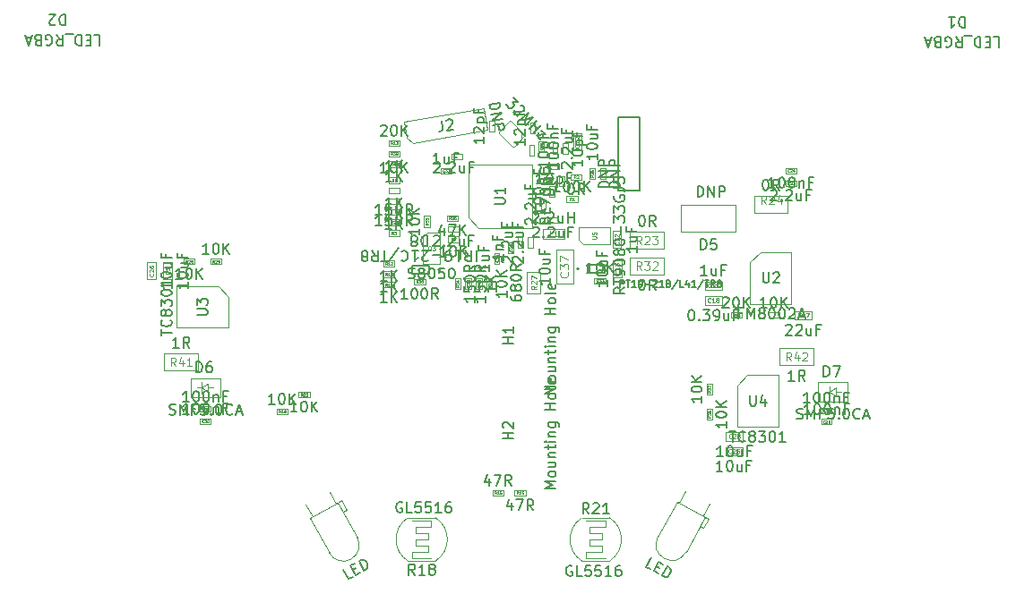
<source format=gbr>
%TF.GenerationSoftware,KiCad,Pcbnew,7.0.1*%
%TF.CreationDate,2023-08-08T22:15:58+07:00*%
%TF.ProjectId,BL706 Robot,424c3730-3620-4526-9f62-6f742e6b6963,rev?*%
%TF.SameCoordinates,Original*%
%TF.FileFunction,AssemblyDrawing,Top*%
%FSLAX46Y46*%
G04 Gerber Fmt 4.6, Leading zero omitted, Abs format (unit mm)*
G04 Created by KiCad (PCBNEW 7.0.1) date 2023-08-08 22:15:58*
%MOMM*%
%LPD*%
G01*
G04 APERTURE LIST*
%ADD10C,0.150000*%
%ADD11C,0.040000*%
%ADD12C,0.060000*%
%ADD13C,0.120000*%
%ADD14C,0.080000*%
%ADD15C,0.100000*%
%ADD16C,0.200000*%
%ADD17C,0.127000*%
G04 APERTURE END LIST*
D10*
%TO.C,R43*%
X198632619Y-123914285D02*
X198632619Y-124485713D01*
X198632619Y-124199999D02*
X197632619Y-124199999D01*
X197632619Y-124199999D02*
X197775476Y-124295237D01*
X197775476Y-124295237D02*
X197870714Y-124390475D01*
X197870714Y-124390475D02*
X197918333Y-124485713D01*
X198632619Y-123485713D02*
X197632619Y-123485713D01*
X198632619Y-122914285D02*
X198061190Y-123342856D01*
X197632619Y-122914285D02*
X198204047Y-123485713D01*
D11*
X197120280Y-123867142D02*
X196996471Y-123953809D01*
X197120280Y-124015714D02*
X196860280Y-124015714D01*
X196860280Y-124015714D02*
X196860280Y-123916666D01*
X196860280Y-123916666D02*
X196872661Y-123891904D01*
X196872661Y-123891904D02*
X196885042Y-123879523D01*
X196885042Y-123879523D02*
X196909804Y-123867142D01*
X196909804Y-123867142D02*
X196946947Y-123867142D01*
X196946947Y-123867142D02*
X196971709Y-123879523D01*
X196971709Y-123879523D02*
X196984090Y-123891904D01*
X196984090Y-123891904D02*
X196996471Y-123916666D01*
X196996471Y-123916666D02*
X196996471Y-124015714D01*
X196946947Y-123644285D02*
X197120280Y-123644285D01*
X196847900Y-123706190D02*
X197033614Y-123768095D01*
X197033614Y-123768095D02*
X197033614Y-123607142D01*
X196860280Y-123532857D02*
X196860280Y-123371904D01*
X196860280Y-123371904D02*
X196959328Y-123458571D01*
X196959328Y-123458571D02*
X196959328Y-123421428D01*
X196959328Y-123421428D02*
X196971709Y-123396666D01*
X196971709Y-123396666D02*
X196984090Y-123384285D01*
X196984090Y-123384285D02*
X197008852Y-123371904D01*
X197008852Y-123371904D02*
X197070757Y-123371904D01*
X197070757Y-123371904D02*
X197095519Y-123384285D01*
X197095519Y-123384285D02*
X197107900Y-123396666D01*
X197107900Y-123396666D02*
X197120280Y-123421428D01*
X197120280Y-123421428D02*
X197120280Y-123495714D01*
X197120280Y-123495714D02*
X197107900Y-123520476D01*
X197107900Y-123520476D02*
X197095519Y-123532857D01*
D10*
%TO.C,R7*%
X193909523Y-121132619D02*
X193338095Y-121132619D01*
X193623809Y-121132619D02*
X193623809Y-120132619D01*
X193623809Y-120132619D02*
X193528571Y-120275476D01*
X193528571Y-120275476D02*
X193433333Y-120370714D01*
X193433333Y-120370714D02*
X193338095Y-120418333D01*
X194528571Y-120132619D02*
X194623809Y-120132619D01*
X194623809Y-120132619D02*
X194719047Y-120180238D01*
X194719047Y-120180238D02*
X194766666Y-120227857D01*
X194766666Y-120227857D02*
X194814285Y-120323095D01*
X194814285Y-120323095D02*
X194861904Y-120513571D01*
X194861904Y-120513571D02*
X194861904Y-120751666D01*
X194861904Y-120751666D02*
X194814285Y-120942142D01*
X194814285Y-120942142D02*
X194766666Y-121037380D01*
X194766666Y-121037380D02*
X194719047Y-121085000D01*
X194719047Y-121085000D02*
X194623809Y-121132619D01*
X194623809Y-121132619D02*
X194528571Y-121132619D01*
X194528571Y-121132619D02*
X194433333Y-121085000D01*
X194433333Y-121085000D02*
X194385714Y-121037380D01*
X194385714Y-121037380D02*
X194338095Y-120942142D01*
X194338095Y-120942142D02*
X194290476Y-120751666D01*
X194290476Y-120751666D02*
X194290476Y-120513571D01*
X194290476Y-120513571D02*
X194338095Y-120323095D01*
X194338095Y-120323095D02*
X194385714Y-120227857D01*
X194385714Y-120227857D02*
X194433333Y-120180238D01*
X194433333Y-120180238D02*
X194528571Y-120132619D01*
X195290476Y-121132619D02*
X195290476Y-120132619D01*
X195861904Y-121132619D02*
X195433333Y-120561190D01*
X195861904Y-120132619D02*
X195290476Y-120704047D01*
D11*
X194556667Y-119620280D02*
X194470000Y-119496471D01*
X194408095Y-119620280D02*
X194408095Y-119360280D01*
X194408095Y-119360280D02*
X194507143Y-119360280D01*
X194507143Y-119360280D02*
X194531905Y-119372661D01*
X194531905Y-119372661D02*
X194544286Y-119385042D01*
X194544286Y-119385042D02*
X194556667Y-119409804D01*
X194556667Y-119409804D02*
X194556667Y-119446947D01*
X194556667Y-119446947D02*
X194544286Y-119471709D01*
X194544286Y-119471709D02*
X194531905Y-119484090D01*
X194531905Y-119484090D02*
X194507143Y-119496471D01*
X194507143Y-119496471D02*
X194408095Y-119496471D01*
X194643333Y-119360280D02*
X194816667Y-119360280D01*
X194816667Y-119360280D02*
X194705238Y-119620280D01*
D10*
%TO.C,C16*%
X204917857Y-112780951D02*
X204870238Y-112733332D01*
X204870238Y-112733332D02*
X204822619Y-112638094D01*
X204822619Y-112638094D02*
X204822619Y-112399999D01*
X204822619Y-112399999D02*
X204870238Y-112304761D01*
X204870238Y-112304761D02*
X204917857Y-112257142D01*
X204917857Y-112257142D02*
X205013095Y-112209523D01*
X205013095Y-112209523D02*
X205108333Y-112209523D01*
X205108333Y-112209523D02*
X205251190Y-112257142D01*
X205251190Y-112257142D02*
X205822619Y-112828570D01*
X205822619Y-112828570D02*
X205822619Y-112209523D01*
X205727380Y-111780951D02*
X205775000Y-111733332D01*
X205775000Y-111733332D02*
X205822619Y-111780951D01*
X205822619Y-111780951D02*
X205775000Y-111828570D01*
X205775000Y-111828570D02*
X205727380Y-111780951D01*
X205727380Y-111780951D02*
X205822619Y-111780951D01*
X204917857Y-111352380D02*
X204870238Y-111304761D01*
X204870238Y-111304761D02*
X204822619Y-111209523D01*
X204822619Y-111209523D02*
X204822619Y-110971428D01*
X204822619Y-110971428D02*
X204870238Y-110876190D01*
X204870238Y-110876190D02*
X204917857Y-110828571D01*
X204917857Y-110828571D02*
X205013095Y-110780952D01*
X205013095Y-110780952D02*
X205108333Y-110780952D01*
X205108333Y-110780952D02*
X205251190Y-110828571D01*
X205251190Y-110828571D02*
X205822619Y-111399999D01*
X205822619Y-111399999D02*
X205822619Y-110780952D01*
X205155952Y-109923809D02*
X205822619Y-109923809D01*
X205155952Y-110352380D02*
X205679761Y-110352380D01*
X205679761Y-110352380D02*
X205775000Y-110304761D01*
X205775000Y-110304761D02*
X205822619Y-110209523D01*
X205822619Y-110209523D02*
X205822619Y-110066666D01*
X205822619Y-110066666D02*
X205775000Y-109971428D01*
X205775000Y-109971428D02*
X205727380Y-109923809D01*
X205298809Y-109114285D02*
X205298809Y-109447618D01*
X205822619Y-109447618D02*
X204822619Y-109447618D01*
X204822619Y-109447618D02*
X204822619Y-108971428D01*
%TO.C,D7*%
X227055238Y-136455000D02*
X227198095Y-136502619D01*
X227198095Y-136502619D02*
X227436190Y-136502619D01*
X227436190Y-136502619D02*
X227531428Y-136455000D01*
X227531428Y-136455000D02*
X227579047Y-136407380D01*
X227579047Y-136407380D02*
X227626666Y-136312142D01*
X227626666Y-136312142D02*
X227626666Y-136216904D01*
X227626666Y-136216904D02*
X227579047Y-136121666D01*
X227579047Y-136121666D02*
X227531428Y-136074047D01*
X227531428Y-136074047D02*
X227436190Y-136026428D01*
X227436190Y-136026428D02*
X227245714Y-135978809D01*
X227245714Y-135978809D02*
X227150476Y-135931190D01*
X227150476Y-135931190D02*
X227102857Y-135883571D01*
X227102857Y-135883571D02*
X227055238Y-135788333D01*
X227055238Y-135788333D02*
X227055238Y-135693095D01*
X227055238Y-135693095D02*
X227102857Y-135597857D01*
X227102857Y-135597857D02*
X227150476Y-135550238D01*
X227150476Y-135550238D02*
X227245714Y-135502619D01*
X227245714Y-135502619D02*
X227483809Y-135502619D01*
X227483809Y-135502619D02*
X227626666Y-135550238D01*
X228055238Y-136502619D02*
X228055238Y-135502619D01*
X228055238Y-135502619D02*
X228388571Y-136216904D01*
X228388571Y-136216904D02*
X228721904Y-135502619D01*
X228721904Y-135502619D02*
X228721904Y-136502619D01*
X229531428Y-135978809D02*
X229198095Y-135978809D01*
X229198095Y-136502619D02*
X229198095Y-135502619D01*
X229198095Y-135502619D02*
X229674285Y-135502619D01*
X230531428Y-135502619D02*
X230055238Y-135502619D01*
X230055238Y-135502619D02*
X230007619Y-135978809D01*
X230007619Y-135978809D02*
X230055238Y-135931190D01*
X230055238Y-135931190D02*
X230150476Y-135883571D01*
X230150476Y-135883571D02*
X230388571Y-135883571D01*
X230388571Y-135883571D02*
X230483809Y-135931190D01*
X230483809Y-135931190D02*
X230531428Y-135978809D01*
X230531428Y-135978809D02*
X230579047Y-136074047D01*
X230579047Y-136074047D02*
X230579047Y-136312142D01*
X230579047Y-136312142D02*
X230531428Y-136407380D01*
X230531428Y-136407380D02*
X230483809Y-136455000D01*
X230483809Y-136455000D02*
X230388571Y-136502619D01*
X230388571Y-136502619D02*
X230150476Y-136502619D01*
X230150476Y-136502619D02*
X230055238Y-136455000D01*
X230055238Y-136455000D02*
X230007619Y-136407380D01*
X231007619Y-136407380D02*
X231055238Y-136455000D01*
X231055238Y-136455000D02*
X231007619Y-136502619D01*
X231007619Y-136502619D02*
X230960000Y-136455000D01*
X230960000Y-136455000D02*
X231007619Y-136407380D01*
X231007619Y-136407380D02*
X231007619Y-136502619D01*
X231674285Y-135502619D02*
X231769523Y-135502619D01*
X231769523Y-135502619D02*
X231864761Y-135550238D01*
X231864761Y-135550238D02*
X231912380Y-135597857D01*
X231912380Y-135597857D02*
X231959999Y-135693095D01*
X231959999Y-135693095D02*
X232007618Y-135883571D01*
X232007618Y-135883571D02*
X232007618Y-136121666D01*
X232007618Y-136121666D02*
X231959999Y-136312142D01*
X231959999Y-136312142D02*
X231912380Y-136407380D01*
X231912380Y-136407380D02*
X231864761Y-136455000D01*
X231864761Y-136455000D02*
X231769523Y-136502619D01*
X231769523Y-136502619D02*
X231674285Y-136502619D01*
X231674285Y-136502619D02*
X231579047Y-136455000D01*
X231579047Y-136455000D02*
X231531428Y-136407380D01*
X231531428Y-136407380D02*
X231483809Y-136312142D01*
X231483809Y-136312142D02*
X231436190Y-136121666D01*
X231436190Y-136121666D02*
X231436190Y-135883571D01*
X231436190Y-135883571D02*
X231483809Y-135693095D01*
X231483809Y-135693095D02*
X231531428Y-135597857D01*
X231531428Y-135597857D02*
X231579047Y-135550238D01*
X231579047Y-135550238D02*
X231674285Y-135502619D01*
X233007618Y-136407380D02*
X232959999Y-136455000D01*
X232959999Y-136455000D02*
X232817142Y-136502619D01*
X232817142Y-136502619D02*
X232721904Y-136502619D01*
X232721904Y-136502619D02*
X232579047Y-136455000D01*
X232579047Y-136455000D02*
X232483809Y-136359761D01*
X232483809Y-136359761D02*
X232436190Y-136264523D01*
X232436190Y-136264523D02*
X232388571Y-136074047D01*
X232388571Y-136074047D02*
X232388571Y-135931190D01*
X232388571Y-135931190D02*
X232436190Y-135740714D01*
X232436190Y-135740714D02*
X232483809Y-135645476D01*
X232483809Y-135645476D02*
X232579047Y-135550238D01*
X232579047Y-135550238D02*
X232721904Y-135502619D01*
X232721904Y-135502619D02*
X232817142Y-135502619D01*
X232817142Y-135502619D02*
X232959999Y-135550238D01*
X232959999Y-135550238D02*
X233007618Y-135597857D01*
X233388571Y-136216904D02*
X233864761Y-136216904D01*
X233293333Y-136502619D02*
X233626666Y-135502619D01*
X233626666Y-135502619D02*
X233959999Y-136502619D01*
X229594905Y-132497619D02*
X229594905Y-131497619D01*
X229594905Y-131497619D02*
X229833000Y-131497619D01*
X229833000Y-131497619D02*
X229975857Y-131545238D01*
X229975857Y-131545238D02*
X230071095Y-131640476D01*
X230071095Y-131640476D02*
X230118714Y-131735714D01*
X230118714Y-131735714D02*
X230166333Y-131926190D01*
X230166333Y-131926190D02*
X230166333Y-132069047D01*
X230166333Y-132069047D02*
X230118714Y-132259523D01*
X230118714Y-132259523D02*
X230071095Y-132354761D01*
X230071095Y-132354761D02*
X229975857Y-132450000D01*
X229975857Y-132450000D02*
X229833000Y-132497619D01*
X229833000Y-132497619D02*
X229594905Y-132497619D01*
X230499667Y-131497619D02*
X231166333Y-131497619D01*
X231166333Y-131497619D02*
X230737762Y-132497619D01*
%TO.C,C21*%
X218565761Y-122914619D02*
X217994333Y-122914619D01*
X218280047Y-122914619D02*
X218280047Y-121914619D01*
X218280047Y-121914619D02*
X218184809Y-122057476D01*
X218184809Y-122057476D02*
X218089571Y-122152714D01*
X218089571Y-122152714D02*
X217994333Y-122200333D01*
X219422904Y-122247952D02*
X219422904Y-122914619D01*
X218994333Y-122247952D02*
X218994333Y-122771761D01*
X218994333Y-122771761D02*
X219041952Y-122867000D01*
X219041952Y-122867000D02*
X219137190Y-122914619D01*
X219137190Y-122914619D02*
X219280047Y-122914619D01*
X219280047Y-122914619D02*
X219375285Y-122867000D01*
X219375285Y-122867000D02*
X219422904Y-122819380D01*
X220232428Y-122390809D02*
X219899095Y-122390809D01*
X219899095Y-122914619D02*
X219899095Y-121914619D01*
X219899095Y-121914619D02*
X220375285Y-121914619D01*
D12*
X218903857Y-124028952D02*
X218884809Y-124048000D01*
X218884809Y-124048000D02*
X218827667Y-124067047D01*
X218827667Y-124067047D02*
X218789571Y-124067047D01*
X218789571Y-124067047D02*
X218732428Y-124048000D01*
X218732428Y-124048000D02*
X218694333Y-124009904D01*
X218694333Y-124009904D02*
X218675286Y-123971809D01*
X218675286Y-123971809D02*
X218656238Y-123895619D01*
X218656238Y-123895619D02*
X218656238Y-123838476D01*
X218656238Y-123838476D02*
X218675286Y-123762285D01*
X218675286Y-123762285D02*
X218694333Y-123724190D01*
X218694333Y-123724190D02*
X218732428Y-123686095D01*
X218732428Y-123686095D02*
X218789571Y-123667047D01*
X218789571Y-123667047D02*
X218827667Y-123667047D01*
X218827667Y-123667047D02*
X218884809Y-123686095D01*
X218884809Y-123686095D02*
X218903857Y-123705142D01*
X219056238Y-123705142D02*
X219075286Y-123686095D01*
X219075286Y-123686095D02*
X219113381Y-123667047D01*
X219113381Y-123667047D02*
X219208619Y-123667047D01*
X219208619Y-123667047D02*
X219246714Y-123686095D01*
X219246714Y-123686095D02*
X219265762Y-123705142D01*
X219265762Y-123705142D02*
X219284809Y-123743238D01*
X219284809Y-123743238D02*
X219284809Y-123781333D01*
X219284809Y-123781333D02*
X219265762Y-123838476D01*
X219265762Y-123838476D02*
X219037190Y-124067047D01*
X219037190Y-124067047D02*
X219284809Y-124067047D01*
X219665761Y-124067047D02*
X219437190Y-124067047D01*
X219551476Y-124067047D02*
X219551476Y-123667047D01*
X219551476Y-123667047D02*
X219513380Y-123724190D01*
X219513380Y-123724190D02*
X219475285Y-123762285D01*
X219475285Y-123762285D02*
X219437190Y-123781333D01*
D10*
%TO.C,R8*%
X188309523Y-113192619D02*
X187738095Y-113192619D01*
X188023809Y-113192619D02*
X188023809Y-112192619D01*
X188023809Y-112192619D02*
X187928571Y-112335476D01*
X187928571Y-112335476D02*
X187833333Y-112430714D01*
X187833333Y-112430714D02*
X187738095Y-112478333D01*
X188928571Y-112192619D02*
X189023809Y-112192619D01*
X189023809Y-112192619D02*
X189119047Y-112240238D01*
X189119047Y-112240238D02*
X189166666Y-112287857D01*
X189166666Y-112287857D02*
X189214285Y-112383095D01*
X189214285Y-112383095D02*
X189261904Y-112573571D01*
X189261904Y-112573571D02*
X189261904Y-112811666D01*
X189261904Y-112811666D02*
X189214285Y-113002142D01*
X189214285Y-113002142D02*
X189166666Y-113097380D01*
X189166666Y-113097380D02*
X189119047Y-113145000D01*
X189119047Y-113145000D02*
X189023809Y-113192619D01*
X189023809Y-113192619D02*
X188928571Y-113192619D01*
X188928571Y-113192619D02*
X188833333Y-113145000D01*
X188833333Y-113145000D02*
X188785714Y-113097380D01*
X188785714Y-113097380D02*
X188738095Y-113002142D01*
X188738095Y-113002142D02*
X188690476Y-112811666D01*
X188690476Y-112811666D02*
X188690476Y-112573571D01*
X188690476Y-112573571D02*
X188738095Y-112383095D01*
X188738095Y-112383095D02*
X188785714Y-112287857D01*
X188785714Y-112287857D02*
X188833333Y-112240238D01*
X188833333Y-112240238D02*
X188928571Y-112192619D01*
X189690476Y-113192619D02*
X189690476Y-112192619D01*
X190261904Y-113192619D02*
X189833333Y-112621190D01*
X190261904Y-112192619D02*
X189690476Y-112764047D01*
D11*
X188956667Y-114020280D02*
X188870000Y-113896471D01*
X188808095Y-114020280D02*
X188808095Y-113760280D01*
X188808095Y-113760280D02*
X188907143Y-113760280D01*
X188907143Y-113760280D02*
X188931905Y-113772661D01*
X188931905Y-113772661D02*
X188944286Y-113785042D01*
X188944286Y-113785042D02*
X188956667Y-113809804D01*
X188956667Y-113809804D02*
X188956667Y-113846947D01*
X188956667Y-113846947D02*
X188944286Y-113871709D01*
X188944286Y-113871709D02*
X188931905Y-113884090D01*
X188931905Y-113884090D02*
X188907143Y-113896471D01*
X188907143Y-113896471D02*
X188808095Y-113896471D01*
X189105238Y-113871709D02*
X189080476Y-113859328D01*
X189080476Y-113859328D02*
X189068095Y-113846947D01*
X189068095Y-113846947D02*
X189055714Y-113822185D01*
X189055714Y-113822185D02*
X189055714Y-113809804D01*
X189055714Y-113809804D02*
X189068095Y-113785042D01*
X189068095Y-113785042D02*
X189080476Y-113772661D01*
X189080476Y-113772661D02*
X189105238Y-113760280D01*
X189105238Y-113760280D02*
X189154762Y-113760280D01*
X189154762Y-113760280D02*
X189179524Y-113772661D01*
X189179524Y-113772661D02*
X189191905Y-113785042D01*
X189191905Y-113785042D02*
X189204286Y-113809804D01*
X189204286Y-113809804D02*
X189204286Y-113822185D01*
X189204286Y-113822185D02*
X189191905Y-113846947D01*
X189191905Y-113846947D02*
X189179524Y-113859328D01*
X189179524Y-113859328D02*
X189154762Y-113871709D01*
X189154762Y-113871709D02*
X189105238Y-113871709D01*
X189105238Y-113871709D02*
X189080476Y-113884090D01*
X189080476Y-113884090D02*
X189068095Y-113896471D01*
X189068095Y-113896471D02*
X189055714Y-113921233D01*
X189055714Y-113921233D02*
X189055714Y-113970757D01*
X189055714Y-113970757D02*
X189068095Y-113995519D01*
X189068095Y-113995519D02*
X189080476Y-114007900D01*
X189080476Y-114007900D02*
X189105238Y-114020280D01*
X189105238Y-114020280D02*
X189154762Y-114020280D01*
X189154762Y-114020280D02*
X189179524Y-114007900D01*
X189179524Y-114007900D02*
X189191905Y-113995519D01*
X189191905Y-113995519D02*
X189204286Y-113970757D01*
X189204286Y-113970757D02*
X189204286Y-113921233D01*
X189204286Y-113921233D02*
X189191905Y-113896471D01*
X189191905Y-113896471D02*
X189179524Y-113884090D01*
X189179524Y-113884090D02*
X189154762Y-113871709D01*
D10*
%TO.C,D3*%
X213239131Y-150732072D02*
X212820646Y-150504854D01*
X212820646Y-150504854D02*
X213297805Y-149626036D01*
X213782010Y-150430792D02*
X214074949Y-150589845D01*
X213950554Y-151118344D02*
X213532070Y-150891125D01*
X213532070Y-150891125D02*
X214009229Y-150012308D01*
X214009229Y-150012308D02*
X214427713Y-150239526D01*
X214327190Y-151322840D02*
X214804349Y-150444023D01*
X214804349Y-150444023D02*
X215013591Y-150557632D01*
X215013591Y-150557632D02*
X215116415Y-150667646D01*
X215116415Y-150667646D02*
X215154668Y-150796787D01*
X215154668Y-150796787D02*
X215151073Y-150903206D01*
X215151073Y-150903206D02*
X215102034Y-151093321D01*
X215102034Y-151093321D02*
X215033868Y-151218866D01*
X215033868Y-151218866D02*
X214901132Y-151363538D01*
X214901132Y-151363538D02*
X214813840Y-151424513D01*
X214813840Y-151424513D02*
X214684700Y-151462767D01*
X214684700Y-151462767D02*
X214536432Y-151436449D01*
X214536432Y-151436449D02*
X214327190Y-151322840D01*
%TO.C,R41*%
X168654714Y-129763619D02*
X168083286Y-129763619D01*
X168369000Y-129763619D02*
X168369000Y-128763619D01*
X168369000Y-128763619D02*
X168273762Y-128906476D01*
X168273762Y-128906476D02*
X168178524Y-129001714D01*
X168178524Y-129001714D02*
X168083286Y-129049333D01*
X169654714Y-129763619D02*
X169321381Y-129287428D01*
X169083286Y-129763619D02*
X169083286Y-128763619D01*
X169083286Y-128763619D02*
X169464238Y-128763619D01*
X169464238Y-128763619D02*
X169559476Y-128811238D01*
X169559476Y-128811238D02*
X169607095Y-128858857D01*
X169607095Y-128858857D02*
X169654714Y-128954095D01*
X169654714Y-128954095D02*
X169654714Y-129096952D01*
X169654714Y-129096952D02*
X169607095Y-129192190D01*
X169607095Y-129192190D02*
X169559476Y-129239809D01*
X169559476Y-129239809D02*
X169464238Y-129287428D01*
X169464238Y-129287428D02*
X169083286Y-129287428D01*
D13*
X168354714Y-131491095D02*
X168088047Y-131110142D01*
X167897571Y-131491095D02*
X167897571Y-130691095D01*
X167897571Y-130691095D02*
X168202333Y-130691095D01*
X168202333Y-130691095D02*
X168278523Y-130729190D01*
X168278523Y-130729190D02*
X168316618Y-130767285D01*
X168316618Y-130767285D02*
X168354714Y-130843476D01*
X168354714Y-130843476D02*
X168354714Y-130957761D01*
X168354714Y-130957761D02*
X168316618Y-131033952D01*
X168316618Y-131033952D02*
X168278523Y-131072047D01*
X168278523Y-131072047D02*
X168202333Y-131110142D01*
X168202333Y-131110142D02*
X167897571Y-131110142D01*
X169040428Y-130957761D02*
X169040428Y-131491095D01*
X168849952Y-130653000D02*
X168659475Y-131224428D01*
X168659475Y-131224428D02*
X169154714Y-131224428D01*
X169878523Y-131491095D02*
X169421380Y-131491095D01*
X169649952Y-131491095D02*
X169649952Y-130691095D01*
X169649952Y-130691095D02*
X169573761Y-130805380D01*
X169573761Y-130805380D02*
X169497571Y-130881571D01*
X169497571Y-130881571D02*
X169421380Y-130919666D01*
D10*
%TO.C,C6*%
X210322619Y-114585713D02*
X209322619Y-114585713D01*
X209322619Y-114585713D02*
X209322619Y-114347618D01*
X209322619Y-114347618D02*
X209370238Y-114204761D01*
X209370238Y-114204761D02*
X209465476Y-114109523D01*
X209465476Y-114109523D02*
X209560714Y-114061904D01*
X209560714Y-114061904D02*
X209751190Y-114014285D01*
X209751190Y-114014285D02*
X209894047Y-114014285D01*
X209894047Y-114014285D02*
X210084523Y-114061904D01*
X210084523Y-114061904D02*
X210179761Y-114109523D01*
X210179761Y-114109523D02*
X210275000Y-114204761D01*
X210275000Y-114204761D02*
X210322619Y-114347618D01*
X210322619Y-114347618D02*
X210322619Y-114585713D01*
X210322619Y-113585713D02*
X209322619Y-113585713D01*
X209322619Y-113585713D02*
X210322619Y-113014285D01*
X210322619Y-113014285D02*
X209322619Y-113014285D01*
X210322619Y-112538094D02*
X209322619Y-112538094D01*
X209322619Y-112538094D02*
X209322619Y-112157142D01*
X209322619Y-112157142D02*
X209370238Y-112061904D01*
X209370238Y-112061904D02*
X209417857Y-112014285D01*
X209417857Y-112014285D02*
X209513095Y-111966666D01*
X209513095Y-111966666D02*
X209655952Y-111966666D01*
X209655952Y-111966666D02*
X209751190Y-112014285D01*
X209751190Y-112014285D02*
X209798809Y-112061904D01*
X209798809Y-112061904D02*
X209846428Y-112157142D01*
X209846428Y-112157142D02*
X209846428Y-112538094D01*
%TO.C,C14*%
X206822619Y-111971428D02*
X206822619Y-112542856D01*
X206822619Y-112257142D02*
X205822619Y-112257142D01*
X205822619Y-112257142D02*
X205965476Y-112352380D01*
X205965476Y-112352380D02*
X206060714Y-112447618D01*
X206060714Y-112447618D02*
X206108333Y-112542856D01*
X205822619Y-111352380D02*
X205822619Y-111257142D01*
X205822619Y-111257142D02*
X205870238Y-111161904D01*
X205870238Y-111161904D02*
X205917857Y-111114285D01*
X205917857Y-111114285D02*
X206013095Y-111066666D01*
X206013095Y-111066666D02*
X206203571Y-111019047D01*
X206203571Y-111019047D02*
X206441666Y-111019047D01*
X206441666Y-111019047D02*
X206632142Y-111066666D01*
X206632142Y-111066666D02*
X206727380Y-111114285D01*
X206727380Y-111114285D02*
X206775000Y-111161904D01*
X206775000Y-111161904D02*
X206822619Y-111257142D01*
X206822619Y-111257142D02*
X206822619Y-111352380D01*
X206822619Y-111352380D02*
X206775000Y-111447618D01*
X206775000Y-111447618D02*
X206727380Y-111495237D01*
X206727380Y-111495237D02*
X206632142Y-111542856D01*
X206632142Y-111542856D02*
X206441666Y-111590475D01*
X206441666Y-111590475D02*
X206203571Y-111590475D01*
X206203571Y-111590475D02*
X206013095Y-111542856D01*
X206013095Y-111542856D02*
X205917857Y-111495237D01*
X205917857Y-111495237D02*
X205870238Y-111447618D01*
X205870238Y-111447618D02*
X205822619Y-111352380D01*
X206155952Y-110590475D02*
X207155952Y-110590475D01*
X206203571Y-110590475D02*
X206155952Y-110495237D01*
X206155952Y-110495237D02*
X206155952Y-110304761D01*
X206155952Y-110304761D02*
X206203571Y-110209523D01*
X206203571Y-110209523D02*
X206251190Y-110161904D01*
X206251190Y-110161904D02*
X206346428Y-110114285D01*
X206346428Y-110114285D02*
X206632142Y-110114285D01*
X206632142Y-110114285D02*
X206727380Y-110161904D01*
X206727380Y-110161904D02*
X206775000Y-110209523D01*
X206775000Y-110209523D02*
X206822619Y-110304761D01*
X206822619Y-110304761D02*
X206822619Y-110495237D01*
X206822619Y-110495237D02*
X206775000Y-110590475D01*
X206298809Y-109352380D02*
X206298809Y-109685713D01*
X206822619Y-109685713D02*
X205822619Y-109685713D01*
X205822619Y-109685713D02*
X205822619Y-109209523D01*
%TO.C,U2*%
X221838095Y-126488809D02*
X221504762Y-126488809D01*
X221504762Y-127012619D02*
X221504762Y-126012619D01*
X221504762Y-126012619D02*
X221980952Y-126012619D01*
X222361905Y-127012619D02*
X222361905Y-126012619D01*
X222361905Y-126012619D02*
X222695238Y-126726904D01*
X222695238Y-126726904D02*
X223028571Y-126012619D01*
X223028571Y-126012619D02*
X223028571Y-127012619D01*
X223647619Y-126441190D02*
X223552381Y-126393571D01*
X223552381Y-126393571D02*
X223504762Y-126345952D01*
X223504762Y-126345952D02*
X223457143Y-126250714D01*
X223457143Y-126250714D02*
X223457143Y-126203095D01*
X223457143Y-126203095D02*
X223504762Y-126107857D01*
X223504762Y-126107857D02*
X223552381Y-126060238D01*
X223552381Y-126060238D02*
X223647619Y-126012619D01*
X223647619Y-126012619D02*
X223838095Y-126012619D01*
X223838095Y-126012619D02*
X223933333Y-126060238D01*
X223933333Y-126060238D02*
X223980952Y-126107857D01*
X223980952Y-126107857D02*
X224028571Y-126203095D01*
X224028571Y-126203095D02*
X224028571Y-126250714D01*
X224028571Y-126250714D02*
X223980952Y-126345952D01*
X223980952Y-126345952D02*
X223933333Y-126393571D01*
X223933333Y-126393571D02*
X223838095Y-126441190D01*
X223838095Y-126441190D02*
X223647619Y-126441190D01*
X223647619Y-126441190D02*
X223552381Y-126488809D01*
X223552381Y-126488809D02*
X223504762Y-126536428D01*
X223504762Y-126536428D02*
X223457143Y-126631666D01*
X223457143Y-126631666D02*
X223457143Y-126822142D01*
X223457143Y-126822142D02*
X223504762Y-126917380D01*
X223504762Y-126917380D02*
X223552381Y-126965000D01*
X223552381Y-126965000D02*
X223647619Y-127012619D01*
X223647619Y-127012619D02*
X223838095Y-127012619D01*
X223838095Y-127012619D02*
X223933333Y-126965000D01*
X223933333Y-126965000D02*
X223980952Y-126917380D01*
X223980952Y-126917380D02*
X224028571Y-126822142D01*
X224028571Y-126822142D02*
X224028571Y-126631666D01*
X224028571Y-126631666D02*
X223980952Y-126536428D01*
X223980952Y-126536428D02*
X223933333Y-126488809D01*
X223933333Y-126488809D02*
X223838095Y-126441190D01*
X224647619Y-126012619D02*
X224742857Y-126012619D01*
X224742857Y-126012619D02*
X224838095Y-126060238D01*
X224838095Y-126060238D02*
X224885714Y-126107857D01*
X224885714Y-126107857D02*
X224933333Y-126203095D01*
X224933333Y-126203095D02*
X224980952Y-126393571D01*
X224980952Y-126393571D02*
X224980952Y-126631666D01*
X224980952Y-126631666D02*
X224933333Y-126822142D01*
X224933333Y-126822142D02*
X224885714Y-126917380D01*
X224885714Y-126917380D02*
X224838095Y-126965000D01*
X224838095Y-126965000D02*
X224742857Y-127012619D01*
X224742857Y-127012619D02*
X224647619Y-127012619D01*
X224647619Y-127012619D02*
X224552381Y-126965000D01*
X224552381Y-126965000D02*
X224504762Y-126917380D01*
X224504762Y-126917380D02*
X224457143Y-126822142D01*
X224457143Y-126822142D02*
X224409524Y-126631666D01*
X224409524Y-126631666D02*
X224409524Y-126393571D01*
X224409524Y-126393571D02*
X224457143Y-126203095D01*
X224457143Y-126203095D02*
X224504762Y-126107857D01*
X224504762Y-126107857D02*
X224552381Y-126060238D01*
X224552381Y-126060238D02*
X224647619Y-126012619D01*
X225600000Y-126012619D02*
X225695238Y-126012619D01*
X225695238Y-126012619D02*
X225790476Y-126060238D01*
X225790476Y-126060238D02*
X225838095Y-126107857D01*
X225838095Y-126107857D02*
X225885714Y-126203095D01*
X225885714Y-126203095D02*
X225933333Y-126393571D01*
X225933333Y-126393571D02*
X225933333Y-126631666D01*
X225933333Y-126631666D02*
X225885714Y-126822142D01*
X225885714Y-126822142D02*
X225838095Y-126917380D01*
X225838095Y-126917380D02*
X225790476Y-126965000D01*
X225790476Y-126965000D02*
X225695238Y-127012619D01*
X225695238Y-127012619D02*
X225600000Y-127012619D01*
X225600000Y-127012619D02*
X225504762Y-126965000D01*
X225504762Y-126965000D02*
X225457143Y-126917380D01*
X225457143Y-126917380D02*
X225409524Y-126822142D01*
X225409524Y-126822142D02*
X225361905Y-126631666D01*
X225361905Y-126631666D02*
X225361905Y-126393571D01*
X225361905Y-126393571D02*
X225409524Y-126203095D01*
X225409524Y-126203095D02*
X225457143Y-126107857D01*
X225457143Y-126107857D02*
X225504762Y-126060238D01*
X225504762Y-126060238D02*
X225600000Y-126012619D01*
X226314286Y-126107857D02*
X226361905Y-126060238D01*
X226361905Y-126060238D02*
X226457143Y-126012619D01*
X226457143Y-126012619D02*
X226695238Y-126012619D01*
X226695238Y-126012619D02*
X226790476Y-126060238D01*
X226790476Y-126060238D02*
X226838095Y-126107857D01*
X226838095Y-126107857D02*
X226885714Y-126203095D01*
X226885714Y-126203095D02*
X226885714Y-126298333D01*
X226885714Y-126298333D02*
X226838095Y-126441190D01*
X226838095Y-126441190D02*
X226266667Y-127012619D01*
X226266667Y-127012619D02*
X226885714Y-127012619D01*
X227266667Y-126726904D02*
X227742857Y-126726904D01*
X227171429Y-127012619D02*
X227504762Y-126012619D01*
X227504762Y-126012619D02*
X227838095Y-127012619D01*
X223853333Y-122623366D02*
X223853333Y-123416700D01*
X223853333Y-123416700D02*
X223900000Y-123510033D01*
X223900000Y-123510033D02*
X223946666Y-123556700D01*
X223946666Y-123556700D02*
X224040000Y-123603366D01*
X224040000Y-123603366D02*
X224226666Y-123603366D01*
X224226666Y-123603366D02*
X224320000Y-123556700D01*
X224320000Y-123556700D02*
X224366666Y-123510033D01*
X224366666Y-123510033D02*
X224413333Y-123416700D01*
X224413333Y-123416700D02*
X224413333Y-122623366D01*
X224833333Y-122716700D02*
X224880000Y-122670033D01*
X224880000Y-122670033D02*
X224973333Y-122623366D01*
X224973333Y-122623366D02*
X225206667Y-122623366D01*
X225206667Y-122623366D02*
X225300000Y-122670033D01*
X225300000Y-122670033D02*
X225346667Y-122716700D01*
X225346667Y-122716700D02*
X225393333Y-122810033D01*
X225393333Y-122810033D02*
X225393333Y-122903366D01*
X225393333Y-122903366D02*
X225346667Y-123043366D01*
X225346667Y-123043366D02*
X224786667Y-123603366D01*
X224786667Y-123603366D02*
X225393333Y-123603366D01*
%TO.C,C17*%
X226027143Y-127663857D02*
X226074762Y-127616238D01*
X226074762Y-127616238D02*
X226170000Y-127568619D01*
X226170000Y-127568619D02*
X226408095Y-127568619D01*
X226408095Y-127568619D02*
X226503333Y-127616238D01*
X226503333Y-127616238D02*
X226550952Y-127663857D01*
X226550952Y-127663857D02*
X226598571Y-127759095D01*
X226598571Y-127759095D02*
X226598571Y-127854333D01*
X226598571Y-127854333D02*
X226550952Y-127997190D01*
X226550952Y-127997190D02*
X225979524Y-128568619D01*
X225979524Y-128568619D02*
X226598571Y-128568619D01*
X226979524Y-127663857D02*
X227027143Y-127616238D01*
X227027143Y-127616238D02*
X227122381Y-127568619D01*
X227122381Y-127568619D02*
X227360476Y-127568619D01*
X227360476Y-127568619D02*
X227455714Y-127616238D01*
X227455714Y-127616238D02*
X227503333Y-127663857D01*
X227503333Y-127663857D02*
X227550952Y-127759095D01*
X227550952Y-127759095D02*
X227550952Y-127854333D01*
X227550952Y-127854333D02*
X227503333Y-127997190D01*
X227503333Y-127997190D02*
X226931905Y-128568619D01*
X226931905Y-128568619D02*
X227550952Y-128568619D01*
X228408095Y-127901952D02*
X228408095Y-128568619D01*
X227979524Y-127901952D02*
X227979524Y-128425761D01*
X227979524Y-128425761D02*
X228027143Y-128521000D01*
X228027143Y-128521000D02*
X228122381Y-128568619D01*
X228122381Y-128568619D02*
X228265238Y-128568619D01*
X228265238Y-128568619D02*
X228360476Y-128521000D01*
X228360476Y-128521000D02*
X228408095Y-128473380D01*
X229217619Y-128044809D02*
X228884286Y-128044809D01*
X228884286Y-128568619D02*
X228884286Y-127568619D01*
X228884286Y-127568619D02*
X229360476Y-127568619D01*
D12*
X227412857Y-126822952D02*
X227393809Y-126842000D01*
X227393809Y-126842000D02*
X227336667Y-126861047D01*
X227336667Y-126861047D02*
X227298571Y-126861047D01*
X227298571Y-126861047D02*
X227241428Y-126842000D01*
X227241428Y-126842000D02*
X227203333Y-126803904D01*
X227203333Y-126803904D02*
X227184286Y-126765809D01*
X227184286Y-126765809D02*
X227165238Y-126689619D01*
X227165238Y-126689619D02*
X227165238Y-126632476D01*
X227165238Y-126632476D02*
X227184286Y-126556285D01*
X227184286Y-126556285D02*
X227203333Y-126518190D01*
X227203333Y-126518190D02*
X227241428Y-126480095D01*
X227241428Y-126480095D02*
X227298571Y-126461047D01*
X227298571Y-126461047D02*
X227336667Y-126461047D01*
X227336667Y-126461047D02*
X227393809Y-126480095D01*
X227393809Y-126480095D02*
X227412857Y-126499142D01*
X227793809Y-126861047D02*
X227565238Y-126861047D01*
X227679524Y-126861047D02*
X227679524Y-126461047D01*
X227679524Y-126461047D02*
X227641428Y-126518190D01*
X227641428Y-126518190D02*
X227603333Y-126556285D01*
X227603333Y-126556285D02*
X227565238Y-126575333D01*
X227927142Y-126461047D02*
X228193809Y-126461047D01*
X228193809Y-126461047D02*
X228022380Y-126861047D01*
D10*
%TO.C,C3*%
X200297857Y-121680951D02*
X200250238Y-121633332D01*
X200250238Y-121633332D02*
X200202619Y-121538094D01*
X200202619Y-121538094D02*
X200202619Y-121299999D01*
X200202619Y-121299999D02*
X200250238Y-121204761D01*
X200250238Y-121204761D02*
X200297857Y-121157142D01*
X200297857Y-121157142D02*
X200393095Y-121109523D01*
X200393095Y-121109523D02*
X200488333Y-121109523D01*
X200488333Y-121109523D02*
X200631190Y-121157142D01*
X200631190Y-121157142D02*
X201202619Y-121728570D01*
X201202619Y-121728570D02*
X201202619Y-121109523D01*
X201107380Y-120680951D02*
X201155000Y-120633332D01*
X201155000Y-120633332D02*
X201202619Y-120680951D01*
X201202619Y-120680951D02*
X201155000Y-120728570D01*
X201155000Y-120728570D02*
X201107380Y-120680951D01*
X201107380Y-120680951D02*
X201202619Y-120680951D01*
X200297857Y-120252380D02*
X200250238Y-120204761D01*
X200250238Y-120204761D02*
X200202619Y-120109523D01*
X200202619Y-120109523D02*
X200202619Y-119871428D01*
X200202619Y-119871428D02*
X200250238Y-119776190D01*
X200250238Y-119776190D02*
X200297857Y-119728571D01*
X200297857Y-119728571D02*
X200393095Y-119680952D01*
X200393095Y-119680952D02*
X200488333Y-119680952D01*
X200488333Y-119680952D02*
X200631190Y-119728571D01*
X200631190Y-119728571D02*
X201202619Y-120299999D01*
X201202619Y-120299999D02*
X201202619Y-119680952D01*
X200535952Y-118823809D02*
X201202619Y-118823809D01*
X200535952Y-119252380D02*
X201059761Y-119252380D01*
X201059761Y-119252380D02*
X201155000Y-119204761D01*
X201155000Y-119204761D02*
X201202619Y-119109523D01*
X201202619Y-119109523D02*
X201202619Y-118966666D01*
X201202619Y-118966666D02*
X201155000Y-118871428D01*
X201155000Y-118871428D02*
X201107380Y-118823809D01*
X200678809Y-118014285D02*
X200678809Y-118347618D01*
X201202619Y-118347618D02*
X200202619Y-118347618D01*
X200202619Y-118347618D02*
X200202619Y-117871428D01*
%TO.C,R34*%
X196632619Y-124866666D02*
X196632619Y-125438094D01*
X196632619Y-125152380D02*
X195632619Y-125152380D01*
X195632619Y-125152380D02*
X195775476Y-125247618D01*
X195775476Y-125247618D02*
X195870714Y-125342856D01*
X195870714Y-125342856D02*
X195918333Y-125438094D01*
X195632619Y-123961904D02*
X195632619Y-124438094D01*
X195632619Y-124438094D02*
X196108809Y-124485713D01*
X196108809Y-124485713D02*
X196061190Y-124438094D01*
X196061190Y-124438094D02*
X196013571Y-124342856D01*
X196013571Y-124342856D02*
X196013571Y-124104761D01*
X196013571Y-124104761D02*
X196061190Y-124009523D01*
X196061190Y-124009523D02*
X196108809Y-123961904D01*
X196108809Y-123961904D02*
X196204047Y-123914285D01*
X196204047Y-123914285D02*
X196442142Y-123914285D01*
X196442142Y-123914285D02*
X196537380Y-123961904D01*
X196537380Y-123961904D02*
X196585000Y-124009523D01*
X196585000Y-124009523D02*
X196632619Y-124104761D01*
X196632619Y-124104761D02*
X196632619Y-124342856D01*
X196632619Y-124342856D02*
X196585000Y-124438094D01*
X196585000Y-124438094D02*
X196537380Y-124485713D01*
X195632619Y-123295237D02*
X195632619Y-123199999D01*
X195632619Y-123199999D02*
X195680238Y-123104761D01*
X195680238Y-123104761D02*
X195727857Y-123057142D01*
X195727857Y-123057142D02*
X195823095Y-123009523D01*
X195823095Y-123009523D02*
X196013571Y-122961904D01*
X196013571Y-122961904D02*
X196251666Y-122961904D01*
X196251666Y-122961904D02*
X196442142Y-123009523D01*
X196442142Y-123009523D02*
X196537380Y-123057142D01*
X196537380Y-123057142D02*
X196585000Y-123104761D01*
X196585000Y-123104761D02*
X196632619Y-123199999D01*
X196632619Y-123199999D02*
X196632619Y-123295237D01*
X196632619Y-123295237D02*
X196585000Y-123390475D01*
X196585000Y-123390475D02*
X196537380Y-123438094D01*
X196537380Y-123438094D02*
X196442142Y-123485713D01*
X196442142Y-123485713D02*
X196251666Y-123533332D01*
X196251666Y-123533332D02*
X196013571Y-123533332D01*
X196013571Y-123533332D02*
X195823095Y-123485713D01*
X195823095Y-123485713D02*
X195727857Y-123438094D01*
X195727857Y-123438094D02*
X195680238Y-123390475D01*
X195680238Y-123390475D02*
X195632619Y-123295237D01*
X196632619Y-121961904D02*
X196156428Y-122295237D01*
X196632619Y-122533332D02*
X195632619Y-122533332D01*
X195632619Y-122533332D02*
X195632619Y-122152380D01*
X195632619Y-122152380D02*
X195680238Y-122057142D01*
X195680238Y-122057142D02*
X195727857Y-122009523D01*
X195727857Y-122009523D02*
X195823095Y-121961904D01*
X195823095Y-121961904D02*
X195965952Y-121961904D01*
X195965952Y-121961904D02*
X196061190Y-122009523D01*
X196061190Y-122009523D02*
X196108809Y-122057142D01*
X196108809Y-122057142D02*
X196156428Y-122152380D01*
X196156428Y-122152380D02*
X196156428Y-122533332D01*
D11*
X195120280Y-123867142D02*
X194996471Y-123953809D01*
X195120280Y-124015714D02*
X194860280Y-124015714D01*
X194860280Y-124015714D02*
X194860280Y-123916666D01*
X194860280Y-123916666D02*
X194872661Y-123891904D01*
X194872661Y-123891904D02*
X194885042Y-123879523D01*
X194885042Y-123879523D02*
X194909804Y-123867142D01*
X194909804Y-123867142D02*
X194946947Y-123867142D01*
X194946947Y-123867142D02*
X194971709Y-123879523D01*
X194971709Y-123879523D02*
X194984090Y-123891904D01*
X194984090Y-123891904D02*
X194996471Y-123916666D01*
X194996471Y-123916666D02*
X194996471Y-124015714D01*
X194860280Y-123780476D02*
X194860280Y-123619523D01*
X194860280Y-123619523D02*
X194959328Y-123706190D01*
X194959328Y-123706190D02*
X194959328Y-123669047D01*
X194959328Y-123669047D02*
X194971709Y-123644285D01*
X194971709Y-123644285D02*
X194984090Y-123631904D01*
X194984090Y-123631904D02*
X195008852Y-123619523D01*
X195008852Y-123619523D02*
X195070757Y-123619523D01*
X195070757Y-123619523D02*
X195095519Y-123631904D01*
X195095519Y-123631904D02*
X195107900Y-123644285D01*
X195107900Y-123644285D02*
X195120280Y-123669047D01*
X195120280Y-123669047D02*
X195120280Y-123743333D01*
X195120280Y-123743333D02*
X195107900Y-123768095D01*
X195107900Y-123768095D02*
X195095519Y-123780476D01*
X194946947Y-123396666D02*
X195120280Y-123396666D01*
X194847900Y-123458571D02*
X195033614Y-123520476D01*
X195033614Y-123520476D02*
X195033614Y-123359523D01*
D10*
%TO.C,R40*%
X188785714Y-114032619D02*
X188214286Y-114032619D01*
X188500000Y-114032619D02*
X188500000Y-113032619D01*
X188500000Y-113032619D02*
X188404762Y-113175476D01*
X188404762Y-113175476D02*
X188309524Y-113270714D01*
X188309524Y-113270714D02*
X188214286Y-113318333D01*
X189214286Y-114032619D02*
X189214286Y-113032619D01*
X189785714Y-114032619D02*
X189357143Y-113461190D01*
X189785714Y-113032619D02*
X189214286Y-113604047D01*
D11*
X188832857Y-112520280D02*
X188746190Y-112396471D01*
X188684285Y-112520280D02*
X188684285Y-112260280D01*
X188684285Y-112260280D02*
X188783333Y-112260280D01*
X188783333Y-112260280D02*
X188808095Y-112272661D01*
X188808095Y-112272661D02*
X188820476Y-112285042D01*
X188820476Y-112285042D02*
X188832857Y-112309804D01*
X188832857Y-112309804D02*
X188832857Y-112346947D01*
X188832857Y-112346947D02*
X188820476Y-112371709D01*
X188820476Y-112371709D02*
X188808095Y-112384090D01*
X188808095Y-112384090D02*
X188783333Y-112396471D01*
X188783333Y-112396471D02*
X188684285Y-112396471D01*
X189055714Y-112346947D02*
X189055714Y-112520280D01*
X188993809Y-112247900D02*
X188931904Y-112433614D01*
X188931904Y-112433614D02*
X189092857Y-112433614D01*
X189241428Y-112260280D02*
X189266190Y-112260280D01*
X189266190Y-112260280D02*
X189290952Y-112272661D01*
X189290952Y-112272661D02*
X189303333Y-112285042D01*
X189303333Y-112285042D02*
X189315714Y-112309804D01*
X189315714Y-112309804D02*
X189328095Y-112359328D01*
X189328095Y-112359328D02*
X189328095Y-112421233D01*
X189328095Y-112421233D02*
X189315714Y-112470757D01*
X189315714Y-112470757D02*
X189303333Y-112495519D01*
X189303333Y-112495519D02*
X189290952Y-112507900D01*
X189290952Y-112507900D02*
X189266190Y-112520280D01*
X189266190Y-112520280D02*
X189241428Y-112520280D01*
X189241428Y-112520280D02*
X189216666Y-112507900D01*
X189216666Y-112507900D02*
X189204285Y-112495519D01*
X189204285Y-112495519D02*
X189191904Y-112470757D01*
X189191904Y-112470757D02*
X189179523Y-112421233D01*
X189179523Y-112421233D02*
X189179523Y-112359328D01*
X189179523Y-112359328D02*
X189191904Y-112309804D01*
X189191904Y-112309804D02*
X189204285Y-112285042D01*
X189204285Y-112285042D02*
X189216666Y-112272661D01*
X189216666Y-112272661D02*
X189241428Y-112260280D01*
D10*
%TO.C,C2*%
X199297857Y-121680951D02*
X199250238Y-121633332D01*
X199250238Y-121633332D02*
X199202619Y-121538094D01*
X199202619Y-121538094D02*
X199202619Y-121299999D01*
X199202619Y-121299999D02*
X199250238Y-121204761D01*
X199250238Y-121204761D02*
X199297857Y-121157142D01*
X199297857Y-121157142D02*
X199393095Y-121109523D01*
X199393095Y-121109523D02*
X199488333Y-121109523D01*
X199488333Y-121109523D02*
X199631190Y-121157142D01*
X199631190Y-121157142D02*
X200202619Y-121728570D01*
X200202619Y-121728570D02*
X200202619Y-121109523D01*
X200107380Y-120680951D02*
X200155000Y-120633332D01*
X200155000Y-120633332D02*
X200202619Y-120680951D01*
X200202619Y-120680951D02*
X200155000Y-120728570D01*
X200155000Y-120728570D02*
X200107380Y-120680951D01*
X200107380Y-120680951D02*
X200202619Y-120680951D01*
X199297857Y-120252380D02*
X199250238Y-120204761D01*
X199250238Y-120204761D02*
X199202619Y-120109523D01*
X199202619Y-120109523D02*
X199202619Y-119871428D01*
X199202619Y-119871428D02*
X199250238Y-119776190D01*
X199250238Y-119776190D02*
X199297857Y-119728571D01*
X199297857Y-119728571D02*
X199393095Y-119680952D01*
X199393095Y-119680952D02*
X199488333Y-119680952D01*
X199488333Y-119680952D02*
X199631190Y-119728571D01*
X199631190Y-119728571D02*
X200202619Y-120299999D01*
X200202619Y-120299999D02*
X200202619Y-119680952D01*
X199535952Y-118823809D02*
X200202619Y-118823809D01*
X199535952Y-119252380D02*
X200059761Y-119252380D01*
X200059761Y-119252380D02*
X200155000Y-119204761D01*
X200155000Y-119204761D02*
X200202619Y-119109523D01*
X200202619Y-119109523D02*
X200202619Y-118966666D01*
X200202619Y-118966666D02*
X200155000Y-118871428D01*
X200155000Y-118871428D02*
X200107380Y-118823809D01*
X199678809Y-118014285D02*
X199678809Y-118347618D01*
X200202619Y-118347618D02*
X199202619Y-118347618D01*
X199202619Y-118347618D02*
X199202619Y-117871428D01*
D11*
X200991845Y-119841666D02*
X201003750Y-119853570D01*
X201003750Y-119853570D02*
X201015654Y-119889285D01*
X201015654Y-119889285D02*
X201015654Y-119913094D01*
X201015654Y-119913094D02*
X201003750Y-119948808D01*
X201003750Y-119948808D02*
X200979940Y-119972618D01*
X200979940Y-119972618D02*
X200956130Y-119984523D01*
X200956130Y-119984523D02*
X200908511Y-119996427D01*
X200908511Y-119996427D02*
X200872797Y-119996427D01*
X200872797Y-119996427D02*
X200825178Y-119984523D01*
X200825178Y-119984523D02*
X200801369Y-119972618D01*
X200801369Y-119972618D02*
X200777559Y-119948808D01*
X200777559Y-119948808D02*
X200765654Y-119913094D01*
X200765654Y-119913094D02*
X200765654Y-119889285D01*
X200765654Y-119889285D02*
X200777559Y-119853570D01*
X200777559Y-119853570D02*
X200789464Y-119841666D01*
X200789464Y-119746427D02*
X200777559Y-119734523D01*
X200777559Y-119734523D02*
X200765654Y-119710713D01*
X200765654Y-119710713D02*
X200765654Y-119651189D01*
X200765654Y-119651189D02*
X200777559Y-119627380D01*
X200777559Y-119627380D02*
X200789464Y-119615475D01*
X200789464Y-119615475D02*
X200813273Y-119603570D01*
X200813273Y-119603570D02*
X200837083Y-119603570D01*
X200837083Y-119603570D02*
X200872797Y-119615475D01*
X200872797Y-119615475D02*
X201015654Y-119758332D01*
X201015654Y-119758332D02*
X201015654Y-119603570D01*
D10*
%TO.C,R23*%
X212352381Y-117242619D02*
X212447619Y-117242619D01*
X212447619Y-117242619D02*
X212542857Y-117290238D01*
X212542857Y-117290238D02*
X212590476Y-117337857D01*
X212590476Y-117337857D02*
X212638095Y-117433095D01*
X212638095Y-117433095D02*
X212685714Y-117623571D01*
X212685714Y-117623571D02*
X212685714Y-117861666D01*
X212685714Y-117861666D02*
X212638095Y-118052142D01*
X212638095Y-118052142D02*
X212590476Y-118147380D01*
X212590476Y-118147380D02*
X212542857Y-118195000D01*
X212542857Y-118195000D02*
X212447619Y-118242619D01*
X212447619Y-118242619D02*
X212352381Y-118242619D01*
X212352381Y-118242619D02*
X212257143Y-118195000D01*
X212257143Y-118195000D02*
X212209524Y-118147380D01*
X212209524Y-118147380D02*
X212161905Y-118052142D01*
X212161905Y-118052142D02*
X212114286Y-117861666D01*
X212114286Y-117861666D02*
X212114286Y-117623571D01*
X212114286Y-117623571D02*
X212161905Y-117433095D01*
X212161905Y-117433095D02*
X212209524Y-117337857D01*
X212209524Y-117337857D02*
X212257143Y-117290238D01*
X212257143Y-117290238D02*
X212352381Y-117242619D01*
X213685714Y-118242619D02*
X213352381Y-117766428D01*
X213114286Y-118242619D02*
X213114286Y-117242619D01*
X213114286Y-117242619D02*
X213495238Y-117242619D01*
X213495238Y-117242619D02*
X213590476Y-117290238D01*
X213590476Y-117290238D02*
X213638095Y-117337857D01*
X213638095Y-117337857D02*
X213685714Y-117433095D01*
X213685714Y-117433095D02*
X213685714Y-117575952D01*
X213685714Y-117575952D02*
X213638095Y-117671190D01*
X213638095Y-117671190D02*
X213590476Y-117718809D01*
X213590476Y-117718809D02*
X213495238Y-117766428D01*
X213495238Y-117766428D02*
X213114286Y-117766428D01*
D13*
X212385714Y-119970095D02*
X212119047Y-119589142D01*
X211928571Y-119970095D02*
X211928571Y-119170095D01*
X211928571Y-119170095D02*
X212233333Y-119170095D01*
X212233333Y-119170095D02*
X212309523Y-119208190D01*
X212309523Y-119208190D02*
X212347618Y-119246285D01*
X212347618Y-119246285D02*
X212385714Y-119322476D01*
X212385714Y-119322476D02*
X212385714Y-119436761D01*
X212385714Y-119436761D02*
X212347618Y-119512952D01*
X212347618Y-119512952D02*
X212309523Y-119551047D01*
X212309523Y-119551047D02*
X212233333Y-119589142D01*
X212233333Y-119589142D02*
X211928571Y-119589142D01*
X212690475Y-119246285D02*
X212728571Y-119208190D01*
X212728571Y-119208190D02*
X212804761Y-119170095D01*
X212804761Y-119170095D02*
X212995237Y-119170095D01*
X212995237Y-119170095D02*
X213071428Y-119208190D01*
X213071428Y-119208190D02*
X213109523Y-119246285D01*
X213109523Y-119246285D02*
X213147618Y-119322476D01*
X213147618Y-119322476D02*
X213147618Y-119398666D01*
X213147618Y-119398666D02*
X213109523Y-119512952D01*
X213109523Y-119512952D02*
X212652380Y-119970095D01*
X212652380Y-119970095D02*
X213147618Y-119970095D01*
X213414285Y-119170095D02*
X213909523Y-119170095D01*
X213909523Y-119170095D02*
X213642857Y-119474857D01*
X213642857Y-119474857D02*
X213757142Y-119474857D01*
X213757142Y-119474857D02*
X213833333Y-119512952D01*
X213833333Y-119512952D02*
X213871428Y-119551047D01*
X213871428Y-119551047D02*
X213909523Y-119627238D01*
X213909523Y-119627238D02*
X213909523Y-119817714D01*
X213909523Y-119817714D02*
X213871428Y-119893904D01*
X213871428Y-119893904D02*
X213833333Y-119932000D01*
X213833333Y-119932000D02*
X213757142Y-119970095D01*
X213757142Y-119970095D02*
X213528571Y-119970095D01*
X213528571Y-119970095D02*
X213452380Y-119932000D01*
X213452380Y-119932000D02*
X213414285Y-119893904D01*
D10*
%TO.C,C30*%
X169607380Y-136011619D02*
X169035952Y-136011619D01*
X169321666Y-136011619D02*
X169321666Y-135011619D01*
X169321666Y-135011619D02*
X169226428Y-135154476D01*
X169226428Y-135154476D02*
X169131190Y-135249714D01*
X169131190Y-135249714D02*
X169035952Y-135297333D01*
X170226428Y-135011619D02*
X170321666Y-135011619D01*
X170321666Y-135011619D02*
X170416904Y-135059238D01*
X170416904Y-135059238D02*
X170464523Y-135106857D01*
X170464523Y-135106857D02*
X170512142Y-135202095D01*
X170512142Y-135202095D02*
X170559761Y-135392571D01*
X170559761Y-135392571D02*
X170559761Y-135630666D01*
X170559761Y-135630666D02*
X170512142Y-135821142D01*
X170512142Y-135821142D02*
X170464523Y-135916380D01*
X170464523Y-135916380D02*
X170416904Y-135964000D01*
X170416904Y-135964000D02*
X170321666Y-136011619D01*
X170321666Y-136011619D02*
X170226428Y-136011619D01*
X170226428Y-136011619D02*
X170131190Y-135964000D01*
X170131190Y-135964000D02*
X170083571Y-135916380D01*
X170083571Y-135916380D02*
X170035952Y-135821142D01*
X170035952Y-135821142D02*
X169988333Y-135630666D01*
X169988333Y-135630666D02*
X169988333Y-135392571D01*
X169988333Y-135392571D02*
X170035952Y-135202095D01*
X170035952Y-135202095D02*
X170083571Y-135106857D01*
X170083571Y-135106857D02*
X170131190Y-135059238D01*
X170131190Y-135059238D02*
X170226428Y-135011619D01*
X171178809Y-135011619D02*
X171274047Y-135011619D01*
X171274047Y-135011619D02*
X171369285Y-135059238D01*
X171369285Y-135059238D02*
X171416904Y-135106857D01*
X171416904Y-135106857D02*
X171464523Y-135202095D01*
X171464523Y-135202095D02*
X171512142Y-135392571D01*
X171512142Y-135392571D02*
X171512142Y-135630666D01*
X171512142Y-135630666D02*
X171464523Y-135821142D01*
X171464523Y-135821142D02*
X171416904Y-135916380D01*
X171416904Y-135916380D02*
X171369285Y-135964000D01*
X171369285Y-135964000D02*
X171274047Y-136011619D01*
X171274047Y-136011619D02*
X171178809Y-136011619D01*
X171178809Y-136011619D02*
X171083571Y-135964000D01*
X171083571Y-135964000D02*
X171035952Y-135916380D01*
X171035952Y-135916380D02*
X170988333Y-135821142D01*
X170988333Y-135821142D02*
X170940714Y-135630666D01*
X170940714Y-135630666D02*
X170940714Y-135392571D01*
X170940714Y-135392571D02*
X170988333Y-135202095D01*
X170988333Y-135202095D02*
X171035952Y-135106857D01*
X171035952Y-135106857D02*
X171083571Y-135059238D01*
X171083571Y-135059238D02*
X171178809Y-135011619D01*
X171940714Y-135344952D02*
X171940714Y-136011619D01*
X171940714Y-135440190D02*
X171988333Y-135392571D01*
X171988333Y-135392571D02*
X172083571Y-135344952D01*
X172083571Y-135344952D02*
X172226428Y-135344952D01*
X172226428Y-135344952D02*
X172321666Y-135392571D01*
X172321666Y-135392571D02*
X172369285Y-135487809D01*
X172369285Y-135487809D02*
X172369285Y-136011619D01*
X173178809Y-135487809D02*
X172845476Y-135487809D01*
X172845476Y-136011619D02*
X172845476Y-135011619D01*
X172845476Y-135011619D02*
X173321666Y-135011619D01*
D11*
X170994285Y-136800845D02*
X170982381Y-136812750D01*
X170982381Y-136812750D02*
X170946666Y-136824654D01*
X170946666Y-136824654D02*
X170922857Y-136824654D01*
X170922857Y-136824654D02*
X170887143Y-136812750D01*
X170887143Y-136812750D02*
X170863333Y-136788940D01*
X170863333Y-136788940D02*
X170851428Y-136765130D01*
X170851428Y-136765130D02*
X170839524Y-136717511D01*
X170839524Y-136717511D02*
X170839524Y-136681797D01*
X170839524Y-136681797D02*
X170851428Y-136634178D01*
X170851428Y-136634178D02*
X170863333Y-136610369D01*
X170863333Y-136610369D02*
X170887143Y-136586559D01*
X170887143Y-136586559D02*
X170922857Y-136574654D01*
X170922857Y-136574654D02*
X170946666Y-136574654D01*
X170946666Y-136574654D02*
X170982381Y-136586559D01*
X170982381Y-136586559D02*
X170994285Y-136598464D01*
X171077619Y-136574654D02*
X171232381Y-136574654D01*
X171232381Y-136574654D02*
X171149047Y-136669892D01*
X171149047Y-136669892D02*
X171184762Y-136669892D01*
X171184762Y-136669892D02*
X171208571Y-136681797D01*
X171208571Y-136681797D02*
X171220476Y-136693702D01*
X171220476Y-136693702D02*
X171232381Y-136717511D01*
X171232381Y-136717511D02*
X171232381Y-136777035D01*
X171232381Y-136777035D02*
X171220476Y-136800845D01*
X171220476Y-136800845D02*
X171208571Y-136812750D01*
X171208571Y-136812750D02*
X171184762Y-136824654D01*
X171184762Y-136824654D02*
X171113333Y-136824654D01*
X171113333Y-136824654D02*
X171089524Y-136812750D01*
X171089524Y-136812750D02*
X171077619Y-136800845D01*
X171387142Y-136574654D02*
X171410952Y-136574654D01*
X171410952Y-136574654D02*
X171434761Y-136586559D01*
X171434761Y-136586559D02*
X171446666Y-136598464D01*
X171446666Y-136598464D02*
X171458571Y-136622273D01*
X171458571Y-136622273D02*
X171470476Y-136669892D01*
X171470476Y-136669892D02*
X171470476Y-136729416D01*
X171470476Y-136729416D02*
X171458571Y-136777035D01*
X171458571Y-136777035D02*
X171446666Y-136800845D01*
X171446666Y-136800845D02*
X171434761Y-136812750D01*
X171434761Y-136812750D02*
X171410952Y-136824654D01*
X171410952Y-136824654D02*
X171387142Y-136824654D01*
X171387142Y-136824654D02*
X171363333Y-136812750D01*
X171363333Y-136812750D02*
X171351428Y-136800845D01*
X171351428Y-136800845D02*
X171339523Y-136777035D01*
X171339523Y-136777035D02*
X171327619Y-136729416D01*
X171327619Y-136729416D02*
X171327619Y-136669892D01*
X171327619Y-136669892D02*
X171339523Y-136622273D01*
X171339523Y-136622273D02*
X171351428Y-136598464D01*
X171351428Y-136598464D02*
X171363333Y-136586559D01*
X171363333Y-136586559D02*
X171387142Y-136574654D01*
D10*
%TO.C,R30*%
X190233333Y-125132619D02*
X189661905Y-125132619D01*
X189947619Y-125132619D02*
X189947619Y-124132619D01*
X189947619Y-124132619D02*
X189852381Y-124275476D01*
X189852381Y-124275476D02*
X189757143Y-124370714D01*
X189757143Y-124370714D02*
X189661905Y-124418333D01*
X190852381Y-124132619D02*
X190947619Y-124132619D01*
X190947619Y-124132619D02*
X191042857Y-124180238D01*
X191042857Y-124180238D02*
X191090476Y-124227857D01*
X191090476Y-124227857D02*
X191138095Y-124323095D01*
X191138095Y-124323095D02*
X191185714Y-124513571D01*
X191185714Y-124513571D02*
X191185714Y-124751666D01*
X191185714Y-124751666D02*
X191138095Y-124942142D01*
X191138095Y-124942142D02*
X191090476Y-125037380D01*
X191090476Y-125037380D02*
X191042857Y-125085000D01*
X191042857Y-125085000D02*
X190947619Y-125132619D01*
X190947619Y-125132619D02*
X190852381Y-125132619D01*
X190852381Y-125132619D02*
X190757143Y-125085000D01*
X190757143Y-125085000D02*
X190709524Y-125037380D01*
X190709524Y-125037380D02*
X190661905Y-124942142D01*
X190661905Y-124942142D02*
X190614286Y-124751666D01*
X190614286Y-124751666D02*
X190614286Y-124513571D01*
X190614286Y-124513571D02*
X190661905Y-124323095D01*
X190661905Y-124323095D02*
X190709524Y-124227857D01*
X190709524Y-124227857D02*
X190757143Y-124180238D01*
X190757143Y-124180238D02*
X190852381Y-124132619D01*
X191804762Y-124132619D02*
X191900000Y-124132619D01*
X191900000Y-124132619D02*
X191995238Y-124180238D01*
X191995238Y-124180238D02*
X192042857Y-124227857D01*
X192042857Y-124227857D02*
X192090476Y-124323095D01*
X192090476Y-124323095D02*
X192138095Y-124513571D01*
X192138095Y-124513571D02*
X192138095Y-124751666D01*
X192138095Y-124751666D02*
X192090476Y-124942142D01*
X192090476Y-124942142D02*
X192042857Y-125037380D01*
X192042857Y-125037380D02*
X191995238Y-125085000D01*
X191995238Y-125085000D02*
X191900000Y-125132619D01*
X191900000Y-125132619D02*
X191804762Y-125132619D01*
X191804762Y-125132619D02*
X191709524Y-125085000D01*
X191709524Y-125085000D02*
X191661905Y-125037380D01*
X191661905Y-125037380D02*
X191614286Y-124942142D01*
X191614286Y-124942142D02*
X191566667Y-124751666D01*
X191566667Y-124751666D02*
X191566667Y-124513571D01*
X191566667Y-124513571D02*
X191614286Y-124323095D01*
X191614286Y-124323095D02*
X191661905Y-124227857D01*
X191661905Y-124227857D02*
X191709524Y-124180238D01*
X191709524Y-124180238D02*
X191804762Y-124132619D01*
X193138095Y-125132619D02*
X192804762Y-124656428D01*
X192566667Y-125132619D02*
X192566667Y-124132619D01*
X192566667Y-124132619D02*
X192947619Y-124132619D01*
X192947619Y-124132619D02*
X193042857Y-124180238D01*
X193042857Y-124180238D02*
X193090476Y-124227857D01*
X193090476Y-124227857D02*
X193138095Y-124323095D01*
X193138095Y-124323095D02*
X193138095Y-124465952D01*
X193138095Y-124465952D02*
X193090476Y-124561190D01*
X193090476Y-124561190D02*
X193042857Y-124608809D01*
X193042857Y-124608809D02*
X192947619Y-124656428D01*
X192947619Y-124656428D02*
X192566667Y-124656428D01*
D11*
X191232857Y-123620280D02*
X191146190Y-123496471D01*
X191084285Y-123620280D02*
X191084285Y-123360280D01*
X191084285Y-123360280D02*
X191183333Y-123360280D01*
X191183333Y-123360280D02*
X191208095Y-123372661D01*
X191208095Y-123372661D02*
X191220476Y-123385042D01*
X191220476Y-123385042D02*
X191232857Y-123409804D01*
X191232857Y-123409804D02*
X191232857Y-123446947D01*
X191232857Y-123446947D02*
X191220476Y-123471709D01*
X191220476Y-123471709D02*
X191208095Y-123484090D01*
X191208095Y-123484090D02*
X191183333Y-123496471D01*
X191183333Y-123496471D02*
X191084285Y-123496471D01*
X191319523Y-123360280D02*
X191480476Y-123360280D01*
X191480476Y-123360280D02*
X191393809Y-123459328D01*
X191393809Y-123459328D02*
X191430952Y-123459328D01*
X191430952Y-123459328D02*
X191455714Y-123471709D01*
X191455714Y-123471709D02*
X191468095Y-123484090D01*
X191468095Y-123484090D02*
X191480476Y-123508852D01*
X191480476Y-123508852D02*
X191480476Y-123570757D01*
X191480476Y-123570757D02*
X191468095Y-123595519D01*
X191468095Y-123595519D02*
X191455714Y-123607900D01*
X191455714Y-123607900D02*
X191430952Y-123620280D01*
X191430952Y-123620280D02*
X191356666Y-123620280D01*
X191356666Y-123620280D02*
X191331904Y-123607900D01*
X191331904Y-123607900D02*
X191319523Y-123595519D01*
X191641428Y-123360280D02*
X191666190Y-123360280D01*
X191666190Y-123360280D02*
X191690952Y-123372661D01*
X191690952Y-123372661D02*
X191703333Y-123385042D01*
X191703333Y-123385042D02*
X191715714Y-123409804D01*
X191715714Y-123409804D02*
X191728095Y-123459328D01*
X191728095Y-123459328D02*
X191728095Y-123521233D01*
X191728095Y-123521233D02*
X191715714Y-123570757D01*
X191715714Y-123570757D02*
X191703333Y-123595519D01*
X191703333Y-123595519D02*
X191690952Y-123607900D01*
X191690952Y-123607900D02*
X191666190Y-123620280D01*
X191666190Y-123620280D02*
X191641428Y-123620280D01*
X191641428Y-123620280D02*
X191616666Y-123607900D01*
X191616666Y-123607900D02*
X191604285Y-123595519D01*
X191604285Y-123595519D02*
X191591904Y-123570757D01*
X191591904Y-123570757D02*
X191579523Y-123521233D01*
X191579523Y-123521233D02*
X191579523Y-123459328D01*
X191579523Y-123459328D02*
X191591904Y-123409804D01*
X191591904Y-123409804D02*
X191604285Y-123385042D01*
X191604285Y-123385042D02*
X191616666Y-123372661D01*
X191616666Y-123372661D02*
X191641428Y-123360280D01*
D10*
%TO.C,Q2*%
X210380113Y-124002476D02*
X210380113Y-123362476D01*
X210380113Y-123362476D02*
X210623923Y-123362476D01*
X210623923Y-123362476D02*
X210684875Y-123392952D01*
X210684875Y-123392952D02*
X210715352Y-123423428D01*
X210715352Y-123423428D02*
X210745828Y-123484380D01*
X210745828Y-123484380D02*
X210745828Y-123575809D01*
X210745828Y-123575809D02*
X210715352Y-123636761D01*
X210715352Y-123636761D02*
X210684875Y-123667238D01*
X210684875Y-123667238D02*
X210623923Y-123697714D01*
X210623923Y-123697714D02*
X210380113Y-123697714D01*
X210928685Y-123362476D02*
X211294399Y-123362476D01*
X211111542Y-124002476D02*
X211111542Y-123362476D01*
X211842971Y-124002476D02*
X211477256Y-124002476D01*
X211660113Y-124002476D02*
X211660113Y-123362476D01*
X211660113Y-123362476D02*
X211599161Y-123453904D01*
X211599161Y-123453904D02*
X211538209Y-123514857D01*
X211538209Y-123514857D02*
X211477256Y-123545333D01*
X212147733Y-124002476D02*
X212269637Y-124002476D01*
X212269637Y-124002476D02*
X212330590Y-123972000D01*
X212330590Y-123972000D02*
X212361066Y-123941523D01*
X212361066Y-123941523D02*
X212422018Y-123850095D01*
X212422018Y-123850095D02*
X212452495Y-123728190D01*
X212452495Y-123728190D02*
X212452495Y-123484380D01*
X212452495Y-123484380D02*
X212422018Y-123423428D01*
X212422018Y-123423428D02*
X212391542Y-123392952D01*
X212391542Y-123392952D02*
X212330590Y-123362476D01*
X212330590Y-123362476D02*
X212208685Y-123362476D01*
X212208685Y-123362476D02*
X212147733Y-123392952D01*
X212147733Y-123392952D02*
X212117256Y-123423428D01*
X212117256Y-123423428D02*
X212086780Y-123484380D01*
X212086780Y-123484380D02*
X212086780Y-123636761D01*
X212086780Y-123636761D02*
X212117256Y-123697714D01*
X212117256Y-123697714D02*
X212147733Y-123728190D01*
X212147733Y-123728190D02*
X212208685Y-123758666D01*
X212208685Y-123758666D02*
X212330590Y-123758666D01*
X212330590Y-123758666D02*
X212391542Y-123728190D01*
X212391542Y-123728190D02*
X212422018Y-123697714D01*
X212422018Y-123697714D02*
X212452495Y-123636761D01*
X212726780Y-123758666D02*
X213214400Y-123758666D01*
X213488685Y-123423428D02*
X213519161Y-123392952D01*
X213519161Y-123392952D02*
X213580114Y-123362476D01*
X213580114Y-123362476D02*
X213732495Y-123362476D01*
X213732495Y-123362476D02*
X213793447Y-123392952D01*
X213793447Y-123392952D02*
X213823923Y-123423428D01*
X213823923Y-123423428D02*
X213854400Y-123484380D01*
X213854400Y-123484380D02*
X213854400Y-123545333D01*
X213854400Y-123545333D02*
X213823923Y-123636761D01*
X213823923Y-123636761D02*
X213458209Y-124002476D01*
X213458209Y-124002476D02*
X213854400Y-124002476D01*
X214463924Y-124002476D02*
X214098209Y-124002476D01*
X214281066Y-124002476D02*
X214281066Y-123362476D01*
X214281066Y-123362476D02*
X214220114Y-123453904D01*
X214220114Y-123453904D02*
X214159162Y-123514857D01*
X214159162Y-123514857D02*
X214098209Y-123545333D01*
X214951543Y-123667238D02*
X215042971Y-123697714D01*
X215042971Y-123697714D02*
X215073448Y-123728190D01*
X215073448Y-123728190D02*
X215103924Y-123789142D01*
X215103924Y-123789142D02*
X215103924Y-123880571D01*
X215103924Y-123880571D02*
X215073448Y-123941523D01*
X215073448Y-123941523D02*
X215042971Y-123972000D01*
X215042971Y-123972000D02*
X214982019Y-124002476D01*
X214982019Y-124002476D02*
X214738209Y-124002476D01*
X214738209Y-124002476D02*
X214738209Y-123362476D01*
X214738209Y-123362476D02*
X214951543Y-123362476D01*
X214951543Y-123362476D02*
X215012495Y-123392952D01*
X215012495Y-123392952D02*
X215042971Y-123423428D01*
X215042971Y-123423428D02*
X215073448Y-123484380D01*
X215073448Y-123484380D02*
X215073448Y-123545333D01*
X215073448Y-123545333D02*
X215042971Y-123606285D01*
X215042971Y-123606285D02*
X215012495Y-123636761D01*
X215012495Y-123636761D02*
X214951543Y-123667238D01*
X214951543Y-123667238D02*
X214738209Y-123667238D01*
X215835352Y-123332000D02*
X215286781Y-124154857D01*
X216353447Y-124002476D02*
X216048685Y-124002476D01*
X216048685Y-124002476D02*
X216048685Y-123362476D01*
X216841066Y-123575809D02*
X216841066Y-124002476D01*
X216688685Y-123332000D02*
X216536304Y-123789142D01*
X216536304Y-123789142D02*
X216932495Y-123789142D01*
X217511543Y-124002476D02*
X217145828Y-124002476D01*
X217328685Y-124002476D02*
X217328685Y-123362476D01*
X217328685Y-123362476D02*
X217267733Y-123453904D01*
X217267733Y-123453904D02*
X217206781Y-123514857D01*
X217206781Y-123514857D02*
X217145828Y-123545333D01*
X218242971Y-123332000D02*
X217694400Y-124154857D01*
X218364876Y-123362476D02*
X218730590Y-123362476D01*
X218547733Y-124002476D02*
X218547733Y-123362476D01*
X219309638Y-124002476D02*
X219096304Y-123697714D01*
X218943923Y-124002476D02*
X218943923Y-123362476D01*
X218943923Y-123362476D02*
X219187733Y-123362476D01*
X219187733Y-123362476D02*
X219248685Y-123392952D01*
X219248685Y-123392952D02*
X219279162Y-123423428D01*
X219279162Y-123423428D02*
X219309638Y-123484380D01*
X219309638Y-123484380D02*
X219309638Y-123575809D01*
X219309638Y-123575809D02*
X219279162Y-123636761D01*
X219279162Y-123636761D02*
X219248685Y-123667238D01*
X219248685Y-123667238D02*
X219187733Y-123697714D01*
X219187733Y-123697714D02*
X218943923Y-123697714D01*
X219675352Y-123636761D02*
X219614400Y-123606285D01*
X219614400Y-123606285D02*
X219583923Y-123575809D01*
X219583923Y-123575809D02*
X219553447Y-123514857D01*
X219553447Y-123514857D02*
X219553447Y-123484380D01*
X219553447Y-123484380D02*
X219583923Y-123423428D01*
X219583923Y-123423428D02*
X219614400Y-123392952D01*
X219614400Y-123392952D02*
X219675352Y-123362476D01*
X219675352Y-123362476D02*
X219797257Y-123362476D01*
X219797257Y-123362476D02*
X219858209Y-123392952D01*
X219858209Y-123392952D02*
X219888685Y-123423428D01*
X219888685Y-123423428D02*
X219919162Y-123484380D01*
X219919162Y-123484380D02*
X219919162Y-123514857D01*
X219919162Y-123514857D02*
X219888685Y-123575809D01*
X219888685Y-123575809D02*
X219858209Y-123606285D01*
X219858209Y-123606285D02*
X219797257Y-123636761D01*
X219797257Y-123636761D02*
X219675352Y-123636761D01*
X219675352Y-123636761D02*
X219614400Y-123667238D01*
X219614400Y-123667238D02*
X219583923Y-123697714D01*
X219583923Y-123697714D02*
X219553447Y-123758666D01*
X219553447Y-123758666D02*
X219553447Y-123880571D01*
X219553447Y-123880571D02*
X219583923Y-123941523D01*
X219583923Y-123941523D02*
X219614400Y-123972000D01*
X219614400Y-123972000D02*
X219675352Y-124002476D01*
X219675352Y-124002476D02*
X219797257Y-124002476D01*
X219797257Y-124002476D02*
X219858209Y-123972000D01*
X219858209Y-123972000D02*
X219888685Y-123941523D01*
X219888685Y-123941523D02*
X219919162Y-123880571D01*
X219919162Y-123880571D02*
X219919162Y-123758666D01*
X219919162Y-123758666D02*
X219888685Y-123697714D01*
X219888685Y-123697714D02*
X219858209Y-123667238D01*
X219858209Y-123667238D02*
X219797257Y-123636761D01*
%TO.C,C29*%
X228312380Y-136062619D02*
X227740952Y-136062619D01*
X228026666Y-136062619D02*
X228026666Y-135062619D01*
X228026666Y-135062619D02*
X227931428Y-135205476D01*
X227931428Y-135205476D02*
X227836190Y-135300714D01*
X227836190Y-135300714D02*
X227740952Y-135348333D01*
X228931428Y-135062619D02*
X229026666Y-135062619D01*
X229026666Y-135062619D02*
X229121904Y-135110238D01*
X229121904Y-135110238D02*
X229169523Y-135157857D01*
X229169523Y-135157857D02*
X229217142Y-135253095D01*
X229217142Y-135253095D02*
X229264761Y-135443571D01*
X229264761Y-135443571D02*
X229264761Y-135681666D01*
X229264761Y-135681666D02*
X229217142Y-135872142D01*
X229217142Y-135872142D02*
X229169523Y-135967380D01*
X229169523Y-135967380D02*
X229121904Y-136015000D01*
X229121904Y-136015000D02*
X229026666Y-136062619D01*
X229026666Y-136062619D02*
X228931428Y-136062619D01*
X228931428Y-136062619D02*
X228836190Y-136015000D01*
X228836190Y-136015000D02*
X228788571Y-135967380D01*
X228788571Y-135967380D02*
X228740952Y-135872142D01*
X228740952Y-135872142D02*
X228693333Y-135681666D01*
X228693333Y-135681666D02*
X228693333Y-135443571D01*
X228693333Y-135443571D02*
X228740952Y-135253095D01*
X228740952Y-135253095D02*
X228788571Y-135157857D01*
X228788571Y-135157857D02*
X228836190Y-135110238D01*
X228836190Y-135110238D02*
X228931428Y-135062619D01*
X229883809Y-135062619D02*
X229979047Y-135062619D01*
X229979047Y-135062619D02*
X230074285Y-135110238D01*
X230074285Y-135110238D02*
X230121904Y-135157857D01*
X230121904Y-135157857D02*
X230169523Y-135253095D01*
X230169523Y-135253095D02*
X230217142Y-135443571D01*
X230217142Y-135443571D02*
X230217142Y-135681666D01*
X230217142Y-135681666D02*
X230169523Y-135872142D01*
X230169523Y-135872142D02*
X230121904Y-135967380D01*
X230121904Y-135967380D02*
X230074285Y-136015000D01*
X230074285Y-136015000D02*
X229979047Y-136062619D01*
X229979047Y-136062619D02*
X229883809Y-136062619D01*
X229883809Y-136062619D02*
X229788571Y-136015000D01*
X229788571Y-136015000D02*
X229740952Y-135967380D01*
X229740952Y-135967380D02*
X229693333Y-135872142D01*
X229693333Y-135872142D02*
X229645714Y-135681666D01*
X229645714Y-135681666D02*
X229645714Y-135443571D01*
X229645714Y-135443571D02*
X229693333Y-135253095D01*
X229693333Y-135253095D02*
X229740952Y-135157857D01*
X229740952Y-135157857D02*
X229788571Y-135110238D01*
X229788571Y-135110238D02*
X229883809Y-135062619D01*
X230645714Y-135395952D02*
X230645714Y-136062619D01*
X230645714Y-135491190D02*
X230693333Y-135443571D01*
X230693333Y-135443571D02*
X230788571Y-135395952D01*
X230788571Y-135395952D02*
X230931428Y-135395952D01*
X230931428Y-135395952D02*
X231026666Y-135443571D01*
X231026666Y-135443571D02*
X231074285Y-135538809D01*
X231074285Y-135538809D02*
X231074285Y-136062619D01*
X231883809Y-135538809D02*
X231550476Y-135538809D01*
X231550476Y-136062619D02*
X231550476Y-135062619D01*
X231550476Y-135062619D02*
X232026666Y-135062619D01*
D11*
X229699285Y-136851845D02*
X229687381Y-136863750D01*
X229687381Y-136863750D02*
X229651666Y-136875654D01*
X229651666Y-136875654D02*
X229627857Y-136875654D01*
X229627857Y-136875654D02*
X229592143Y-136863750D01*
X229592143Y-136863750D02*
X229568333Y-136839940D01*
X229568333Y-136839940D02*
X229556428Y-136816130D01*
X229556428Y-136816130D02*
X229544524Y-136768511D01*
X229544524Y-136768511D02*
X229544524Y-136732797D01*
X229544524Y-136732797D02*
X229556428Y-136685178D01*
X229556428Y-136685178D02*
X229568333Y-136661369D01*
X229568333Y-136661369D02*
X229592143Y-136637559D01*
X229592143Y-136637559D02*
X229627857Y-136625654D01*
X229627857Y-136625654D02*
X229651666Y-136625654D01*
X229651666Y-136625654D02*
X229687381Y-136637559D01*
X229687381Y-136637559D02*
X229699285Y-136649464D01*
X229794524Y-136649464D02*
X229806428Y-136637559D01*
X229806428Y-136637559D02*
X229830238Y-136625654D01*
X229830238Y-136625654D02*
X229889762Y-136625654D01*
X229889762Y-136625654D02*
X229913571Y-136637559D01*
X229913571Y-136637559D02*
X229925476Y-136649464D01*
X229925476Y-136649464D02*
X229937381Y-136673273D01*
X229937381Y-136673273D02*
X229937381Y-136697083D01*
X229937381Y-136697083D02*
X229925476Y-136732797D01*
X229925476Y-136732797D02*
X229782619Y-136875654D01*
X229782619Y-136875654D02*
X229937381Y-136875654D01*
X230056428Y-136875654D02*
X230104047Y-136875654D01*
X230104047Y-136875654D02*
X230127857Y-136863750D01*
X230127857Y-136863750D02*
X230139761Y-136851845D01*
X230139761Y-136851845D02*
X230163571Y-136816130D01*
X230163571Y-136816130D02*
X230175476Y-136768511D01*
X230175476Y-136768511D02*
X230175476Y-136673273D01*
X230175476Y-136673273D02*
X230163571Y-136649464D01*
X230163571Y-136649464D02*
X230151666Y-136637559D01*
X230151666Y-136637559D02*
X230127857Y-136625654D01*
X230127857Y-136625654D02*
X230080238Y-136625654D01*
X230080238Y-136625654D02*
X230056428Y-136637559D01*
X230056428Y-136637559D02*
X230044523Y-136649464D01*
X230044523Y-136649464D02*
X230032619Y-136673273D01*
X230032619Y-136673273D02*
X230032619Y-136732797D01*
X230032619Y-136732797D02*
X230044523Y-136756607D01*
X230044523Y-136756607D02*
X230056428Y-136768511D01*
X230056428Y-136768511D02*
X230080238Y-136780416D01*
X230080238Y-136780416D02*
X230127857Y-136780416D01*
X230127857Y-136780416D02*
X230151666Y-136768511D01*
X230151666Y-136768511D02*
X230163571Y-136756607D01*
X230163571Y-136756607D02*
X230175476Y-136732797D01*
D10*
%TO.C,R29*%
X171480523Y-120888619D02*
X170909095Y-120888619D01*
X171194809Y-120888619D02*
X171194809Y-119888619D01*
X171194809Y-119888619D02*
X171099571Y-120031476D01*
X171099571Y-120031476D02*
X171004333Y-120126714D01*
X171004333Y-120126714D02*
X170909095Y-120174333D01*
X172099571Y-119888619D02*
X172194809Y-119888619D01*
X172194809Y-119888619D02*
X172290047Y-119936238D01*
X172290047Y-119936238D02*
X172337666Y-119983857D01*
X172337666Y-119983857D02*
X172385285Y-120079095D01*
X172385285Y-120079095D02*
X172432904Y-120269571D01*
X172432904Y-120269571D02*
X172432904Y-120507666D01*
X172432904Y-120507666D02*
X172385285Y-120698142D01*
X172385285Y-120698142D02*
X172337666Y-120793380D01*
X172337666Y-120793380D02*
X172290047Y-120841000D01*
X172290047Y-120841000D02*
X172194809Y-120888619D01*
X172194809Y-120888619D02*
X172099571Y-120888619D01*
X172099571Y-120888619D02*
X172004333Y-120841000D01*
X172004333Y-120841000D02*
X171956714Y-120793380D01*
X171956714Y-120793380D02*
X171909095Y-120698142D01*
X171909095Y-120698142D02*
X171861476Y-120507666D01*
X171861476Y-120507666D02*
X171861476Y-120269571D01*
X171861476Y-120269571D02*
X171909095Y-120079095D01*
X171909095Y-120079095D02*
X171956714Y-119983857D01*
X171956714Y-119983857D02*
X172004333Y-119936238D01*
X172004333Y-119936238D02*
X172099571Y-119888619D01*
X172861476Y-120888619D02*
X172861476Y-119888619D01*
X173432904Y-120888619D02*
X173004333Y-120317190D01*
X173432904Y-119888619D02*
X172861476Y-120460047D01*
D11*
X172003857Y-121716280D02*
X171917190Y-121592471D01*
X171855285Y-121716280D02*
X171855285Y-121456280D01*
X171855285Y-121456280D02*
X171954333Y-121456280D01*
X171954333Y-121456280D02*
X171979095Y-121468661D01*
X171979095Y-121468661D02*
X171991476Y-121481042D01*
X171991476Y-121481042D02*
X172003857Y-121505804D01*
X172003857Y-121505804D02*
X172003857Y-121542947D01*
X172003857Y-121542947D02*
X171991476Y-121567709D01*
X171991476Y-121567709D02*
X171979095Y-121580090D01*
X171979095Y-121580090D02*
X171954333Y-121592471D01*
X171954333Y-121592471D02*
X171855285Y-121592471D01*
X172102904Y-121481042D02*
X172115285Y-121468661D01*
X172115285Y-121468661D02*
X172140047Y-121456280D01*
X172140047Y-121456280D02*
X172201952Y-121456280D01*
X172201952Y-121456280D02*
X172226714Y-121468661D01*
X172226714Y-121468661D02*
X172239095Y-121481042D01*
X172239095Y-121481042D02*
X172251476Y-121505804D01*
X172251476Y-121505804D02*
X172251476Y-121530566D01*
X172251476Y-121530566D02*
X172239095Y-121567709D01*
X172239095Y-121567709D02*
X172090523Y-121716280D01*
X172090523Y-121716280D02*
X172251476Y-121716280D01*
X172375285Y-121716280D02*
X172424809Y-121716280D01*
X172424809Y-121716280D02*
X172449571Y-121703900D01*
X172449571Y-121703900D02*
X172461952Y-121691519D01*
X172461952Y-121691519D02*
X172486714Y-121654376D01*
X172486714Y-121654376D02*
X172499095Y-121604852D01*
X172499095Y-121604852D02*
X172499095Y-121505804D01*
X172499095Y-121505804D02*
X172486714Y-121481042D01*
X172486714Y-121481042D02*
X172474333Y-121468661D01*
X172474333Y-121468661D02*
X172449571Y-121456280D01*
X172449571Y-121456280D02*
X172400047Y-121456280D01*
X172400047Y-121456280D02*
X172375285Y-121468661D01*
X172375285Y-121468661D02*
X172362904Y-121481042D01*
X172362904Y-121481042D02*
X172350523Y-121505804D01*
X172350523Y-121505804D02*
X172350523Y-121567709D01*
X172350523Y-121567709D02*
X172362904Y-121592471D01*
X172362904Y-121592471D02*
X172375285Y-121604852D01*
X172375285Y-121604852D02*
X172400047Y-121617233D01*
X172400047Y-121617233D02*
X172449571Y-121617233D01*
X172449571Y-121617233D02*
X172474333Y-121604852D01*
X172474333Y-121604852D02*
X172486714Y-121592471D01*
X172486714Y-121592471D02*
X172499095Y-121567709D01*
D10*
%TO.C,U3*%
X166963619Y-128604475D02*
X166963619Y-128033047D01*
X167963619Y-128318761D02*
X166963619Y-128318761D01*
X167868380Y-127128285D02*
X167916000Y-127175904D01*
X167916000Y-127175904D02*
X167963619Y-127318761D01*
X167963619Y-127318761D02*
X167963619Y-127413999D01*
X167963619Y-127413999D02*
X167916000Y-127556856D01*
X167916000Y-127556856D02*
X167820761Y-127652094D01*
X167820761Y-127652094D02*
X167725523Y-127699713D01*
X167725523Y-127699713D02*
X167535047Y-127747332D01*
X167535047Y-127747332D02*
X167392190Y-127747332D01*
X167392190Y-127747332D02*
X167201714Y-127699713D01*
X167201714Y-127699713D02*
X167106476Y-127652094D01*
X167106476Y-127652094D02*
X167011238Y-127556856D01*
X167011238Y-127556856D02*
X166963619Y-127413999D01*
X166963619Y-127413999D02*
X166963619Y-127318761D01*
X166963619Y-127318761D02*
X167011238Y-127175904D01*
X167011238Y-127175904D02*
X167058857Y-127128285D01*
X167392190Y-126556856D02*
X167344571Y-126652094D01*
X167344571Y-126652094D02*
X167296952Y-126699713D01*
X167296952Y-126699713D02*
X167201714Y-126747332D01*
X167201714Y-126747332D02*
X167154095Y-126747332D01*
X167154095Y-126747332D02*
X167058857Y-126699713D01*
X167058857Y-126699713D02*
X167011238Y-126652094D01*
X167011238Y-126652094D02*
X166963619Y-126556856D01*
X166963619Y-126556856D02*
X166963619Y-126366380D01*
X166963619Y-126366380D02*
X167011238Y-126271142D01*
X167011238Y-126271142D02*
X167058857Y-126223523D01*
X167058857Y-126223523D02*
X167154095Y-126175904D01*
X167154095Y-126175904D02*
X167201714Y-126175904D01*
X167201714Y-126175904D02*
X167296952Y-126223523D01*
X167296952Y-126223523D02*
X167344571Y-126271142D01*
X167344571Y-126271142D02*
X167392190Y-126366380D01*
X167392190Y-126366380D02*
X167392190Y-126556856D01*
X167392190Y-126556856D02*
X167439809Y-126652094D01*
X167439809Y-126652094D02*
X167487428Y-126699713D01*
X167487428Y-126699713D02*
X167582666Y-126747332D01*
X167582666Y-126747332D02*
X167773142Y-126747332D01*
X167773142Y-126747332D02*
X167868380Y-126699713D01*
X167868380Y-126699713D02*
X167916000Y-126652094D01*
X167916000Y-126652094D02*
X167963619Y-126556856D01*
X167963619Y-126556856D02*
X167963619Y-126366380D01*
X167963619Y-126366380D02*
X167916000Y-126271142D01*
X167916000Y-126271142D02*
X167868380Y-126223523D01*
X167868380Y-126223523D02*
X167773142Y-126175904D01*
X167773142Y-126175904D02*
X167582666Y-126175904D01*
X167582666Y-126175904D02*
X167487428Y-126223523D01*
X167487428Y-126223523D02*
X167439809Y-126271142D01*
X167439809Y-126271142D02*
X167392190Y-126366380D01*
X166963619Y-125842570D02*
X166963619Y-125223523D01*
X166963619Y-125223523D02*
X167344571Y-125556856D01*
X167344571Y-125556856D02*
X167344571Y-125413999D01*
X167344571Y-125413999D02*
X167392190Y-125318761D01*
X167392190Y-125318761D02*
X167439809Y-125271142D01*
X167439809Y-125271142D02*
X167535047Y-125223523D01*
X167535047Y-125223523D02*
X167773142Y-125223523D01*
X167773142Y-125223523D02*
X167868380Y-125271142D01*
X167868380Y-125271142D02*
X167916000Y-125318761D01*
X167916000Y-125318761D02*
X167963619Y-125413999D01*
X167963619Y-125413999D02*
X167963619Y-125699713D01*
X167963619Y-125699713D02*
X167916000Y-125794951D01*
X167916000Y-125794951D02*
X167868380Y-125842570D01*
X166963619Y-124604475D02*
X166963619Y-124509237D01*
X166963619Y-124509237D02*
X167011238Y-124413999D01*
X167011238Y-124413999D02*
X167058857Y-124366380D01*
X167058857Y-124366380D02*
X167154095Y-124318761D01*
X167154095Y-124318761D02*
X167344571Y-124271142D01*
X167344571Y-124271142D02*
X167582666Y-124271142D01*
X167582666Y-124271142D02*
X167773142Y-124318761D01*
X167773142Y-124318761D02*
X167868380Y-124366380D01*
X167868380Y-124366380D02*
X167916000Y-124413999D01*
X167916000Y-124413999D02*
X167963619Y-124509237D01*
X167963619Y-124509237D02*
X167963619Y-124604475D01*
X167963619Y-124604475D02*
X167916000Y-124699713D01*
X167916000Y-124699713D02*
X167868380Y-124747332D01*
X167868380Y-124747332D02*
X167773142Y-124794951D01*
X167773142Y-124794951D02*
X167582666Y-124842570D01*
X167582666Y-124842570D02*
X167344571Y-124842570D01*
X167344571Y-124842570D02*
X167154095Y-124794951D01*
X167154095Y-124794951D02*
X167058857Y-124747332D01*
X167058857Y-124747332D02*
X167011238Y-124699713D01*
X167011238Y-124699713D02*
X166963619Y-124604475D01*
X167963619Y-123318761D02*
X167963619Y-123890189D01*
X167963619Y-123604475D02*
X166963619Y-123604475D01*
X166963619Y-123604475D02*
X167106476Y-123699713D01*
X167106476Y-123699713D02*
X167201714Y-123794951D01*
X167201714Y-123794951D02*
X167249333Y-123890189D01*
X170374366Y-126660666D02*
X171167700Y-126660666D01*
X171167700Y-126660666D02*
X171261033Y-126614000D01*
X171261033Y-126614000D02*
X171307700Y-126567333D01*
X171307700Y-126567333D02*
X171354366Y-126474000D01*
X171354366Y-126474000D02*
X171354366Y-126287333D01*
X171354366Y-126287333D02*
X171307700Y-126194000D01*
X171307700Y-126194000D02*
X171261033Y-126147333D01*
X171261033Y-126147333D02*
X171167700Y-126100666D01*
X171167700Y-126100666D02*
X170374366Y-126100666D01*
X170374366Y-125727333D02*
X170374366Y-125120666D01*
X170374366Y-125120666D02*
X170747700Y-125447333D01*
X170747700Y-125447333D02*
X170747700Y-125307333D01*
X170747700Y-125307333D02*
X170794366Y-125213999D01*
X170794366Y-125213999D02*
X170841033Y-125167333D01*
X170841033Y-125167333D02*
X170934366Y-125120666D01*
X170934366Y-125120666D02*
X171167700Y-125120666D01*
X171167700Y-125120666D02*
X171261033Y-125167333D01*
X171261033Y-125167333D02*
X171307700Y-125213999D01*
X171307700Y-125213999D02*
X171354366Y-125307333D01*
X171354366Y-125307333D02*
X171354366Y-125587333D01*
X171354366Y-125587333D02*
X171307700Y-125680666D01*
X171307700Y-125680666D02*
X171261033Y-125727333D01*
%TO.C,R27*%
X200012619Y-124861904D02*
X200012619Y-125052380D01*
X200012619Y-125052380D02*
X200060238Y-125147618D01*
X200060238Y-125147618D02*
X200107857Y-125195237D01*
X200107857Y-125195237D02*
X200250714Y-125290475D01*
X200250714Y-125290475D02*
X200441190Y-125338094D01*
X200441190Y-125338094D02*
X200822142Y-125338094D01*
X200822142Y-125338094D02*
X200917380Y-125290475D01*
X200917380Y-125290475D02*
X200965000Y-125242856D01*
X200965000Y-125242856D02*
X201012619Y-125147618D01*
X201012619Y-125147618D02*
X201012619Y-124957142D01*
X201012619Y-124957142D02*
X200965000Y-124861904D01*
X200965000Y-124861904D02*
X200917380Y-124814285D01*
X200917380Y-124814285D02*
X200822142Y-124766666D01*
X200822142Y-124766666D02*
X200584047Y-124766666D01*
X200584047Y-124766666D02*
X200488809Y-124814285D01*
X200488809Y-124814285D02*
X200441190Y-124861904D01*
X200441190Y-124861904D02*
X200393571Y-124957142D01*
X200393571Y-124957142D02*
X200393571Y-125147618D01*
X200393571Y-125147618D02*
X200441190Y-125242856D01*
X200441190Y-125242856D02*
X200488809Y-125290475D01*
X200488809Y-125290475D02*
X200584047Y-125338094D01*
X200441190Y-124195237D02*
X200393571Y-124290475D01*
X200393571Y-124290475D02*
X200345952Y-124338094D01*
X200345952Y-124338094D02*
X200250714Y-124385713D01*
X200250714Y-124385713D02*
X200203095Y-124385713D01*
X200203095Y-124385713D02*
X200107857Y-124338094D01*
X200107857Y-124338094D02*
X200060238Y-124290475D01*
X200060238Y-124290475D02*
X200012619Y-124195237D01*
X200012619Y-124195237D02*
X200012619Y-124004761D01*
X200012619Y-124004761D02*
X200060238Y-123909523D01*
X200060238Y-123909523D02*
X200107857Y-123861904D01*
X200107857Y-123861904D02*
X200203095Y-123814285D01*
X200203095Y-123814285D02*
X200250714Y-123814285D01*
X200250714Y-123814285D02*
X200345952Y-123861904D01*
X200345952Y-123861904D02*
X200393571Y-123909523D01*
X200393571Y-123909523D02*
X200441190Y-124004761D01*
X200441190Y-124004761D02*
X200441190Y-124195237D01*
X200441190Y-124195237D02*
X200488809Y-124290475D01*
X200488809Y-124290475D02*
X200536428Y-124338094D01*
X200536428Y-124338094D02*
X200631666Y-124385713D01*
X200631666Y-124385713D02*
X200822142Y-124385713D01*
X200822142Y-124385713D02*
X200917380Y-124338094D01*
X200917380Y-124338094D02*
X200965000Y-124290475D01*
X200965000Y-124290475D02*
X201012619Y-124195237D01*
X201012619Y-124195237D02*
X201012619Y-124004761D01*
X201012619Y-124004761D02*
X200965000Y-123909523D01*
X200965000Y-123909523D02*
X200917380Y-123861904D01*
X200917380Y-123861904D02*
X200822142Y-123814285D01*
X200822142Y-123814285D02*
X200631666Y-123814285D01*
X200631666Y-123814285D02*
X200536428Y-123861904D01*
X200536428Y-123861904D02*
X200488809Y-123909523D01*
X200488809Y-123909523D02*
X200441190Y-124004761D01*
X200012619Y-123195237D02*
X200012619Y-123099999D01*
X200012619Y-123099999D02*
X200060238Y-123004761D01*
X200060238Y-123004761D02*
X200107857Y-122957142D01*
X200107857Y-122957142D02*
X200203095Y-122909523D01*
X200203095Y-122909523D02*
X200393571Y-122861904D01*
X200393571Y-122861904D02*
X200631666Y-122861904D01*
X200631666Y-122861904D02*
X200822142Y-122909523D01*
X200822142Y-122909523D02*
X200917380Y-122957142D01*
X200917380Y-122957142D02*
X200965000Y-123004761D01*
X200965000Y-123004761D02*
X201012619Y-123099999D01*
X201012619Y-123099999D02*
X201012619Y-123195237D01*
X201012619Y-123195237D02*
X200965000Y-123290475D01*
X200965000Y-123290475D02*
X200917380Y-123338094D01*
X200917380Y-123338094D02*
X200822142Y-123385713D01*
X200822142Y-123385713D02*
X200631666Y-123433332D01*
X200631666Y-123433332D02*
X200393571Y-123433332D01*
X200393571Y-123433332D02*
X200203095Y-123385713D01*
X200203095Y-123385713D02*
X200107857Y-123338094D01*
X200107857Y-123338094D02*
X200060238Y-123290475D01*
X200060238Y-123290475D02*
X200012619Y-123195237D01*
X201012619Y-121861904D02*
X200536428Y-122195237D01*
X201012619Y-122433332D02*
X200012619Y-122433332D01*
X200012619Y-122433332D02*
X200012619Y-122052380D01*
X200012619Y-122052380D02*
X200060238Y-121957142D01*
X200060238Y-121957142D02*
X200107857Y-121909523D01*
X200107857Y-121909523D02*
X200203095Y-121861904D01*
X200203095Y-121861904D02*
X200345952Y-121861904D01*
X200345952Y-121861904D02*
X200441190Y-121909523D01*
X200441190Y-121909523D02*
X200488809Y-121957142D01*
X200488809Y-121957142D02*
X200536428Y-122052380D01*
X200536428Y-122052380D02*
X200536428Y-122433332D01*
D14*
X202431309Y-123921428D02*
X202193214Y-124088094D01*
X202431309Y-124207142D02*
X201931309Y-124207142D01*
X201931309Y-124207142D02*
X201931309Y-124016666D01*
X201931309Y-124016666D02*
X201955119Y-123969047D01*
X201955119Y-123969047D02*
X201978928Y-123945237D01*
X201978928Y-123945237D02*
X202026547Y-123921428D01*
X202026547Y-123921428D02*
X202097976Y-123921428D01*
X202097976Y-123921428D02*
X202145595Y-123945237D01*
X202145595Y-123945237D02*
X202169404Y-123969047D01*
X202169404Y-123969047D02*
X202193214Y-124016666D01*
X202193214Y-124016666D02*
X202193214Y-124207142D01*
X201978928Y-123730951D02*
X201955119Y-123707142D01*
X201955119Y-123707142D02*
X201931309Y-123659523D01*
X201931309Y-123659523D02*
X201931309Y-123540475D01*
X201931309Y-123540475D02*
X201955119Y-123492856D01*
X201955119Y-123492856D02*
X201978928Y-123469047D01*
X201978928Y-123469047D02*
X202026547Y-123445237D01*
X202026547Y-123445237D02*
X202074166Y-123445237D01*
X202074166Y-123445237D02*
X202145595Y-123469047D01*
X202145595Y-123469047D02*
X202431309Y-123754761D01*
X202431309Y-123754761D02*
X202431309Y-123445237D01*
X201931309Y-123278571D02*
X201931309Y-122945238D01*
X201931309Y-122945238D02*
X202431309Y-123159523D01*
D10*
%TO.C,U1*%
X203238809Y-117661904D02*
X203286428Y-117519047D01*
X203286428Y-117519047D02*
X203334047Y-117471428D01*
X203334047Y-117471428D02*
X203429285Y-117423809D01*
X203429285Y-117423809D02*
X203572142Y-117423809D01*
X203572142Y-117423809D02*
X203667380Y-117471428D01*
X203667380Y-117471428D02*
X203715000Y-117519047D01*
X203715000Y-117519047D02*
X203762619Y-117614285D01*
X203762619Y-117614285D02*
X203762619Y-117995237D01*
X203762619Y-117995237D02*
X202762619Y-117995237D01*
X202762619Y-117995237D02*
X202762619Y-117661904D01*
X202762619Y-117661904D02*
X202810238Y-117566666D01*
X202810238Y-117566666D02*
X202857857Y-117519047D01*
X202857857Y-117519047D02*
X202953095Y-117471428D01*
X202953095Y-117471428D02*
X203048333Y-117471428D01*
X203048333Y-117471428D02*
X203143571Y-117519047D01*
X203143571Y-117519047D02*
X203191190Y-117566666D01*
X203191190Y-117566666D02*
X203238809Y-117661904D01*
X203238809Y-117661904D02*
X203238809Y-117995237D01*
X203762619Y-116519047D02*
X203762619Y-116995237D01*
X203762619Y-116995237D02*
X202762619Y-116995237D01*
X202762619Y-116280951D02*
X202762619Y-115614285D01*
X202762619Y-115614285D02*
X203762619Y-116042856D01*
X202762619Y-115042856D02*
X202762619Y-114947618D01*
X202762619Y-114947618D02*
X202810238Y-114852380D01*
X202810238Y-114852380D02*
X202857857Y-114804761D01*
X202857857Y-114804761D02*
X202953095Y-114757142D01*
X202953095Y-114757142D02*
X203143571Y-114709523D01*
X203143571Y-114709523D02*
X203381666Y-114709523D01*
X203381666Y-114709523D02*
X203572142Y-114757142D01*
X203572142Y-114757142D02*
X203667380Y-114804761D01*
X203667380Y-114804761D02*
X203715000Y-114852380D01*
X203715000Y-114852380D02*
X203762619Y-114947618D01*
X203762619Y-114947618D02*
X203762619Y-115042856D01*
X203762619Y-115042856D02*
X203715000Y-115138094D01*
X203715000Y-115138094D02*
X203667380Y-115185713D01*
X203667380Y-115185713D02*
X203572142Y-115233332D01*
X203572142Y-115233332D02*
X203381666Y-115280951D01*
X203381666Y-115280951D02*
X203143571Y-115280951D01*
X203143571Y-115280951D02*
X202953095Y-115233332D01*
X202953095Y-115233332D02*
X202857857Y-115185713D01*
X202857857Y-115185713D02*
X202810238Y-115138094D01*
X202810238Y-115138094D02*
X202762619Y-115042856D01*
X202762619Y-113852380D02*
X202762619Y-114042856D01*
X202762619Y-114042856D02*
X202810238Y-114138094D01*
X202810238Y-114138094D02*
X202857857Y-114185713D01*
X202857857Y-114185713D02*
X203000714Y-114280951D01*
X203000714Y-114280951D02*
X203191190Y-114328570D01*
X203191190Y-114328570D02*
X203572142Y-114328570D01*
X203572142Y-114328570D02*
X203667380Y-114280951D01*
X203667380Y-114280951D02*
X203715000Y-114233332D01*
X203715000Y-114233332D02*
X203762619Y-114138094D01*
X203762619Y-114138094D02*
X203762619Y-113947618D01*
X203762619Y-113947618D02*
X203715000Y-113852380D01*
X203715000Y-113852380D02*
X203667380Y-113804761D01*
X203667380Y-113804761D02*
X203572142Y-113757142D01*
X203572142Y-113757142D02*
X203334047Y-113757142D01*
X203334047Y-113757142D02*
X203238809Y-113804761D01*
X203238809Y-113804761D02*
X203191190Y-113852380D01*
X203191190Y-113852380D02*
X203143571Y-113947618D01*
X203143571Y-113947618D02*
X203143571Y-114138094D01*
X203143571Y-114138094D02*
X203191190Y-114233332D01*
X203191190Y-114233332D02*
X203238809Y-114280951D01*
X203238809Y-114280951D02*
X203334047Y-114328570D01*
X203667380Y-112757142D02*
X203715000Y-112804761D01*
X203715000Y-112804761D02*
X203762619Y-112947618D01*
X203762619Y-112947618D02*
X203762619Y-113042856D01*
X203762619Y-113042856D02*
X203715000Y-113185713D01*
X203715000Y-113185713D02*
X203619761Y-113280951D01*
X203619761Y-113280951D02*
X203524523Y-113328570D01*
X203524523Y-113328570D02*
X203334047Y-113376189D01*
X203334047Y-113376189D02*
X203191190Y-113376189D01*
X203191190Y-113376189D02*
X203000714Y-113328570D01*
X203000714Y-113328570D02*
X202905476Y-113280951D01*
X202905476Y-113280951D02*
X202810238Y-113185713D01*
X202810238Y-113185713D02*
X202762619Y-113042856D01*
X202762619Y-113042856D02*
X202762619Y-112947618D01*
X202762619Y-112947618D02*
X202810238Y-112804761D01*
X202810238Y-112804761D02*
X202857857Y-112757142D01*
X198462619Y-116161904D02*
X199272142Y-116161904D01*
X199272142Y-116161904D02*
X199367380Y-116114285D01*
X199367380Y-116114285D02*
X199415000Y-116066666D01*
X199415000Y-116066666D02*
X199462619Y-115971428D01*
X199462619Y-115971428D02*
X199462619Y-115780952D01*
X199462619Y-115780952D02*
X199415000Y-115685714D01*
X199415000Y-115685714D02*
X199367380Y-115638095D01*
X199367380Y-115638095D02*
X199272142Y-115590476D01*
X199272142Y-115590476D02*
X198462619Y-115590476D01*
X199462619Y-114590476D02*
X199462619Y-115161904D01*
X199462619Y-114876190D02*
X198462619Y-114876190D01*
X198462619Y-114876190D02*
X198605476Y-114971428D01*
X198605476Y-114971428D02*
X198700714Y-115066666D01*
X198700714Y-115066666D02*
X198748333Y-115161904D01*
%TO.C,R16*%
X198014285Y-142125952D02*
X198014285Y-142792619D01*
X197776190Y-141745000D02*
X197538095Y-142459285D01*
X197538095Y-142459285D02*
X198157142Y-142459285D01*
X198442857Y-141792619D02*
X199109523Y-141792619D01*
X199109523Y-141792619D02*
X198680952Y-142792619D01*
X200061904Y-142792619D02*
X199728571Y-142316428D01*
X199490476Y-142792619D02*
X199490476Y-141792619D01*
X199490476Y-141792619D02*
X199871428Y-141792619D01*
X199871428Y-141792619D02*
X199966666Y-141840238D01*
X199966666Y-141840238D02*
X200014285Y-141887857D01*
X200014285Y-141887857D02*
X200061904Y-141983095D01*
X200061904Y-141983095D02*
X200061904Y-142125952D01*
X200061904Y-142125952D02*
X200014285Y-142221190D01*
X200014285Y-142221190D02*
X199966666Y-142268809D01*
X199966666Y-142268809D02*
X199871428Y-142316428D01*
X199871428Y-142316428D02*
X199490476Y-142316428D01*
D11*
X198632857Y-143620280D02*
X198546190Y-143496471D01*
X198484285Y-143620280D02*
X198484285Y-143360280D01*
X198484285Y-143360280D02*
X198583333Y-143360280D01*
X198583333Y-143360280D02*
X198608095Y-143372661D01*
X198608095Y-143372661D02*
X198620476Y-143385042D01*
X198620476Y-143385042D02*
X198632857Y-143409804D01*
X198632857Y-143409804D02*
X198632857Y-143446947D01*
X198632857Y-143446947D02*
X198620476Y-143471709D01*
X198620476Y-143471709D02*
X198608095Y-143484090D01*
X198608095Y-143484090D02*
X198583333Y-143496471D01*
X198583333Y-143496471D02*
X198484285Y-143496471D01*
X198880476Y-143620280D02*
X198731904Y-143620280D01*
X198806190Y-143620280D02*
X198806190Y-143360280D01*
X198806190Y-143360280D02*
X198781428Y-143397423D01*
X198781428Y-143397423D02*
X198756666Y-143422185D01*
X198756666Y-143422185D02*
X198731904Y-143434566D01*
X199103333Y-143360280D02*
X199053809Y-143360280D01*
X199053809Y-143360280D02*
X199029047Y-143372661D01*
X199029047Y-143372661D02*
X199016666Y-143385042D01*
X199016666Y-143385042D02*
X198991904Y-143422185D01*
X198991904Y-143422185D02*
X198979523Y-143471709D01*
X198979523Y-143471709D02*
X198979523Y-143570757D01*
X198979523Y-143570757D02*
X198991904Y-143595519D01*
X198991904Y-143595519D02*
X199004285Y-143607900D01*
X199004285Y-143607900D02*
X199029047Y-143620280D01*
X199029047Y-143620280D02*
X199078571Y-143620280D01*
X199078571Y-143620280D02*
X199103333Y-143607900D01*
X199103333Y-143607900D02*
X199115714Y-143595519D01*
X199115714Y-143595519D02*
X199128095Y-143570757D01*
X199128095Y-143570757D02*
X199128095Y-143508852D01*
X199128095Y-143508852D02*
X199115714Y-143484090D01*
X199115714Y-143484090D02*
X199103333Y-143471709D01*
X199103333Y-143471709D02*
X199078571Y-143459328D01*
X199078571Y-143459328D02*
X199029047Y-143459328D01*
X199029047Y-143459328D02*
X199004285Y-143471709D01*
X199004285Y-143471709D02*
X198991904Y-143484090D01*
X198991904Y-143484090D02*
X198979523Y-143508852D01*
D10*
%TO.C,C9*%
X203202619Y-116547619D02*
X203202619Y-117119047D01*
X203202619Y-116833333D02*
X202202619Y-116833333D01*
X202202619Y-116833333D02*
X202345476Y-116928571D01*
X202345476Y-116928571D02*
X202440714Y-117023809D01*
X202440714Y-117023809D02*
X202488333Y-117119047D01*
X202202619Y-115928571D02*
X202202619Y-115833333D01*
X202202619Y-115833333D02*
X202250238Y-115738095D01*
X202250238Y-115738095D02*
X202297857Y-115690476D01*
X202297857Y-115690476D02*
X202393095Y-115642857D01*
X202393095Y-115642857D02*
X202583571Y-115595238D01*
X202583571Y-115595238D02*
X202821666Y-115595238D01*
X202821666Y-115595238D02*
X203012142Y-115642857D01*
X203012142Y-115642857D02*
X203107380Y-115690476D01*
X203107380Y-115690476D02*
X203155000Y-115738095D01*
X203155000Y-115738095D02*
X203202619Y-115833333D01*
X203202619Y-115833333D02*
X203202619Y-115928571D01*
X203202619Y-115928571D02*
X203155000Y-116023809D01*
X203155000Y-116023809D02*
X203107380Y-116071428D01*
X203107380Y-116071428D02*
X203012142Y-116119047D01*
X203012142Y-116119047D02*
X202821666Y-116166666D01*
X202821666Y-116166666D02*
X202583571Y-116166666D01*
X202583571Y-116166666D02*
X202393095Y-116119047D01*
X202393095Y-116119047D02*
X202297857Y-116071428D01*
X202297857Y-116071428D02*
X202250238Y-116023809D01*
X202250238Y-116023809D02*
X202202619Y-115928571D01*
X202202619Y-114976190D02*
X202202619Y-114880952D01*
X202202619Y-114880952D02*
X202250238Y-114785714D01*
X202250238Y-114785714D02*
X202297857Y-114738095D01*
X202297857Y-114738095D02*
X202393095Y-114690476D01*
X202393095Y-114690476D02*
X202583571Y-114642857D01*
X202583571Y-114642857D02*
X202821666Y-114642857D01*
X202821666Y-114642857D02*
X203012142Y-114690476D01*
X203012142Y-114690476D02*
X203107380Y-114738095D01*
X203107380Y-114738095D02*
X203155000Y-114785714D01*
X203155000Y-114785714D02*
X203202619Y-114880952D01*
X203202619Y-114880952D02*
X203202619Y-114976190D01*
X203202619Y-114976190D02*
X203155000Y-115071428D01*
X203155000Y-115071428D02*
X203107380Y-115119047D01*
X203107380Y-115119047D02*
X203012142Y-115166666D01*
X203012142Y-115166666D02*
X202821666Y-115214285D01*
X202821666Y-115214285D02*
X202583571Y-115214285D01*
X202583571Y-115214285D02*
X202393095Y-115166666D01*
X202393095Y-115166666D02*
X202297857Y-115119047D01*
X202297857Y-115119047D02*
X202250238Y-115071428D01*
X202250238Y-115071428D02*
X202202619Y-114976190D01*
X202535952Y-114214285D02*
X203202619Y-114214285D01*
X202631190Y-114214285D02*
X202583571Y-114166666D01*
X202583571Y-114166666D02*
X202535952Y-114071428D01*
X202535952Y-114071428D02*
X202535952Y-113928571D01*
X202535952Y-113928571D02*
X202583571Y-113833333D01*
X202583571Y-113833333D02*
X202678809Y-113785714D01*
X202678809Y-113785714D02*
X203202619Y-113785714D01*
X202678809Y-112976190D02*
X202678809Y-113309523D01*
X203202619Y-113309523D02*
X202202619Y-113309523D01*
X202202619Y-113309523D02*
X202202619Y-112833333D01*
%TO.C,C23*%
X224619048Y-114917857D02*
X224666667Y-114870238D01*
X224666667Y-114870238D02*
X224761905Y-114822619D01*
X224761905Y-114822619D02*
X225000000Y-114822619D01*
X225000000Y-114822619D02*
X225095238Y-114870238D01*
X225095238Y-114870238D02*
X225142857Y-114917857D01*
X225142857Y-114917857D02*
X225190476Y-115013095D01*
X225190476Y-115013095D02*
X225190476Y-115108333D01*
X225190476Y-115108333D02*
X225142857Y-115251190D01*
X225142857Y-115251190D02*
X224571429Y-115822619D01*
X224571429Y-115822619D02*
X225190476Y-115822619D01*
X225619048Y-115727380D02*
X225666667Y-115775000D01*
X225666667Y-115775000D02*
X225619048Y-115822619D01*
X225619048Y-115822619D02*
X225571429Y-115775000D01*
X225571429Y-115775000D02*
X225619048Y-115727380D01*
X225619048Y-115727380D02*
X225619048Y-115822619D01*
X226047619Y-114917857D02*
X226095238Y-114870238D01*
X226095238Y-114870238D02*
X226190476Y-114822619D01*
X226190476Y-114822619D02*
X226428571Y-114822619D01*
X226428571Y-114822619D02*
X226523809Y-114870238D01*
X226523809Y-114870238D02*
X226571428Y-114917857D01*
X226571428Y-114917857D02*
X226619047Y-115013095D01*
X226619047Y-115013095D02*
X226619047Y-115108333D01*
X226619047Y-115108333D02*
X226571428Y-115251190D01*
X226571428Y-115251190D02*
X226000000Y-115822619D01*
X226000000Y-115822619D02*
X226619047Y-115822619D01*
X227476190Y-115155952D02*
X227476190Y-115822619D01*
X227047619Y-115155952D02*
X227047619Y-115679761D01*
X227047619Y-115679761D02*
X227095238Y-115775000D01*
X227095238Y-115775000D02*
X227190476Y-115822619D01*
X227190476Y-115822619D02*
X227333333Y-115822619D01*
X227333333Y-115822619D02*
X227428571Y-115775000D01*
X227428571Y-115775000D02*
X227476190Y-115727380D01*
X228285714Y-115298809D02*
X227952381Y-115298809D01*
X227952381Y-115822619D02*
X227952381Y-114822619D01*
X227952381Y-114822619D02*
X228428571Y-114822619D01*
D11*
X226339285Y-114291845D02*
X226327381Y-114303750D01*
X226327381Y-114303750D02*
X226291666Y-114315654D01*
X226291666Y-114315654D02*
X226267857Y-114315654D01*
X226267857Y-114315654D02*
X226232143Y-114303750D01*
X226232143Y-114303750D02*
X226208333Y-114279940D01*
X226208333Y-114279940D02*
X226196428Y-114256130D01*
X226196428Y-114256130D02*
X226184524Y-114208511D01*
X226184524Y-114208511D02*
X226184524Y-114172797D01*
X226184524Y-114172797D02*
X226196428Y-114125178D01*
X226196428Y-114125178D02*
X226208333Y-114101369D01*
X226208333Y-114101369D02*
X226232143Y-114077559D01*
X226232143Y-114077559D02*
X226267857Y-114065654D01*
X226267857Y-114065654D02*
X226291666Y-114065654D01*
X226291666Y-114065654D02*
X226327381Y-114077559D01*
X226327381Y-114077559D02*
X226339285Y-114089464D01*
X226434524Y-114089464D02*
X226446428Y-114077559D01*
X226446428Y-114077559D02*
X226470238Y-114065654D01*
X226470238Y-114065654D02*
X226529762Y-114065654D01*
X226529762Y-114065654D02*
X226553571Y-114077559D01*
X226553571Y-114077559D02*
X226565476Y-114089464D01*
X226565476Y-114089464D02*
X226577381Y-114113273D01*
X226577381Y-114113273D02*
X226577381Y-114137083D01*
X226577381Y-114137083D02*
X226565476Y-114172797D01*
X226565476Y-114172797D02*
X226422619Y-114315654D01*
X226422619Y-114315654D02*
X226577381Y-114315654D01*
X226660714Y-114065654D02*
X226815476Y-114065654D01*
X226815476Y-114065654D02*
X226732142Y-114160892D01*
X226732142Y-114160892D02*
X226767857Y-114160892D01*
X226767857Y-114160892D02*
X226791666Y-114172797D01*
X226791666Y-114172797D02*
X226803571Y-114184702D01*
X226803571Y-114184702D02*
X226815476Y-114208511D01*
X226815476Y-114208511D02*
X226815476Y-114268035D01*
X226815476Y-114268035D02*
X226803571Y-114291845D01*
X226803571Y-114291845D02*
X226791666Y-114303750D01*
X226791666Y-114303750D02*
X226767857Y-114315654D01*
X226767857Y-114315654D02*
X226696428Y-114315654D01*
X226696428Y-114315654D02*
X226672619Y-114303750D01*
X226672619Y-114303750D02*
X226660714Y-114291845D01*
D10*
%TO.C,C7*%
X202119048Y-118417857D02*
X202166667Y-118370238D01*
X202166667Y-118370238D02*
X202261905Y-118322619D01*
X202261905Y-118322619D02*
X202500000Y-118322619D01*
X202500000Y-118322619D02*
X202595238Y-118370238D01*
X202595238Y-118370238D02*
X202642857Y-118417857D01*
X202642857Y-118417857D02*
X202690476Y-118513095D01*
X202690476Y-118513095D02*
X202690476Y-118608333D01*
X202690476Y-118608333D02*
X202642857Y-118751190D01*
X202642857Y-118751190D02*
X202071429Y-119322619D01*
X202071429Y-119322619D02*
X202690476Y-119322619D01*
X203119048Y-119227380D02*
X203166667Y-119275000D01*
X203166667Y-119275000D02*
X203119048Y-119322619D01*
X203119048Y-119322619D02*
X203071429Y-119275000D01*
X203071429Y-119275000D02*
X203119048Y-119227380D01*
X203119048Y-119227380D02*
X203119048Y-119322619D01*
X203547619Y-118417857D02*
X203595238Y-118370238D01*
X203595238Y-118370238D02*
X203690476Y-118322619D01*
X203690476Y-118322619D02*
X203928571Y-118322619D01*
X203928571Y-118322619D02*
X204023809Y-118370238D01*
X204023809Y-118370238D02*
X204071428Y-118417857D01*
X204071428Y-118417857D02*
X204119047Y-118513095D01*
X204119047Y-118513095D02*
X204119047Y-118608333D01*
X204119047Y-118608333D02*
X204071428Y-118751190D01*
X204071428Y-118751190D02*
X203500000Y-119322619D01*
X203500000Y-119322619D02*
X204119047Y-119322619D01*
X204976190Y-118655952D02*
X204976190Y-119322619D01*
X204547619Y-118655952D02*
X204547619Y-119179761D01*
X204547619Y-119179761D02*
X204595238Y-119275000D01*
X204595238Y-119275000D02*
X204690476Y-119322619D01*
X204690476Y-119322619D02*
X204833333Y-119322619D01*
X204833333Y-119322619D02*
X204928571Y-119275000D01*
X204928571Y-119275000D02*
X204976190Y-119227380D01*
X205785714Y-118798809D02*
X205452381Y-118798809D01*
X205452381Y-119322619D02*
X205452381Y-118322619D01*
X205452381Y-118322619D02*
X205928571Y-118322619D01*
%TO.C,R32*%
X212362381Y-123312619D02*
X212457619Y-123312619D01*
X212457619Y-123312619D02*
X212552857Y-123360238D01*
X212552857Y-123360238D02*
X212600476Y-123407857D01*
X212600476Y-123407857D02*
X212648095Y-123503095D01*
X212648095Y-123503095D02*
X212695714Y-123693571D01*
X212695714Y-123693571D02*
X212695714Y-123931666D01*
X212695714Y-123931666D02*
X212648095Y-124122142D01*
X212648095Y-124122142D02*
X212600476Y-124217380D01*
X212600476Y-124217380D02*
X212552857Y-124265000D01*
X212552857Y-124265000D02*
X212457619Y-124312619D01*
X212457619Y-124312619D02*
X212362381Y-124312619D01*
X212362381Y-124312619D02*
X212267143Y-124265000D01*
X212267143Y-124265000D02*
X212219524Y-124217380D01*
X212219524Y-124217380D02*
X212171905Y-124122142D01*
X212171905Y-124122142D02*
X212124286Y-123931666D01*
X212124286Y-123931666D02*
X212124286Y-123693571D01*
X212124286Y-123693571D02*
X212171905Y-123503095D01*
X212171905Y-123503095D02*
X212219524Y-123407857D01*
X212219524Y-123407857D02*
X212267143Y-123360238D01*
X212267143Y-123360238D02*
X212362381Y-123312619D01*
X213695714Y-124312619D02*
X213362381Y-123836428D01*
X213124286Y-124312619D02*
X213124286Y-123312619D01*
X213124286Y-123312619D02*
X213505238Y-123312619D01*
X213505238Y-123312619D02*
X213600476Y-123360238D01*
X213600476Y-123360238D02*
X213648095Y-123407857D01*
X213648095Y-123407857D02*
X213695714Y-123503095D01*
X213695714Y-123503095D02*
X213695714Y-123645952D01*
X213695714Y-123645952D02*
X213648095Y-123741190D01*
X213648095Y-123741190D02*
X213600476Y-123788809D01*
X213600476Y-123788809D02*
X213505238Y-123836428D01*
X213505238Y-123836428D02*
X213124286Y-123836428D01*
D13*
X212395714Y-122400095D02*
X212129047Y-122019142D01*
X211938571Y-122400095D02*
X211938571Y-121600095D01*
X211938571Y-121600095D02*
X212243333Y-121600095D01*
X212243333Y-121600095D02*
X212319523Y-121638190D01*
X212319523Y-121638190D02*
X212357618Y-121676285D01*
X212357618Y-121676285D02*
X212395714Y-121752476D01*
X212395714Y-121752476D02*
X212395714Y-121866761D01*
X212395714Y-121866761D02*
X212357618Y-121942952D01*
X212357618Y-121942952D02*
X212319523Y-121981047D01*
X212319523Y-121981047D02*
X212243333Y-122019142D01*
X212243333Y-122019142D02*
X211938571Y-122019142D01*
X212662380Y-121600095D02*
X213157618Y-121600095D01*
X213157618Y-121600095D02*
X212890952Y-121904857D01*
X212890952Y-121904857D02*
X213005237Y-121904857D01*
X213005237Y-121904857D02*
X213081428Y-121942952D01*
X213081428Y-121942952D02*
X213119523Y-121981047D01*
X213119523Y-121981047D02*
X213157618Y-122057238D01*
X213157618Y-122057238D02*
X213157618Y-122247714D01*
X213157618Y-122247714D02*
X213119523Y-122323904D01*
X213119523Y-122323904D02*
X213081428Y-122362000D01*
X213081428Y-122362000D02*
X213005237Y-122400095D01*
X213005237Y-122400095D02*
X212776666Y-122400095D01*
X212776666Y-122400095D02*
X212700475Y-122362000D01*
X212700475Y-122362000D02*
X212662380Y-122323904D01*
X213462380Y-121676285D02*
X213500476Y-121638190D01*
X213500476Y-121638190D02*
X213576666Y-121600095D01*
X213576666Y-121600095D02*
X213767142Y-121600095D01*
X213767142Y-121600095D02*
X213843333Y-121638190D01*
X213843333Y-121638190D02*
X213881428Y-121676285D01*
X213881428Y-121676285D02*
X213919523Y-121752476D01*
X213919523Y-121752476D02*
X213919523Y-121828666D01*
X213919523Y-121828666D02*
X213881428Y-121942952D01*
X213881428Y-121942952D02*
X213424285Y-122400095D01*
X213424285Y-122400095D02*
X213919523Y-122400095D01*
D10*
%TO.C,R13*%
X187738095Y-108787857D02*
X187785714Y-108740238D01*
X187785714Y-108740238D02*
X187880952Y-108692619D01*
X187880952Y-108692619D02*
X188119047Y-108692619D01*
X188119047Y-108692619D02*
X188214285Y-108740238D01*
X188214285Y-108740238D02*
X188261904Y-108787857D01*
X188261904Y-108787857D02*
X188309523Y-108883095D01*
X188309523Y-108883095D02*
X188309523Y-108978333D01*
X188309523Y-108978333D02*
X188261904Y-109121190D01*
X188261904Y-109121190D02*
X187690476Y-109692619D01*
X187690476Y-109692619D02*
X188309523Y-109692619D01*
X188928571Y-108692619D02*
X189023809Y-108692619D01*
X189023809Y-108692619D02*
X189119047Y-108740238D01*
X189119047Y-108740238D02*
X189166666Y-108787857D01*
X189166666Y-108787857D02*
X189214285Y-108883095D01*
X189214285Y-108883095D02*
X189261904Y-109073571D01*
X189261904Y-109073571D02*
X189261904Y-109311666D01*
X189261904Y-109311666D02*
X189214285Y-109502142D01*
X189214285Y-109502142D02*
X189166666Y-109597380D01*
X189166666Y-109597380D02*
X189119047Y-109645000D01*
X189119047Y-109645000D02*
X189023809Y-109692619D01*
X189023809Y-109692619D02*
X188928571Y-109692619D01*
X188928571Y-109692619D02*
X188833333Y-109645000D01*
X188833333Y-109645000D02*
X188785714Y-109597380D01*
X188785714Y-109597380D02*
X188738095Y-109502142D01*
X188738095Y-109502142D02*
X188690476Y-109311666D01*
X188690476Y-109311666D02*
X188690476Y-109073571D01*
X188690476Y-109073571D02*
X188738095Y-108883095D01*
X188738095Y-108883095D02*
X188785714Y-108787857D01*
X188785714Y-108787857D02*
X188833333Y-108740238D01*
X188833333Y-108740238D02*
X188928571Y-108692619D01*
X189690476Y-109692619D02*
X189690476Y-108692619D01*
X190261904Y-109692619D02*
X189833333Y-109121190D01*
X190261904Y-108692619D02*
X189690476Y-109264047D01*
D11*
X188832857Y-110520280D02*
X188746190Y-110396471D01*
X188684285Y-110520280D02*
X188684285Y-110260280D01*
X188684285Y-110260280D02*
X188783333Y-110260280D01*
X188783333Y-110260280D02*
X188808095Y-110272661D01*
X188808095Y-110272661D02*
X188820476Y-110285042D01*
X188820476Y-110285042D02*
X188832857Y-110309804D01*
X188832857Y-110309804D02*
X188832857Y-110346947D01*
X188832857Y-110346947D02*
X188820476Y-110371709D01*
X188820476Y-110371709D02*
X188808095Y-110384090D01*
X188808095Y-110384090D02*
X188783333Y-110396471D01*
X188783333Y-110396471D02*
X188684285Y-110396471D01*
X189080476Y-110520280D02*
X188931904Y-110520280D01*
X189006190Y-110520280D02*
X189006190Y-110260280D01*
X189006190Y-110260280D02*
X188981428Y-110297423D01*
X188981428Y-110297423D02*
X188956666Y-110322185D01*
X188956666Y-110322185D02*
X188931904Y-110334566D01*
X189167142Y-110260280D02*
X189328095Y-110260280D01*
X189328095Y-110260280D02*
X189241428Y-110359328D01*
X189241428Y-110359328D02*
X189278571Y-110359328D01*
X189278571Y-110359328D02*
X189303333Y-110371709D01*
X189303333Y-110371709D02*
X189315714Y-110384090D01*
X189315714Y-110384090D02*
X189328095Y-110408852D01*
X189328095Y-110408852D02*
X189328095Y-110470757D01*
X189328095Y-110470757D02*
X189315714Y-110495519D01*
X189315714Y-110495519D02*
X189303333Y-110507900D01*
X189303333Y-110507900D02*
X189278571Y-110520280D01*
X189278571Y-110520280D02*
X189204285Y-110520280D01*
X189204285Y-110520280D02*
X189179523Y-110507900D01*
X189179523Y-110507900D02*
X189167142Y-110495519D01*
D10*
%TO.C,R42*%
X226820714Y-132895619D02*
X226249286Y-132895619D01*
X226535000Y-132895619D02*
X226535000Y-131895619D01*
X226535000Y-131895619D02*
X226439762Y-132038476D01*
X226439762Y-132038476D02*
X226344524Y-132133714D01*
X226344524Y-132133714D02*
X226249286Y-132181333D01*
X227820714Y-132895619D02*
X227487381Y-132419428D01*
X227249286Y-132895619D02*
X227249286Y-131895619D01*
X227249286Y-131895619D02*
X227630238Y-131895619D01*
X227630238Y-131895619D02*
X227725476Y-131943238D01*
X227725476Y-131943238D02*
X227773095Y-131990857D01*
X227773095Y-131990857D02*
X227820714Y-132086095D01*
X227820714Y-132086095D02*
X227820714Y-132228952D01*
X227820714Y-132228952D02*
X227773095Y-132324190D01*
X227773095Y-132324190D02*
X227725476Y-132371809D01*
X227725476Y-132371809D02*
X227630238Y-132419428D01*
X227630238Y-132419428D02*
X227249286Y-132419428D01*
D13*
X226520714Y-130983095D02*
X226254047Y-130602142D01*
X226063571Y-130983095D02*
X226063571Y-130183095D01*
X226063571Y-130183095D02*
X226368333Y-130183095D01*
X226368333Y-130183095D02*
X226444523Y-130221190D01*
X226444523Y-130221190D02*
X226482618Y-130259285D01*
X226482618Y-130259285D02*
X226520714Y-130335476D01*
X226520714Y-130335476D02*
X226520714Y-130449761D01*
X226520714Y-130449761D02*
X226482618Y-130525952D01*
X226482618Y-130525952D02*
X226444523Y-130564047D01*
X226444523Y-130564047D02*
X226368333Y-130602142D01*
X226368333Y-130602142D02*
X226063571Y-130602142D01*
X227206428Y-130449761D02*
X227206428Y-130983095D01*
X227015952Y-130145000D02*
X226825475Y-130716428D01*
X226825475Y-130716428D02*
X227320714Y-130716428D01*
X227587380Y-130259285D02*
X227625476Y-130221190D01*
X227625476Y-130221190D02*
X227701666Y-130183095D01*
X227701666Y-130183095D02*
X227892142Y-130183095D01*
X227892142Y-130183095D02*
X227968333Y-130221190D01*
X227968333Y-130221190D02*
X228006428Y-130259285D01*
X228006428Y-130259285D02*
X228044523Y-130335476D01*
X228044523Y-130335476D02*
X228044523Y-130411666D01*
X228044523Y-130411666D02*
X228006428Y-130525952D01*
X228006428Y-130525952D02*
X227549285Y-130983095D01*
X227549285Y-130983095D02*
X228044523Y-130983095D01*
D10*
%TO.C,R28*%
X168940523Y-123228619D02*
X168369095Y-123228619D01*
X168654809Y-123228619D02*
X168654809Y-122228619D01*
X168654809Y-122228619D02*
X168559571Y-122371476D01*
X168559571Y-122371476D02*
X168464333Y-122466714D01*
X168464333Y-122466714D02*
X168369095Y-122514333D01*
X169559571Y-122228619D02*
X169654809Y-122228619D01*
X169654809Y-122228619D02*
X169750047Y-122276238D01*
X169750047Y-122276238D02*
X169797666Y-122323857D01*
X169797666Y-122323857D02*
X169845285Y-122419095D01*
X169845285Y-122419095D02*
X169892904Y-122609571D01*
X169892904Y-122609571D02*
X169892904Y-122847666D01*
X169892904Y-122847666D02*
X169845285Y-123038142D01*
X169845285Y-123038142D02*
X169797666Y-123133380D01*
X169797666Y-123133380D02*
X169750047Y-123181000D01*
X169750047Y-123181000D02*
X169654809Y-123228619D01*
X169654809Y-123228619D02*
X169559571Y-123228619D01*
X169559571Y-123228619D02*
X169464333Y-123181000D01*
X169464333Y-123181000D02*
X169416714Y-123133380D01*
X169416714Y-123133380D02*
X169369095Y-123038142D01*
X169369095Y-123038142D02*
X169321476Y-122847666D01*
X169321476Y-122847666D02*
X169321476Y-122609571D01*
X169321476Y-122609571D02*
X169369095Y-122419095D01*
X169369095Y-122419095D02*
X169416714Y-122323857D01*
X169416714Y-122323857D02*
X169464333Y-122276238D01*
X169464333Y-122276238D02*
X169559571Y-122228619D01*
X170321476Y-123228619D02*
X170321476Y-122228619D01*
X170892904Y-123228619D02*
X170464333Y-122657190D01*
X170892904Y-122228619D02*
X170321476Y-122800047D01*
D11*
X169463857Y-121716280D02*
X169377190Y-121592471D01*
X169315285Y-121716280D02*
X169315285Y-121456280D01*
X169315285Y-121456280D02*
X169414333Y-121456280D01*
X169414333Y-121456280D02*
X169439095Y-121468661D01*
X169439095Y-121468661D02*
X169451476Y-121481042D01*
X169451476Y-121481042D02*
X169463857Y-121505804D01*
X169463857Y-121505804D02*
X169463857Y-121542947D01*
X169463857Y-121542947D02*
X169451476Y-121567709D01*
X169451476Y-121567709D02*
X169439095Y-121580090D01*
X169439095Y-121580090D02*
X169414333Y-121592471D01*
X169414333Y-121592471D02*
X169315285Y-121592471D01*
X169562904Y-121481042D02*
X169575285Y-121468661D01*
X169575285Y-121468661D02*
X169600047Y-121456280D01*
X169600047Y-121456280D02*
X169661952Y-121456280D01*
X169661952Y-121456280D02*
X169686714Y-121468661D01*
X169686714Y-121468661D02*
X169699095Y-121481042D01*
X169699095Y-121481042D02*
X169711476Y-121505804D01*
X169711476Y-121505804D02*
X169711476Y-121530566D01*
X169711476Y-121530566D02*
X169699095Y-121567709D01*
X169699095Y-121567709D02*
X169550523Y-121716280D01*
X169550523Y-121716280D02*
X169711476Y-121716280D01*
X169860047Y-121567709D02*
X169835285Y-121555328D01*
X169835285Y-121555328D02*
X169822904Y-121542947D01*
X169822904Y-121542947D02*
X169810523Y-121518185D01*
X169810523Y-121518185D02*
X169810523Y-121505804D01*
X169810523Y-121505804D02*
X169822904Y-121481042D01*
X169822904Y-121481042D02*
X169835285Y-121468661D01*
X169835285Y-121468661D02*
X169860047Y-121456280D01*
X169860047Y-121456280D02*
X169909571Y-121456280D01*
X169909571Y-121456280D02*
X169934333Y-121468661D01*
X169934333Y-121468661D02*
X169946714Y-121481042D01*
X169946714Y-121481042D02*
X169959095Y-121505804D01*
X169959095Y-121505804D02*
X169959095Y-121518185D01*
X169959095Y-121518185D02*
X169946714Y-121542947D01*
X169946714Y-121542947D02*
X169934333Y-121555328D01*
X169934333Y-121555328D02*
X169909571Y-121567709D01*
X169909571Y-121567709D02*
X169860047Y-121567709D01*
X169860047Y-121567709D02*
X169835285Y-121580090D01*
X169835285Y-121580090D02*
X169822904Y-121592471D01*
X169822904Y-121592471D02*
X169810523Y-121617233D01*
X169810523Y-121617233D02*
X169810523Y-121666757D01*
X169810523Y-121666757D02*
X169822904Y-121691519D01*
X169822904Y-121691519D02*
X169835285Y-121703900D01*
X169835285Y-121703900D02*
X169860047Y-121716280D01*
X169860047Y-121716280D02*
X169909571Y-121716280D01*
X169909571Y-121716280D02*
X169934333Y-121703900D01*
X169934333Y-121703900D02*
X169946714Y-121691519D01*
X169946714Y-121691519D02*
X169959095Y-121666757D01*
X169959095Y-121666757D02*
X169959095Y-121617233D01*
X169959095Y-121617233D02*
X169946714Y-121592471D01*
X169946714Y-121592471D02*
X169934333Y-121580090D01*
X169934333Y-121580090D02*
X169909571Y-121567709D01*
D10*
%TO.C,Q3*%
X190347024Y-123165000D02*
X190489881Y-123212619D01*
X190489881Y-123212619D02*
X190727976Y-123212619D01*
X190727976Y-123212619D02*
X190823214Y-123165000D01*
X190823214Y-123165000D02*
X190870833Y-123117380D01*
X190870833Y-123117380D02*
X190918452Y-123022142D01*
X190918452Y-123022142D02*
X190918452Y-122926904D01*
X190918452Y-122926904D02*
X190870833Y-122831666D01*
X190870833Y-122831666D02*
X190823214Y-122784047D01*
X190823214Y-122784047D02*
X190727976Y-122736428D01*
X190727976Y-122736428D02*
X190537500Y-122688809D01*
X190537500Y-122688809D02*
X190442262Y-122641190D01*
X190442262Y-122641190D02*
X190394643Y-122593571D01*
X190394643Y-122593571D02*
X190347024Y-122498333D01*
X190347024Y-122498333D02*
X190347024Y-122403095D01*
X190347024Y-122403095D02*
X190394643Y-122307857D01*
X190394643Y-122307857D02*
X190442262Y-122260238D01*
X190442262Y-122260238D02*
X190537500Y-122212619D01*
X190537500Y-122212619D02*
X190775595Y-122212619D01*
X190775595Y-122212619D02*
X190918452Y-122260238D01*
X191489881Y-122641190D02*
X191394643Y-122593571D01*
X191394643Y-122593571D02*
X191347024Y-122545952D01*
X191347024Y-122545952D02*
X191299405Y-122450714D01*
X191299405Y-122450714D02*
X191299405Y-122403095D01*
X191299405Y-122403095D02*
X191347024Y-122307857D01*
X191347024Y-122307857D02*
X191394643Y-122260238D01*
X191394643Y-122260238D02*
X191489881Y-122212619D01*
X191489881Y-122212619D02*
X191680357Y-122212619D01*
X191680357Y-122212619D02*
X191775595Y-122260238D01*
X191775595Y-122260238D02*
X191823214Y-122307857D01*
X191823214Y-122307857D02*
X191870833Y-122403095D01*
X191870833Y-122403095D02*
X191870833Y-122450714D01*
X191870833Y-122450714D02*
X191823214Y-122545952D01*
X191823214Y-122545952D02*
X191775595Y-122593571D01*
X191775595Y-122593571D02*
X191680357Y-122641190D01*
X191680357Y-122641190D02*
X191489881Y-122641190D01*
X191489881Y-122641190D02*
X191394643Y-122688809D01*
X191394643Y-122688809D02*
X191347024Y-122736428D01*
X191347024Y-122736428D02*
X191299405Y-122831666D01*
X191299405Y-122831666D02*
X191299405Y-123022142D01*
X191299405Y-123022142D02*
X191347024Y-123117380D01*
X191347024Y-123117380D02*
X191394643Y-123165000D01*
X191394643Y-123165000D02*
X191489881Y-123212619D01*
X191489881Y-123212619D02*
X191680357Y-123212619D01*
X191680357Y-123212619D02*
X191775595Y-123165000D01*
X191775595Y-123165000D02*
X191823214Y-123117380D01*
X191823214Y-123117380D02*
X191870833Y-123022142D01*
X191870833Y-123022142D02*
X191870833Y-122831666D01*
X191870833Y-122831666D02*
X191823214Y-122736428D01*
X191823214Y-122736428D02*
X191775595Y-122688809D01*
X191775595Y-122688809D02*
X191680357Y-122641190D01*
X192489881Y-122212619D02*
X192585119Y-122212619D01*
X192585119Y-122212619D02*
X192680357Y-122260238D01*
X192680357Y-122260238D02*
X192727976Y-122307857D01*
X192727976Y-122307857D02*
X192775595Y-122403095D01*
X192775595Y-122403095D02*
X192823214Y-122593571D01*
X192823214Y-122593571D02*
X192823214Y-122831666D01*
X192823214Y-122831666D02*
X192775595Y-123022142D01*
X192775595Y-123022142D02*
X192727976Y-123117380D01*
X192727976Y-123117380D02*
X192680357Y-123165000D01*
X192680357Y-123165000D02*
X192585119Y-123212619D01*
X192585119Y-123212619D02*
X192489881Y-123212619D01*
X192489881Y-123212619D02*
X192394643Y-123165000D01*
X192394643Y-123165000D02*
X192347024Y-123117380D01*
X192347024Y-123117380D02*
X192299405Y-123022142D01*
X192299405Y-123022142D02*
X192251786Y-122831666D01*
X192251786Y-122831666D02*
X192251786Y-122593571D01*
X192251786Y-122593571D02*
X192299405Y-122403095D01*
X192299405Y-122403095D02*
X192347024Y-122307857D01*
X192347024Y-122307857D02*
X192394643Y-122260238D01*
X192394643Y-122260238D02*
X192489881Y-122212619D01*
X193727976Y-122212619D02*
X193251786Y-122212619D01*
X193251786Y-122212619D02*
X193204167Y-122688809D01*
X193204167Y-122688809D02*
X193251786Y-122641190D01*
X193251786Y-122641190D02*
X193347024Y-122593571D01*
X193347024Y-122593571D02*
X193585119Y-122593571D01*
X193585119Y-122593571D02*
X193680357Y-122641190D01*
X193680357Y-122641190D02*
X193727976Y-122688809D01*
X193727976Y-122688809D02*
X193775595Y-122784047D01*
X193775595Y-122784047D02*
X193775595Y-123022142D01*
X193775595Y-123022142D02*
X193727976Y-123117380D01*
X193727976Y-123117380D02*
X193680357Y-123165000D01*
X193680357Y-123165000D02*
X193585119Y-123212619D01*
X193585119Y-123212619D02*
X193347024Y-123212619D01*
X193347024Y-123212619D02*
X193251786Y-123165000D01*
X193251786Y-123165000D02*
X193204167Y-123117380D01*
X194394643Y-122212619D02*
X194489881Y-122212619D01*
X194489881Y-122212619D02*
X194585119Y-122260238D01*
X194585119Y-122260238D02*
X194632738Y-122307857D01*
X194632738Y-122307857D02*
X194680357Y-122403095D01*
X194680357Y-122403095D02*
X194727976Y-122593571D01*
X194727976Y-122593571D02*
X194727976Y-122831666D01*
X194727976Y-122831666D02*
X194680357Y-123022142D01*
X194680357Y-123022142D02*
X194632738Y-123117380D01*
X194632738Y-123117380D02*
X194585119Y-123165000D01*
X194585119Y-123165000D02*
X194489881Y-123212619D01*
X194489881Y-123212619D02*
X194394643Y-123212619D01*
X194394643Y-123212619D02*
X194299405Y-123165000D01*
X194299405Y-123165000D02*
X194251786Y-123117380D01*
X194251786Y-123117380D02*
X194204167Y-123022142D01*
X194204167Y-123022142D02*
X194156548Y-122831666D01*
X194156548Y-122831666D02*
X194156548Y-122593571D01*
X194156548Y-122593571D02*
X194204167Y-122403095D01*
X194204167Y-122403095D02*
X194251786Y-122307857D01*
X194251786Y-122307857D02*
X194299405Y-122260238D01*
X194299405Y-122260238D02*
X194394643Y-122212619D01*
D12*
X192499404Y-120573142D02*
X192461309Y-120554095D01*
X192461309Y-120554095D02*
X192423214Y-120516000D01*
X192423214Y-120516000D02*
X192366071Y-120458857D01*
X192366071Y-120458857D02*
X192327976Y-120439809D01*
X192327976Y-120439809D02*
X192289880Y-120439809D01*
X192308928Y-120535047D02*
X192270833Y-120516000D01*
X192270833Y-120516000D02*
X192232738Y-120477904D01*
X192232738Y-120477904D02*
X192213690Y-120401714D01*
X192213690Y-120401714D02*
X192213690Y-120268380D01*
X192213690Y-120268380D02*
X192232738Y-120192190D01*
X192232738Y-120192190D02*
X192270833Y-120154095D01*
X192270833Y-120154095D02*
X192308928Y-120135047D01*
X192308928Y-120135047D02*
X192385119Y-120135047D01*
X192385119Y-120135047D02*
X192423214Y-120154095D01*
X192423214Y-120154095D02*
X192461309Y-120192190D01*
X192461309Y-120192190D02*
X192480357Y-120268380D01*
X192480357Y-120268380D02*
X192480357Y-120401714D01*
X192480357Y-120401714D02*
X192461309Y-120477904D01*
X192461309Y-120477904D02*
X192423214Y-120516000D01*
X192423214Y-120516000D02*
X192385119Y-120535047D01*
X192385119Y-120535047D02*
X192308928Y-120535047D01*
X192613690Y-120135047D02*
X192861309Y-120135047D01*
X192861309Y-120135047D02*
X192727976Y-120287428D01*
X192727976Y-120287428D02*
X192785119Y-120287428D01*
X192785119Y-120287428D02*
X192823214Y-120306476D01*
X192823214Y-120306476D02*
X192842262Y-120325523D01*
X192842262Y-120325523D02*
X192861309Y-120363619D01*
X192861309Y-120363619D02*
X192861309Y-120458857D01*
X192861309Y-120458857D02*
X192842262Y-120496952D01*
X192842262Y-120496952D02*
X192823214Y-120516000D01*
X192823214Y-120516000D02*
X192785119Y-120535047D01*
X192785119Y-120535047D02*
X192670833Y-120535047D01*
X192670833Y-120535047D02*
X192632738Y-120516000D01*
X192632738Y-120516000D02*
X192613690Y-120496952D01*
D10*
%TO.C,C28*%
X220078571Y-140042619D02*
X219507143Y-140042619D01*
X219792857Y-140042619D02*
X219792857Y-139042619D01*
X219792857Y-139042619D02*
X219697619Y-139185476D01*
X219697619Y-139185476D02*
X219602381Y-139280714D01*
X219602381Y-139280714D02*
X219507143Y-139328333D01*
X220697619Y-139042619D02*
X220792857Y-139042619D01*
X220792857Y-139042619D02*
X220888095Y-139090238D01*
X220888095Y-139090238D02*
X220935714Y-139137857D01*
X220935714Y-139137857D02*
X220983333Y-139233095D01*
X220983333Y-139233095D02*
X221030952Y-139423571D01*
X221030952Y-139423571D02*
X221030952Y-139661666D01*
X221030952Y-139661666D02*
X220983333Y-139852142D01*
X220983333Y-139852142D02*
X220935714Y-139947380D01*
X220935714Y-139947380D02*
X220888095Y-139995000D01*
X220888095Y-139995000D02*
X220792857Y-140042619D01*
X220792857Y-140042619D02*
X220697619Y-140042619D01*
X220697619Y-140042619D02*
X220602381Y-139995000D01*
X220602381Y-139995000D02*
X220554762Y-139947380D01*
X220554762Y-139947380D02*
X220507143Y-139852142D01*
X220507143Y-139852142D02*
X220459524Y-139661666D01*
X220459524Y-139661666D02*
X220459524Y-139423571D01*
X220459524Y-139423571D02*
X220507143Y-139233095D01*
X220507143Y-139233095D02*
X220554762Y-139137857D01*
X220554762Y-139137857D02*
X220602381Y-139090238D01*
X220602381Y-139090238D02*
X220697619Y-139042619D01*
X221888095Y-139375952D02*
X221888095Y-140042619D01*
X221459524Y-139375952D02*
X221459524Y-139899761D01*
X221459524Y-139899761D02*
X221507143Y-139995000D01*
X221507143Y-139995000D02*
X221602381Y-140042619D01*
X221602381Y-140042619D02*
X221745238Y-140042619D01*
X221745238Y-140042619D02*
X221840476Y-139995000D01*
X221840476Y-139995000D02*
X221888095Y-139947380D01*
X222697619Y-139518809D02*
X222364286Y-139518809D01*
X222364286Y-140042619D02*
X222364286Y-139042619D01*
X222364286Y-139042619D02*
X222840476Y-139042619D01*
D12*
X220892857Y-138296952D02*
X220873809Y-138316000D01*
X220873809Y-138316000D02*
X220816667Y-138335047D01*
X220816667Y-138335047D02*
X220778571Y-138335047D01*
X220778571Y-138335047D02*
X220721428Y-138316000D01*
X220721428Y-138316000D02*
X220683333Y-138277904D01*
X220683333Y-138277904D02*
X220664286Y-138239809D01*
X220664286Y-138239809D02*
X220645238Y-138163619D01*
X220645238Y-138163619D02*
X220645238Y-138106476D01*
X220645238Y-138106476D02*
X220664286Y-138030285D01*
X220664286Y-138030285D02*
X220683333Y-137992190D01*
X220683333Y-137992190D02*
X220721428Y-137954095D01*
X220721428Y-137954095D02*
X220778571Y-137935047D01*
X220778571Y-137935047D02*
X220816667Y-137935047D01*
X220816667Y-137935047D02*
X220873809Y-137954095D01*
X220873809Y-137954095D02*
X220892857Y-137973142D01*
X221045238Y-137973142D02*
X221064286Y-137954095D01*
X221064286Y-137954095D02*
X221102381Y-137935047D01*
X221102381Y-137935047D02*
X221197619Y-137935047D01*
X221197619Y-137935047D02*
X221235714Y-137954095D01*
X221235714Y-137954095D02*
X221254762Y-137973142D01*
X221254762Y-137973142D02*
X221273809Y-138011238D01*
X221273809Y-138011238D02*
X221273809Y-138049333D01*
X221273809Y-138049333D02*
X221254762Y-138106476D01*
X221254762Y-138106476D02*
X221026190Y-138335047D01*
X221026190Y-138335047D02*
X221273809Y-138335047D01*
X221502380Y-138106476D02*
X221464285Y-138087428D01*
X221464285Y-138087428D02*
X221445238Y-138068380D01*
X221445238Y-138068380D02*
X221426190Y-138030285D01*
X221426190Y-138030285D02*
X221426190Y-138011238D01*
X221426190Y-138011238D02*
X221445238Y-137973142D01*
X221445238Y-137973142D02*
X221464285Y-137954095D01*
X221464285Y-137954095D02*
X221502380Y-137935047D01*
X221502380Y-137935047D02*
X221578571Y-137935047D01*
X221578571Y-137935047D02*
X221616666Y-137954095D01*
X221616666Y-137954095D02*
X221635714Y-137973142D01*
X221635714Y-137973142D02*
X221654761Y-138011238D01*
X221654761Y-138011238D02*
X221654761Y-138030285D01*
X221654761Y-138030285D02*
X221635714Y-138068380D01*
X221635714Y-138068380D02*
X221616666Y-138087428D01*
X221616666Y-138087428D02*
X221578571Y-138106476D01*
X221578571Y-138106476D02*
X221502380Y-138106476D01*
X221502380Y-138106476D02*
X221464285Y-138125523D01*
X221464285Y-138125523D02*
X221445238Y-138144571D01*
X221445238Y-138144571D02*
X221426190Y-138182666D01*
X221426190Y-138182666D02*
X221426190Y-138258857D01*
X221426190Y-138258857D02*
X221445238Y-138296952D01*
X221445238Y-138296952D02*
X221464285Y-138316000D01*
X221464285Y-138316000D02*
X221502380Y-138335047D01*
X221502380Y-138335047D02*
X221578571Y-138335047D01*
X221578571Y-138335047D02*
X221616666Y-138316000D01*
X221616666Y-138316000D02*
X221635714Y-138296952D01*
X221635714Y-138296952D02*
X221654761Y-138258857D01*
X221654761Y-138258857D02*
X221654761Y-138182666D01*
X221654761Y-138182666D02*
X221635714Y-138144571D01*
X221635714Y-138144571D02*
X221616666Y-138125523D01*
X221616666Y-138125523D02*
X221578571Y-138106476D01*
D10*
%TO.C,D4*%
X185066112Y-151426475D02*
X184647628Y-151653693D01*
X184647628Y-151653693D02*
X184170469Y-150774876D01*
X185109111Y-150807089D02*
X185402050Y-150648036D01*
X185777536Y-151040204D02*
X185359051Y-151267422D01*
X185359051Y-151267422D02*
X184881893Y-150388605D01*
X184881893Y-150388605D02*
X185300377Y-150161386D01*
X186154172Y-150835707D02*
X185677013Y-149956890D01*
X185677013Y-149956890D02*
X185886255Y-149843281D01*
X185886255Y-149843281D02*
X186034522Y-149816963D01*
X186034522Y-149816963D02*
X186163663Y-149855217D01*
X186163663Y-149855217D02*
X186250955Y-149916192D01*
X186250955Y-149916192D02*
X186383691Y-150060864D01*
X186383691Y-150060864D02*
X186451856Y-150186409D01*
X186451856Y-150186409D02*
X186500895Y-150376524D01*
X186500895Y-150376524D02*
X186504491Y-150482943D01*
X186504491Y-150482943D02*
X186466237Y-150612084D01*
X186466237Y-150612084D02*
X186363414Y-150722098D01*
X186363414Y-150722098D02*
X186154172Y-150835707D01*
%TO.C,C26*%
X167967619Y-123556428D02*
X167967619Y-124127856D01*
X167967619Y-123842142D02*
X166967619Y-123842142D01*
X166967619Y-123842142D02*
X167110476Y-123937380D01*
X167110476Y-123937380D02*
X167205714Y-124032618D01*
X167205714Y-124032618D02*
X167253333Y-124127856D01*
X166967619Y-122937380D02*
X166967619Y-122842142D01*
X166967619Y-122842142D02*
X167015238Y-122746904D01*
X167015238Y-122746904D02*
X167062857Y-122699285D01*
X167062857Y-122699285D02*
X167158095Y-122651666D01*
X167158095Y-122651666D02*
X167348571Y-122604047D01*
X167348571Y-122604047D02*
X167586666Y-122604047D01*
X167586666Y-122604047D02*
X167777142Y-122651666D01*
X167777142Y-122651666D02*
X167872380Y-122699285D01*
X167872380Y-122699285D02*
X167920000Y-122746904D01*
X167920000Y-122746904D02*
X167967619Y-122842142D01*
X167967619Y-122842142D02*
X167967619Y-122937380D01*
X167967619Y-122937380D02*
X167920000Y-123032618D01*
X167920000Y-123032618D02*
X167872380Y-123080237D01*
X167872380Y-123080237D02*
X167777142Y-123127856D01*
X167777142Y-123127856D02*
X167586666Y-123175475D01*
X167586666Y-123175475D02*
X167348571Y-123175475D01*
X167348571Y-123175475D02*
X167158095Y-123127856D01*
X167158095Y-123127856D02*
X167062857Y-123080237D01*
X167062857Y-123080237D02*
X167015238Y-123032618D01*
X167015238Y-123032618D02*
X166967619Y-122937380D01*
X167300952Y-121746904D02*
X167967619Y-121746904D01*
X167300952Y-122175475D02*
X167824761Y-122175475D01*
X167824761Y-122175475D02*
X167920000Y-122127856D01*
X167920000Y-122127856D02*
X167967619Y-122032618D01*
X167967619Y-122032618D02*
X167967619Y-121889761D01*
X167967619Y-121889761D02*
X167920000Y-121794523D01*
X167920000Y-121794523D02*
X167872380Y-121746904D01*
X167443809Y-120937380D02*
X167443809Y-121270713D01*
X167967619Y-121270713D02*
X166967619Y-121270713D01*
X166967619Y-121270713D02*
X166967619Y-120794523D01*
D12*
X166221952Y-122742142D02*
X166241000Y-122761190D01*
X166241000Y-122761190D02*
X166260047Y-122818332D01*
X166260047Y-122818332D02*
X166260047Y-122856428D01*
X166260047Y-122856428D02*
X166241000Y-122913571D01*
X166241000Y-122913571D02*
X166202904Y-122951666D01*
X166202904Y-122951666D02*
X166164809Y-122970713D01*
X166164809Y-122970713D02*
X166088619Y-122989761D01*
X166088619Y-122989761D02*
X166031476Y-122989761D01*
X166031476Y-122989761D02*
X165955285Y-122970713D01*
X165955285Y-122970713D02*
X165917190Y-122951666D01*
X165917190Y-122951666D02*
X165879095Y-122913571D01*
X165879095Y-122913571D02*
X165860047Y-122856428D01*
X165860047Y-122856428D02*
X165860047Y-122818332D01*
X165860047Y-122818332D02*
X165879095Y-122761190D01*
X165879095Y-122761190D02*
X165898142Y-122742142D01*
X165898142Y-122589761D02*
X165879095Y-122570713D01*
X165879095Y-122570713D02*
X165860047Y-122532618D01*
X165860047Y-122532618D02*
X165860047Y-122437380D01*
X165860047Y-122437380D02*
X165879095Y-122399285D01*
X165879095Y-122399285D02*
X165898142Y-122380237D01*
X165898142Y-122380237D02*
X165936238Y-122361190D01*
X165936238Y-122361190D02*
X165974333Y-122361190D01*
X165974333Y-122361190D02*
X166031476Y-122380237D01*
X166031476Y-122380237D02*
X166260047Y-122608809D01*
X166260047Y-122608809D02*
X166260047Y-122361190D01*
X165860047Y-122018333D02*
X165860047Y-122094523D01*
X165860047Y-122094523D02*
X165879095Y-122132619D01*
X165879095Y-122132619D02*
X165898142Y-122151666D01*
X165898142Y-122151666D02*
X165955285Y-122189761D01*
X165955285Y-122189761D02*
X166031476Y-122208809D01*
X166031476Y-122208809D02*
X166183857Y-122208809D01*
X166183857Y-122208809D02*
X166221952Y-122189761D01*
X166221952Y-122189761D02*
X166241000Y-122170714D01*
X166241000Y-122170714D02*
X166260047Y-122132619D01*
X166260047Y-122132619D02*
X166260047Y-122056428D01*
X166260047Y-122056428D02*
X166241000Y-122018333D01*
X166241000Y-122018333D02*
X166221952Y-121999285D01*
X166221952Y-121999285D02*
X166183857Y-121980238D01*
X166183857Y-121980238D02*
X166088619Y-121980238D01*
X166088619Y-121980238D02*
X166050523Y-121999285D01*
X166050523Y-121999285D02*
X166031476Y-122018333D01*
X166031476Y-122018333D02*
X166012428Y-122056428D01*
X166012428Y-122056428D02*
X166012428Y-122132619D01*
X166012428Y-122132619D02*
X166031476Y-122170714D01*
X166031476Y-122170714D02*
X166050523Y-122189761D01*
X166050523Y-122189761D02*
X166088619Y-122208809D01*
D10*
%TO.C,C27*%
X204522619Y-112247619D02*
X204522619Y-112819047D01*
X204522619Y-112533333D02*
X203522619Y-112533333D01*
X203522619Y-112533333D02*
X203665476Y-112628571D01*
X203665476Y-112628571D02*
X203760714Y-112723809D01*
X203760714Y-112723809D02*
X203808333Y-112819047D01*
X203522619Y-111628571D02*
X203522619Y-111533333D01*
X203522619Y-111533333D02*
X203570238Y-111438095D01*
X203570238Y-111438095D02*
X203617857Y-111390476D01*
X203617857Y-111390476D02*
X203713095Y-111342857D01*
X203713095Y-111342857D02*
X203903571Y-111295238D01*
X203903571Y-111295238D02*
X204141666Y-111295238D01*
X204141666Y-111295238D02*
X204332142Y-111342857D01*
X204332142Y-111342857D02*
X204427380Y-111390476D01*
X204427380Y-111390476D02*
X204475000Y-111438095D01*
X204475000Y-111438095D02*
X204522619Y-111533333D01*
X204522619Y-111533333D02*
X204522619Y-111628571D01*
X204522619Y-111628571D02*
X204475000Y-111723809D01*
X204475000Y-111723809D02*
X204427380Y-111771428D01*
X204427380Y-111771428D02*
X204332142Y-111819047D01*
X204332142Y-111819047D02*
X204141666Y-111866666D01*
X204141666Y-111866666D02*
X203903571Y-111866666D01*
X203903571Y-111866666D02*
X203713095Y-111819047D01*
X203713095Y-111819047D02*
X203617857Y-111771428D01*
X203617857Y-111771428D02*
X203570238Y-111723809D01*
X203570238Y-111723809D02*
X203522619Y-111628571D01*
X203522619Y-110676190D02*
X203522619Y-110580952D01*
X203522619Y-110580952D02*
X203570238Y-110485714D01*
X203570238Y-110485714D02*
X203617857Y-110438095D01*
X203617857Y-110438095D02*
X203713095Y-110390476D01*
X203713095Y-110390476D02*
X203903571Y-110342857D01*
X203903571Y-110342857D02*
X204141666Y-110342857D01*
X204141666Y-110342857D02*
X204332142Y-110390476D01*
X204332142Y-110390476D02*
X204427380Y-110438095D01*
X204427380Y-110438095D02*
X204475000Y-110485714D01*
X204475000Y-110485714D02*
X204522619Y-110580952D01*
X204522619Y-110580952D02*
X204522619Y-110676190D01*
X204522619Y-110676190D02*
X204475000Y-110771428D01*
X204475000Y-110771428D02*
X204427380Y-110819047D01*
X204427380Y-110819047D02*
X204332142Y-110866666D01*
X204332142Y-110866666D02*
X204141666Y-110914285D01*
X204141666Y-110914285D02*
X203903571Y-110914285D01*
X203903571Y-110914285D02*
X203713095Y-110866666D01*
X203713095Y-110866666D02*
X203617857Y-110819047D01*
X203617857Y-110819047D02*
X203570238Y-110771428D01*
X203570238Y-110771428D02*
X203522619Y-110676190D01*
X203855952Y-109914285D02*
X204522619Y-109914285D01*
X203951190Y-109914285D02*
X203903571Y-109866666D01*
X203903571Y-109866666D02*
X203855952Y-109771428D01*
X203855952Y-109771428D02*
X203855952Y-109628571D01*
X203855952Y-109628571D02*
X203903571Y-109533333D01*
X203903571Y-109533333D02*
X203998809Y-109485714D01*
X203998809Y-109485714D02*
X204522619Y-109485714D01*
X203998809Y-108676190D02*
X203998809Y-109009523D01*
X204522619Y-109009523D02*
X203522619Y-109009523D01*
X203522619Y-109009523D02*
X203522619Y-108533333D01*
D11*
X202991845Y-110860714D02*
X203003750Y-110872618D01*
X203003750Y-110872618D02*
X203015654Y-110908333D01*
X203015654Y-110908333D02*
X203015654Y-110932142D01*
X203015654Y-110932142D02*
X203003750Y-110967856D01*
X203003750Y-110967856D02*
X202979940Y-110991666D01*
X202979940Y-110991666D02*
X202956130Y-111003571D01*
X202956130Y-111003571D02*
X202908511Y-111015475D01*
X202908511Y-111015475D02*
X202872797Y-111015475D01*
X202872797Y-111015475D02*
X202825178Y-111003571D01*
X202825178Y-111003571D02*
X202801369Y-110991666D01*
X202801369Y-110991666D02*
X202777559Y-110967856D01*
X202777559Y-110967856D02*
X202765654Y-110932142D01*
X202765654Y-110932142D02*
X202765654Y-110908333D01*
X202765654Y-110908333D02*
X202777559Y-110872618D01*
X202777559Y-110872618D02*
X202789464Y-110860714D01*
X202789464Y-110765475D02*
X202777559Y-110753571D01*
X202777559Y-110753571D02*
X202765654Y-110729761D01*
X202765654Y-110729761D02*
X202765654Y-110670237D01*
X202765654Y-110670237D02*
X202777559Y-110646428D01*
X202777559Y-110646428D02*
X202789464Y-110634523D01*
X202789464Y-110634523D02*
X202813273Y-110622618D01*
X202813273Y-110622618D02*
X202837083Y-110622618D01*
X202837083Y-110622618D02*
X202872797Y-110634523D01*
X202872797Y-110634523D02*
X203015654Y-110777380D01*
X203015654Y-110777380D02*
X203015654Y-110622618D01*
X202765654Y-110539285D02*
X202765654Y-110372619D01*
X202765654Y-110372619D02*
X203015654Y-110479761D01*
D10*
%TO.C,R17*%
X199632619Y-124390476D02*
X199632619Y-124961904D01*
X199632619Y-124676190D02*
X198632619Y-124676190D01*
X198632619Y-124676190D02*
X198775476Y-124771428D01*
X198775476Y-124771428D02*
X198870714Y-124866666D01*
X198870714Y-124866666D02*
X198918333Y-124961904D01*
X198632619Y-123771428D02*
X198632619Y-123676190D01*
X198632619Y-123676190D02*
X198680238Y-123580952D01*
X198680238Y-123580952D02*
X198727857Y-123533333D01*
X198727857Y-123533333D02*
X198823095Y-123485714D01*
X198823095Y-123485714D02*
X199013571Y-123438095D01*
X199013571Y-123438095D02*
X199251666Y-123438095D01*
X199251666Y-123438095D02*
X199442142Y-123485714D01*
X199442142Y-123485714D02*
X199537380Y-123533333D01*
X199537380Y-123533333D02*
X199585000Y-123580952D01*
X199585000Y-123580952D02*
X199632619Y-123676190D01*
X199632619Y-123676190D02*
X199632619Y-123771428D01*
X199632619Y-123771428D02*
X199585000Y-123866666D01*
X199585000Y-123866666D02*
X199537380Y-123914285D01*
X199537380Y-123914285D02*
X199442142Y-123961904D01*
X199442142Y-123961904D02*
X199251666Y-124009523D01*
X199251666Y-124009523D02*
X199013571Y-124009523D01*
X199013571Y-124009523D02*
X198823095Y-123961904D01*
X198823095Y-123961904D02*
X198727857Y-123914285D01*
X198727857Y-123914285D02*
X198680238Y-123866666D01*
X198680238Y-123866666D02*
X198632619Y-123771428D01*
X199632619Y-123009523D02*
X198632619Y-123009523D01*
X199632619Y-122438095D02*
X199061190Y-122866666D01*
X198632619Y-122438095D02*
X199204047Y-123009523D01*
D11*
X198120280Y-123867142D02*
X197996471Y-123953809D01*
X198120280Y-124015714D02*
X197860280Y-124015714D01*
X197860280Y-124015714D02*
X197860280Y-123916666D01*
X197860280Y-123916666D02*
X197872661Y-123891904D01*
X197872661Y-123891904D02*
X197885042Y-123879523D01*
X197885042Y-123879523D02*
X197909804Y-123867142D01*
X197909804Y-123867142D02*
X197946947Y-123867142D01*
X197946947Y-123867142D02*
X197971709Y-123879523D01*
X197971709Y-123879523D02*
X197984090Y-123891904D01*
X197984090Y-123891904D02*
X197996471Y-123916666D01*
X197996471Y-123916666D02*
X197996471Y-124015714D01*
X198120280Y-123619523D02*
X198120280Y-123768095D01*
X198120280Y-123693809D02*
X197860280Y-123693809D01*
X197860280Y-123693809D02*
X197897423Y-123718571D01*
X197897423Y-123718571D02*
X197922185Y-123743333D01*
X197922185Y-123743333D02*
X197934566Y-123768095D01*
X197860280Y-123532857D02*
X197860280Y-123359523D01*
X197860280Y-123359523D02*
X198120280Y-123470952D01*
D10*
%TO.C,R1*%
X204633333Y-114992619D02*
X204061905Y-114992619D01*
X204347619Y-114992619D02*
X204347619Y-113992619D01*
X204347619Y-113992619D02*
X204252381Y-114135476D01*
X204252381Y-114135476D02*
X204157143Y-114230714D01*
X204157143Y-114230714D02*
X204061905Y-114278333D01*
X205252381Y-113992619D02*
X205347619Y-113992619D01*
X205347619Y-113992619D02*
X205442857Y-114040238D01*
X205442857Y-114040238D02*
X205490476Y-114087857D01*
X205490476Y-114087857D02*
X205538095Y-114183095D01*
X205538095Y-114183095D02*
X205585714Y-114373571D01*
X205585714Y-114373571D02*
X205585714Y-114611666D01*
X205585714Y-114611666D02*
X205538095Y-114802142D01*
X205538095Y-114802142D02*
X205490476Y-114897380D01*
X205490476Y-114897380D02*
X205442857Y-114945000D01*
X205442857Y-114945000D02*
X205347619Y-114992619D01*
X205347619Y-114992619D02*
X205252381Y-114992619D01*
X205252381Y-114992619D02*
X205157143Y-114945000D01*
X205157143Y-114945000D02*
X205109524Y-114897380D01*
X205109524Y-114897380D02*
X205061905Y-114802142D01*
X205061905Y-114802142D02*
X205014286Y-114611666D01*
X205014286Y-114611666D02*
X205014286Y-114373571D01*
X205014286Y-114373571D02*
X205061905Y-114183095D01*
X205061905Y-114183095D02*
X205109524Y-114087857D01*
X205109524Y-114087857D02*
X205157143Y-114040238D01*
X205157143Y-114040238D02*
X205252381Y-113992619D01*
X206204762Y-113992619D02*
X206300000Y-113992619D01*
X206300000Y-113992619D02*
X206395238Y-114040238D01*
X206395238Y-114040238D02*
X206442857Y-114087857D01*
X206442857Y-114087857D02*
X206490476Y-114183095D01*
X206490476Y-114183095D02*
X206538095Y-114373571D01*
X206538095Y-114373571D02*
X206538095Y-114611666D01*
X206538095Y-114611666D02*
X206490476Y-114802142D01*
X206490476Y-114802142D02*
X206442857Y-114897380D01*
X206442857Y-114897380D02*
X206395238Y-114945000D01*
X206395238Y-114945000D02*
X206300000Y-114992619D01*
X206300000Y-114992619D02*
X206204762Y-114992619D01*
X206204762Y-114992619D02*
X206109524Y-114945000D01*
X206109524Y-114945000D02*
X206061905Y-114897380D01*
X206061905Y-114897380D02*
X206014286Y-114802142D01*
X206014286Y-114802142D02*
X205966667Y-114611666D01*
X205966667Y-114611666D02*
X205966667Y-114373571D01*
X205966667Y-114373571D02*
X206014286Y-114183095D01*
X206014286Y-114183095D02*
X206061905Y-114087857D01*
X206061905Y-114087857D02*
X206109524Y-114040238D01*
X206109524Y-114040238D02*
X206204762Y-113992619D01*
X206966667Y-114992619D02*
X206966667Y-113992619D01*
X207538095Y-114992619D02*
X207109524Y-114421190D01*
X207538095Y-113992619D02*
X206966667Y-114564047D01*
D11*
X205756667Y-115820280D02*
X205670000Y-115696471D01*
X205608095Y-115820280D02*
X205608095Y-115560280D01*
X205608095Y-115560280D02*
X205707143Y-115560280D01*
X205707143Y-115560280D02*
X205731905Y-115572661D01*
X205731905Y-115572661D02*
X205744286Y-115585042D01*
X205744286Y-115585042D02*
X205756667Y-115609804D01*
X205756667Y-115609804D02*
X205756667Y-115646947D01*
X205756667Y-115646947D02*
X205744286Y-115671709D01*
X205744286Y-115671709D02*
X205731905Y-115684090D01*
X205731905Y-115684090D02*
X205707143Y-115696471D01*
X205707143Y-115696471D02*
X205608095Y-115696471D01*
X206004286Y-115820280D02*
X205855714Y-115820280D01*
X205930000Y-115820280D02*
X205930000Y-115560280D01*
X205930000Y-115560280D02*
X205905238Y-115597423D01*
X205905238Y-115597423D02*
X205880476Y-115622185D01*
X205880476Y-115622185D02*
X205855714Y-115634566D01*
D10*
%TO.C,C25*%
X220028571Y-141442619D02*
X219457143Y-141442619D01*
X219742857Y-141442619D02*
X219742857Y-140442619D01*
X219742857Y-140442619D02*
X219647619Y-140585476D01*
X219647619Y-140585476D02*
X219552381Y-140680714D01*
X219552381Y-140680714D02*
X219457143Y-140728333D01*
X220647619Y-140442619D02*
X220742857Y-140442619D01*
X220742857Y-140442619D02*
X220838095Y-140490238D01*
X220838095Y-140490238D02*
X220885714Y-140537857D01*
X220885714Y-140537857D02*
X220933333Y-140633095D01*
X220933333Y-140633095D02*
X220980952Y-140823571D01*
X220980952Y-140823571D02*
X220980952Y-141061666D01*
X220980952Y-141061666D02*
X220933333Y-141252142D01*
X220933333Y-141252142D02*
X220885714Y-141347380D01*
X220885714Y-141347380D02*
X220838095Y-141395000D01*
X220838095Y-141395000D02*
X220742857Y-141442619D01*
X220742857Y-141442619D02*
X220647619Y-141442619D01*
X220647619Y-141442619D02*
X220552381Y-141395000D01*
X220552381Y-141395000D02*
X220504762Y-141347380D01*
X220504762Y-141347380D02*
X220457143Y-141252142D01*
X220457143Y-141252142D02*
X220409524Y-141061666D01*
X220409524Y-141061666D02*
X220409524Y-140823571D01*
X220409524Y-140823571D02*
X220457143Y-140633095D01*
X220457143Y-140633095D02*
X220504762Y-140537857D01*
X220504762Y-140537857D02*
X220552381Y-140490238D01*
X220552381Y-140490238D02*
X220647619Y-140442619D01*
X221838095Y-140775952D02*
X221838095Y-141442619D01*
X221409524Y-140775952D02*
X221409524Y-141299761D01*
X221409524Y-141299761D02*
X221457143Y-141395000D01*
X221457143Y-141395000D02*
X221552381Y-141442619D01*
X221552381Y-141442619D02*
X221695238Y-141442619D01*
X221695238Y-141442619D02*
X221790476Y-141395000D01*
X221790476Y-141395000D02*
X221838095Y-141347380D01*
X222647619Y-140918809D02*
X222314286Y-140918809D01*
X222314286Y-141442619D02*
X222314286Y-140442619D01*
X222314286Y-140442619D02*
X222790476Y-140442619D01*
D12*
X220842857Y-139696952D02*
X220823809Y-139716000D01*
X220823809Y-139716000D02*
X220766667Y-139735047D01*
X220766667Y-139735047D02*
X220728571Y-139735047D01*
X220728571Y-139735047D02*
X220671428Y-139716000D01*
X220671428Y-139716000D02*
X220633333Y-139677904D01*
X220633333Y-139677904D02*
X220614286Y-139639809D01*
X220614286Y-139639809D02*
X220595238Y-139563619D01*
X220595238Y-139563619D02*
X220595238Y-139506476D01*
X220595238Y-139506476D02*
X220614286Y-139430285D01*
X220614286Y-139430285D02*
X220633333Y-139392190D01*
X220633333Y-139392190D02*
X220671428Y-139354095D01*
X220671428Y-139354095D02*
X220728571Y-139335047D01*
X220728571Y-139335047D02*
X220766667Y-139335047D01*
X220766667Y-139335047D02*
X220823809Y-139354095D01*
X220823809Y-139354095D02*
X220842857Y-139373142D01*
X220995238Y-139373142D02*
X221014286Y-139354095D01*
X221014286Y-139354095D02*
X221052381Y-139335047D01*
X221052381Y-139335047D02*
X221147619Y-139335047D01*
X221147619Y-139335047D02*
X221185714Y-139354095D01*
X221185714Y-139354095D02*
X221204762Y-139373142D01*
X221204762Y-139373142D02*
X221223809Y-139411238D01*
X221223809Y-139411238D02*
X221223809Y-139449333D01*
X221223809Y-139449333D02*
X221204762Y-139506476D01*
X221204762Y-139506476D02*
X220976190Y-139735047D01*
X220976190Y-139735047D02*
X221223809Y-139735047D01*
X221585714Y-139335047D02*
X221395238Y-139335047D01*
X221395238Y-139335047D02*
X221376190Y-139525523D01*
X221376190Y-139525523D02*
X221395238Y-139506476D01*
X221395238Y-139506476D02*
X221433333Y-139487428D01*
X221433333Y-139487428D02*
X221528571Y-139487428D01*
X221528571Y-139487428D02*
X221566666Y-139506476D01*
X221566666Y-139506476D02*
X221585714Y-139525523D01*
X221585714Y-139525523D02*
X221604761Y-139563619D01*
X221604761Y-139563619D02*
X221604761Y-139658857D01*
X221604761Y-139658857D02*
X221585714Y-139696952D01*
X221585714Y-139696952D02*
X221566666Y-139716000D01*
X221566666Y-139716000D02*
X221528571Y-139735047D01*
X221528571Y-139735047D02*
X221433333Y-139735047D01*
X221433333Y-139735047D02*
X221395238Y-139716000D01*
X221395238Y-139716000D02*
X221376190Y-139696952D01*
D10*
%TO.C,R26*%
X209332619Y-114585713D02*
X208332619Y-114585713D01*
X208332619Y-114585713D02*
X208332619Y-114347618D01*
X208332619Y-114347618D02*
X208380238Y-114204761D01*
X208380238Y-114204761D02*
X208475476Y-114109523D01*
X208475476Y-114109523D02*
X208570714Y-114061904D01*
X208570714Y-114061904D02*
X208761190Y-114014285D01*
X208761190Y-114014285D02*
X208904047Y-114014285D01*
X208904047Y-114014285D02*
X209094523Y-114061904D01*
X209094523Y-114061904D02*
X209189761Y-114109523D01*
X209189761Y-114109523D02*
X209285000Y-114204761D01*
X209285000Y-114204761D02*
X209332619Y-114347618D01*
X209332619Y-114347618D02*
X209332619Y-114585713D01*
X209332619Y-113585713D02*
X208332619Y-113585713D01*
X208332619Y-113585713D02*
X209332619Y-113014285D01*
X209332619Y-113014285D02*
X208332619Y-113014285D01*
X209332619Y-112538094D02*
X208332619Y-112538094D01*
X208332619Y-112538094D02*
X208332619Y-112157142D01*
X208332619Y-112157142D02*
X208380238Y-112061904D01*
X208380238Y-112061904D02*
X208427857Y-112014285D01*
X208427857Y-112014285D02*
X208523095Y-111966666D01*
X208523095Y-111966666D02*
X208665952Y-111966666D01*
X208665952Y-111966666D02*
X208761190Y-112014285D01*
X208761190Y-112014285D02*
X208808809Y-112061904D01*
X208808809Y-112061904D02*
X208856428Y-112157142D01*
X208856428Y-112157142D02*
X208856428Y-112538094D01*
D11*
X207820280Y-113467142D02*
X207696471Y-113553809D01*
X207820280Y-113615714D02*
X207560280Y-113615714D01*
X207560280Y-113615714D02*
X207560280Y-113516666D01*
X207560280Y-113516666D02*
X207572661Y-113491904D01*
X207572661Y-113491904D02*
X207585042Y-113479523D01*
X207585042Y-113479523D02*
X207609804Y-113467142D01*
X207609804Y-113467142D02*
X207646947Y-113467142D01*
X207646947Y-113467142D02*
X207671709Y-113479523D01*
X207671709Y-113479523D02*
X207684090Y-113491904D01*
X207684090Y-113491904D02*
X207696471Y-113516666D01*
X207696471Y-113516666D02*
X207696471Y-113615714D01*
X207585042Y-113368095D02*
X207572661Y-113355714D01*
X207572661Y-113355714D02*
X207560280Y-113330952D01*
X207560280Y-113330952D02*
X207560280Y-113269047D01*
X207560280Y-113269047D02*
X207572661Y-113244285D01*
X207572661Y-113244285D02*
X207585042Y-113231904D01*
X207585042Y-113231904D02*
X207609804Y-113219523D01*
X207609804Y-113219523D02*
X207634566Y-113219523D01*
X207634566Y-113219523D02*
X207671709Y-113231904D01*
X207671709Y-113231904D02*
X207820280Y-113380476D01*
X207820280Y-113380476D02*
X207820280Y-113219523D01*
X207560280Y-112996666D02*
X207560280Y-113046190D01*
X207560280Y-113046190D02*
X207572661Y-113070952D01*
X207572661Y-113070952D02*
X207585042Y-113083333D01*
X207585042Y-113083333D02*
X207622185Y-113108095D01*
X207622185Y-113108095D02*
X207671709Y-113120476D01*
X207671709Y-113120476D02*
X207770757Y-113120476D01*
X207770757Y-113120476D02*
X207795519Y-113108095D01*
X207795519Y-113108095D02*
X207807900Y-113095714D01*
X207807900Y-113095714D02*
X207820280Y-113070952D01*
X207820280Y-113070952D02*
X207820280Y-113021428D01*
X207820280Y-113021428D02*
X207807900Y-112996666D01*
X207807900Y-112996666D02*
X207795519Y-112984285D01*
X207795519Y-112984285D02*
X207770757Y-112971904D01*
X207770757Y-112971904D02*
X207708852Y-112971904D01*
X207708852Y-112971904D02*
X207684090Y-112984285D01*
X207684090Y-112984285D02*
X207671709Y-112996666D01*
X207671709Y-112996666D02*
X207659328Y-113021428D01*
X207659328Y-113021428D02*
X207659328Y-113070952D01*
X207659328Y-113070952D02*
X207671709Y-113095714D01*
X207671709Y-113095714D02*
X207684090Y-113108095D01*
X207684090Y-113108095D02*
X207708852Y-113120476D01*
D10*
%TO.C,L1*%
X202103810Y-117007857D02*
X202151429Y-116960238D01*
X202151429Y-116960238D02*
X202246667Y-116912619D01*
X202246667Y-116912619D02*
X202484762Y-116912619D01*
X202484762Y-116912619D02*
X202580000Y-116960238D01*
X202580000Y-116960238D02*
X202627619Y-117007857D01*
X202627619Y-117007857D02*
X202675238Y-117103095D01*
X202675238Y-117103095D02*
X202675238Y-117198333D01*
X202675238Y-117198333D02*
X202627619Y-117341190D01*
X202627619Y-117341190D02*
X202056191Y-117912619D01*
X202056191Y-117912619D02*
X202675238Y-117912619D01*
X203103810Y-117817380D02*
X203151429Y-117865000D01*
X203151429Y-117865000D02*
X203103810Y-117912619D01*
X203103810Y-117912619D02*
X203056191Y-117865000D01*
X203056191Y-117865000D02*
X203103810Y-117817380D01*
X203103810Y-117817380D02*
X203103810Y-117912619D01*
X203532381Y-117007857D02*
X203580000Y-116960238D01*
X203580000Y-116960238D02*
X203675238Y-116912619D01*
X203675238Y-116912619D02*
X203913333Y-116912619D01*
X203913333Y-116912619D02*
X204008571Y-116960238D01*
X204008571Y-116960238D02*
X204056190Y-117007857D01*
X204056190Y-117007857D02*
X204103809Y-117103095D01*
X204103809Y-117103095D02*
X204103809Y-117198333D01*
X204103809Y-117198333D02*
X204056190Y-117341190D01*
X204056190Y-117341190D02*
X203484762Y-117912619D01*
X203484762Y-117912619D02*
X204103809Y-117912619D01*
X204960952Y-117245952D02*
X204960952Y-117912619D01*
X204532381Y-117245952D02*
X204532381Y-117769761D01*
X204532381Y-117769761D02*
X204580000Y-117865000D01*
X204580000Y-117865000D02*
X204675238Y-117912619D01*
X204675238Y-117912619D02*
X204818095Y-117912619D01*
X204818095Y-117912619D02*
X204913333Y-117865000D01*
X204913333Y-117865000D02*
X204960952Y-117817380D01*
X205437143Y-117912619D02*
X205437143Y-116912619D01*
X205437143Y-117388809D02*
X206008571Y-117388809D01*
X206008571Y-117912619D02*
X206008571Y-116912619D01*
D14*
X203996666Y-119231309D02*
X203758571Y-119231309D01*
X203758571Y-119231309D02*
X203758571Y-118731309D01*
X204425238Y-119231309D02*
X204139524Y-119231309D01*
X204282381Y-119231309D02*
X204282381Y-118731309D01*
X204282381Y-118731309D02*
X204234762Y-118802738D01*
X204234762Y-118802738D02*
X204187143Y-118850357D01*
X204187143Y-118850357D02*
X204139524Y-118874166D01*
D10*
%TO.C,D2*%
X160652381Y-100137380D02*
X161128571Y-100137380D01*
X161128571Y-100137380D02*
X161128571Y-101137380D01*
X160319047Y-100661190D02*
X159985714Y-100661190D01*
X159842857Y-100137380D02*
X160319047Y-100137380D01*
X160319047Y-100137380D02*
X160319047Y-101137380D01*
X160319047Y-101137380D02*
X159842857Y-101137380D01*
X159414285Y-100137380D02*
X159414285Y-101137380D01*
X159414285Y-101137380D02*
X159176190Y-101137380D01*
X159176190Y-101137380D02*
X159033333Y-101089761D01*
X159033333Y-101089761D02*
X158938095Y-100994523D01*
X158938095Y-100994523D02*
X158890476Y-100899285D01*
X158890476Y-100899285D02*
X158842857Y-100708809D01*
X158842857Y-100708809D02*
X158842857Y-100565952D01*
X158842857Y-100565952D02*
X158890476Y-100375476D01*
X158890476Y-100375476D02*
X158938095Y-100280238D01*
X158938095Y-100280238D02*
X159033333Y-100185000D01*
X159033333Y-100185000D02*
X159176190Y-100137380D01*
X159176190Y-100137380D02*
X159414285Y-100137380D01*
X158652381Y-100042142D02*
X157890476Y-100042142D01*
X157080952Y-100137380D02*
X157414285Y-100613571D01*
X157652380Y-100137380D02*
X157652380Y-101137380D01*
X157652380Y-101137380D02*
X157271428Y-101137380D01*
X157271428Y-101137380D02*
X157176190Y-101089761D01*
X157176190Y-101089761D02*
X157128571Y-101042142D01*
X157128571Y-101042142D02*
X157080952Y-100946904D01*
X157080952Y-100946904D02*
X157080952Y-100804047D01*
X157080952Y-100804047D02*
X157128571Y-100708809D01*
X157128571Y-100708809D02*
X157176190Y-100661190D01*
X157176190Y-100661190D02*
X157271428Y-100613571D01*
X157271428Y-100613571D02*
X157652380Y-100613571D01*
X156128571Y-101089761D02*
X156223809Y-101137380D01*
X156223809Y-101137380D02*
X156366666Y-101137380D01*
X156366666Y-101137380D02*
X156509523Y-101089761D01*
X156509523Y-101089761D02*
X156604761Y-100994523D01*
X156604761Y-100994523D02*
X156652380Y-100899285D01*
X156652380Y-100899285D02*
X156699999Y-100708809D01*
X156699999Y-100708809D02*
X156699999Y-100565952D01*
X156699999Y-100565952D02*
X156652380Y-100375476D01*
X156652380Y-100375476D02*
X156604761Y-100280238D01*
X156604761Y-100280238D02*
X156509523Y-100185000D01*
X156509523Y-100185000D02*
X156366666Y-100137380D01*
X156366666Y-100137380D02*
X156271428Y-100137380D01*
X156271428Y-100137380D02*
X156128571Y-100185000D01*
X156128571Y-100185000D02*
X156080952Y-100232619D01*
X156080952Y-100232619D02*
X156080952Y-100565952D01*
X156080952Y-100565952D02*
X156271428Y-100565952D01*
X155319047Y-100661190D02*
X155176190Y-100613571D01*
X155176190Y-100613571D02*
X155128571Y-100565952D01*
X155128571Y-100565952D02*
X155080952Y-100470714D01*
X155080952Y-100470714D02*
X155080952Y-100327857D01*
X155080952Y-100327857D02*
X155128571Y-100232619D01*
X155128571Y-100232619D02*
X155176190Y-100185000D01*
X155176190Y-100185000D02*
X155271428Y-100137380D01*
X155271428Y-100137380D02*
X155652380Y-100137380D01*
X155652380Y-100137380D02*
X155652380Y-101137380D01*
X155652380Y-101137380D02*
X155319047Y-101137380D01*
X155319047Y-101137380D02*
X155223809Y-101089761D01*
X155223809Y-101089761D02*
X155176190Y-101042142D01*
X155176190Y-101042142D02*
X155128571Y-100946904D01*
X155128571Y-100946904D02*
X155128571Y-100851666D01*
X155128571Y-100851666D02*
X155176190Y-100756428D01*
X155176190Y-100756428D02*
X155223809Y-100708809D01*
X155223809Y-100708809D02*
X155319047Y-100661190D01*
X155319047Y-100661190D02*
X155652380Y-100661190D01*
X154699999Y-100423095D02*
X154223809Y-100423095D01*
X154795237Y-100137380D02*
X154461904Y-101137380D01*
X154461904Y-101137380D02*
X154128571Y-100137380D01*
X157938094Y-98237380D02*
X157938094Y-99237380D01*
X157938094Y-99237380D02*
X157699999Y-99237380D01*
X157699999Y-99237380D02*
X157557142Y-99189761D01*
X157557142Y-99189761D02*
X157461904Y-99094523D01*
X157461904Y-99094523D02*
X157414285Y-98999285D01*
X157414285Y-98999285D02*
X157366666Y-98808809D01*
X157366666Y-98808809D02*
X157366666Y-98665952D01*
X157366666Y-98665952D02*
X157414285Y-98475476D01*
X157414285Y-98475476D02*
X157461904Y-98380238D01*
X157461904Y-98380238D02*
X157557142Y-98285000D01*
X157557142Y-98285000D02*
X157699999Y-98237380D01*
X157699999Y-98237380D02*
X157938094Y-98237380D01*
X156985713Y-99142142D02*
X156938094Y-99189761D01*
X156938094Y-99189761D02*
X156842856Y-99237380D01*
X156842856Y-99237380D02*
X156604761Y-99237380D01*
X156604761Y-99237380D02*
X156509523Y-99189761D01*
X156509523Y-99189761D02*
X156461904Y-99142142D01*
X156461904Y-99142142D02*
X156414285Y-99046904D01*
X156414285Y-99046904D02*
X156414285Y-98951666D01*
X156414285Y-98951666D02*
X156461904Y-98808809D01*
X156461904Y-98808809D02*
X157033332Y-98237380D01*
X157033332Y-98237380D02*
X156414285Y-98237380D01*
%TO.C,C5*%
X192719048Y-119217857D02*
X192766667Y-119170238D01*
X192766667Y-119170238D02*
X192861905Y-119122619D01*
X192861905Y-119122619D02*
X193100000Y-119122619D01*
X193100000Y-119122619D02*
X193195238Y-119170238D01*
X193195238Y-119170238D02*
X193242857Y-119217857D01*
X193242857Y-119217857D02*
X193290476Y-119313095D01*
X193290476Y-119313095D02*
X193290476Y-119408333D01*
X193290476Y-119408333D02*
X193242857Y-119551190D01*
X193242857Y-119551190D02*
X192671429Y-120122619D01*
X192671429Y-120122619D02*
X193290476Y-120122619D01*
X193719048Y-120027380D02*
X193766667Y-120075000D01*
X193766667Y-120075000D02*
X193719048Y-120122619D01*
X193719048Y-120122619D02*
X193671429Y-120075000D01*
X193671429Y-120075000D02*
X193719048Y-120027380D01*
X193719048Y-120027380D02*
X193719048Y-120122619D01*
X194147619Y-119217857D02*
X194195238Y-119170238D01*
X194195238Y-119170238D02*
X194290476Y-119122619D01*
X194290476Y-119122619D02*
X194528571Y-119122619D01*
X194528571Y-119122619D02*
X194623809Y-119170238D01*
X194623809Y-119170238D02*
X194671428Y-119217857D01*
X194671428Y-119217857D02*
X194719047Y-119313095D01*
X194719047Y-119313095D02*
X194719047Y-119408333D01*
X194719047Y-119408333D02*
X194671428Y-119551190D01*
X194671428Y-119551190D02*
X194100000Y-120122619D01*
X194100000Y-120122619D02*
X194719047Y-120122619D01*
X195576190Y-119455952D02*
X195576190Y-120122619D01*
X195147619Y-119455952D02*
X195147619Y-119979761D01*
X195147619Y-119979761D02*
X195195238Y-120075000D01*
X195195238Y-120075000D02*
X195290476Y-120122619D01*
X195290476Y-120122619D02*
X195433333Y-120122619D01*
X195433333Y-120122619D02*
X195528571Y-120075000D01*
X195528571Y-120075000D02*
X195576190Y-120027380D01*
X196385714Y-119598809D02*
X196052381Y-119598809D01*
X196052381Y-120122619D02*
X196052381Y-119122619D01*
X196052381Y-119122619D02*
X196528571Y-119122619D01*
%TO.C,R10*%
X188285714Y-124432619D02*
X187714286Y-124432619D01*
X188000000Y-124432619D02*
X188000000Y-123432619D01*
X188000000Y-123432619D02*
X187904762Y-123575476D01*
X187904762Y-123575476D02*
X187809524Y-123670714D01*
X187809524Y-123670714D02*
X187714286Y-123718333D01*
X188714286Y-124432619D02*
X188714286Y-123432619D01*
X189285714Y-124432619D02*
X188857143Y-123861190D01*
X189285714Y-123432619D02*
X188714286Y-124004047D01*
D11*
X188332857Y-122920280D02*
X188246190Y-122796471D01*
X188184285Y-122920280D02*
X188184285Y-122660280D01*
X188184285Y-122660280D02*
X188283333Y-122660280D01*
X188283333Y-122660280D02*
X188308095Y-122672661D01*
X188308095Y-122672661D02*
X188320476Y-122685042D01*
X188320476Y-122685042D02*
X188332857Y-122709804D01*
X188332857Y-122709804D02*
X188332857Y-122746947D01*
X188332857Y-122746947D02*
X188320476Y-122771709D01*
X188320476Y-122771709D02*
X188308095Y-122784090D01*
X188308095Y-122784090D02*
X188283333Y-122796471D01*
X188283333Y-122796471D02*
X188184285Y-122796471D01*
X188580476Y-122920280D02*
X188431904Y-122920280D01*
X188506190Y-122920280D02*
X188506190Y-122660280D01*
X188506190Y-122660280D02*
X188481428Y-122697423D01*
X188481428Y-122697423D02*
X188456666Y-122722185D01*
X188456666Y-122722185D02*
X188431904Y-122734566D01*
X188741428Y-122660280D02*
X188766190Y-122660280D01*
X188766190Y-122660280D02*
X188790952Y-122672661D01*
X188790952Y-122672661D02*
X188803333Y-122685042D01*
X188803333Y-122685042D02*
X188815714Y-122709804D01*
X188815714Y-122709804D02*
X188828095Y-122759328D01*
X188828095Y-122759328D02*
X188828095Y-122821233D01*
X188828095Y-122821233D02*
X188815714Y-122870757D01*
X188815714Y-122870757D02*
X188803333Y-122895519D01*
X188803333Y-122895519D02*
X188790952Y-122907900D01*
X188790952Y-122907900D02*
X188766190Y-122920280D01*
X188766190Y-122920280D02*
X188741428Y-122920280D01*
X188741428Y-122920280D02*
X188716666Y-122907900D01*
X188716666Y-122907900D02*
X188704285Y-122895519D01*
X188704285Y-122895519D02*
X188691904Y-122870757D01*
X188691904Y-122870757D02*
X188679523Y-122821233D01*
X188679523Y-122821233D02*
X188679523Y-122759328D01*
X188679523Y-122759328D02*
X188691904Y-122709804D01*
X188691904Y-122709804D02*
X188704285Y-122685042D01*
X188704285Y-122685042D02*
X188716666Y-122672661D01*
X188716666Y-122672661D02*
X188741428Y-122660280D01*
D10*
%TO.C,R9*%
X224185523Y-125968619D02*
X223614095Y-125968619D01*
X223899809Y-125968619D02*
X223899809Y-124968619D01*
X223899809Y-124968619D02*
X223804571Y-125111476D01*
X223804571Y-125111476D02*
X223709333Y-125206714D01*
X223709333Y-125206714D02*
X223614095Y-125254333D01*
X224804571Y-124968619D02*
X224899809Y-124968619D01*
X224899809Y-124968619D02*
X224995047Y-125016238D01*
X224995047Y-125016238D02*
X225042666Y-125063857D01*
X225042666Y-125063857D02*
X225090285Y-125159095D01*
X225090285Y-125159095D02*
X225137904Y-125349571D01*
X225137904Y-125349571D02*
X225137904Y-125587666D01*
X225137904Y-125587666D02*
X225090285Y-125778142D01*
X225090285Y-125778142D02*
X225042666Y-125873380D01*
X225042666Y-125873380D02*
X224995047Y-125921000D01*
X224995047Y-125921000D02*
X224899809Y-125968619D01*
X224899809Y-125968619D02*
X224804571Y-125968619D01*
X224804571Y-125968619D02*
X224709333Y-125921000D01*
X224709333Y-125921000D02*
X224661714Y-125873380D01*
X224661714Y-125873380D02*
X224614095Y-125778142D01*
X224614095Y-125778142D02*
X224566476Y-125587666D01*
X224566476Y-125587666D02*
X224566476Y-125349571D01*
X224566476Y-125349571D02*
X224614095Y-125159095D01*
X224614095Y-125159095D02*
X224661714Y-125063857D01*
X224661714Y-125063857D02*
X224709333Y-125016238D01*
X224709333Y-125016238D02*
X224804571Y-124968619D01*
X225566476Y-125968619D02*
X225566476Y-124968619D01*
X226137904Y-125968619D02*
X225709333Y-125397190D01*
X226137904Y-124968619D02*
X225566476Y-125540047D01*
%TO.C,R33*%
X207759523Y-122702619D02*
X207188095Y-122702619D01*
X207473809Y-122702619D02*
X207473809Y-121702619D01*
X207473809Y-121702619D02*
X207378571Y-121845476D01*
X207378571Y-121845476D02*
X207283333Y-121940714D01*
X207283333Y-121940714D02*
X207188095Y-121988333D01*
X208378571Y-121702619D02*
X208473809Y-121702619D01*
X208473809Y-121702619D02*
X208569047Y-121750238D01*
X208569047Y-121750238D02*
X208616666Y-121797857D01*
X208616666Y-121797857D02*
X208664285Y-121893095D01*
X208664285Y-121893095D02*
X208711904Y-122083571D01*
X208711904Y-122083571D02*
X208711904Y-122321666D01*
X208711904Y-122321666D02*
X208664285Y-122512142D01*
X208664285Y-122512142D02*
X208616666Y-122607380D01*
X208616666Y-122607380D02*
X208569047Y-122655000D01*
X208569047Y-122655000D02*
X208473809Y-122702619D01*
X208473809Y-122702619D02*
X208378571Y-122702619D01*
X208378571Y-122702619D02*
X208283333Y-122655000D01*
X208283333Y-122655000D02*
X208235714Y-122607380D01*
X208235714Y-122607380D02*
X208188095Y-122512142D01*
X208188095Y-122512142D02*
X208140476Y-122321666D01*
X208140476Y-122321666D02*
X208140476Y-122083571D01*
X208140476Y-122083571D02*
X208188095Y-121893095D01*
X208188095Y-121893095D02*
X208235714Y-121797857D01*
X208235714Y-121797857D02*
X208283333Y-121750238D01*
X208283333Y-121750238D02*
X208378571Y-121702619D01*
X209140476Y-122702619D02*
X209140476Y-121702619D01*
X209711904Y-122702619D02*
X209283333Y-122131190D01*
X209711904Y-121702619D02*
X209140476Y-122274047D01*
D11*
X208282857Y-123530280D02*
X208196190Y-123406471D01*
X208134285Y-123530280D02*
X208134285Y-123270280D01*
X208134285Y-123270280D02*
X208233333Y-123270280D01*
X208233333Y-123270280D02*
X208258095Y-123282661D01*
X208258095Y-123282661D02*
X208270476Y-123295042D01*
X208270476Y-123295042D02*
X208282857Y-123319804D01*
X208282857Y-123319804D02*
X208282857Y-123356947D01*
X208282857Y-123356947D02*
X208270476Y-123381709D01*
X208270476Y-123381709D02*
X208258095Y-123394090D01*
X208258095Y-123394090D02*
X208233333Y-123406471D01*
X208233333Y-123406471D02*
X208134285Y-123406471D01*
X208369523Y-123270280D02*
X208530476Y-123270280D01*
X208530476Y-123270280D02*
X208443809Y-123369328D01*
X208443809Y-123369328D02*
X208480952Y-123369328D01*
X208480952Y-123369328D02*
X208505714Y-123381709D01*
X208505714Y-123381709D02*
X208518095Y-123394090D01*
X208518095Y-123394090D02*
X208530476Y-123418852D01*
X208530476Y-123418852D02*
X208530476Y-123480757D01*
X208530476Y-123480757D02*
X208518095Y-123505519D01*
X208518095Y-123505519D02*
X208505714Y-123517900D01*
X208505714Y-123517900D02*
X208480952Y-123530280D01*
X208480952Y-123530280D02*
X208406666Y-123530280D01*
X208406666Y-123530280D02*
X208381904Y-123517900D01*
X208381904Y-123517900D02*
X208369523Y-123505519D01*
X208617142Y-123270280D02*
X208778095Y-123270280D01*
X208778095Y-123270280D02*
X208691428Y-123369328D01*
X208691428Y-123369328D02*
X208728571Y-123369328D01*
X208728571Y-123369328D02*
X208753333Y-123381709D01*
X208753333Y-123381709D02*
X208765714Y-123394090D01*
X208765714Y-123394090D02*
X208778095Y-123418852D01*
X208778095Y-123418852D02*
X208778095Y-123480757D01*
X208778095Y-123480757D02*
X208765714Y-123505519D01*
X208765714Y-123505519D02*
X208753333Y-123517900D01*
X208753333Y-123517900D02*
X208728571Y-123530280D01*
X208728571Y-123530280D02*
X208654285Y-123530280D01*
X208654285Y-123530280D02*
X208629523Y-123517900D01*
X208629523Y-123517900D02*
X208617142Y-123505519D01*
D10*
%TO.C,R20*%
X187814333Y-117192619D02*
X187242905Y-117192619D01*
X187528619Y-117192619D02*
X187528619Y-116192619D01*
X187528619Y-116192619D02*
X187433381Y-116335476D01*
X187433381Y-116335476D02*
X187338143Y-116430714D01*
X187338143Y-116430714D02*
X187242905Y-116478333D01*
X188719095Y-116192619D02*
X188242905Y-116192619D01*
X188242905Y-116192619D02*
X188195286Y-116668809D01*
X188195286Y-116668809D02*
X188242905Y-116621190D01*
X188242905Y-116621190D02*
X188338143Y-116573571D01*
X188338143Y-116573571D02*
X188576238Y-116573571D01*
X188576238Y-116573571D02*
X188671476Y-116621190D01*
X188671476Y-116621190D02*
X188719095Y-116668809D01*
X188719095Y-116668809D02*
X188766714Y-116764047D01*
X188766714Y-116764047D02*
X188766714Y-117002142D01*
X188766714Y-117002142D02*
X188719095Y-117097380D01*
X188719095Y-117097380D02*
X188671476Y-117145000D01*
X188671476Y-117145000D02*
X188576238Y-117192619D01*
X188576238Y-117192619D02*
X188338143Y-117192619D01*
X188338143Y-117192619D02*
X188242905Y-117145000D01*
X188242905Y-117145000D02*
X188195286Y-117097380D01*
X189385762Y-116192619D02*
X189481000Y-116192619D01*
X189481000Y-116192619D02*
X189576238Y-116240238D01*
X189576238Y-116240238D02*
X189623857Y-116287857D01*
X189623857Y-116287857D02*
X189671476Y-116383095D01*
X189671476Y-116383095D02*
X189719095Y-116573571D01*
X189719095Y-116573571D02*
X189719095Y-116811666D01*
X189719095Y-116811666D02*
X189671476Y-117002142D01*
X189671476Y-117002142D02*
X189623857Y-117097380D01*
X189623857Y-117097380D02*
X189576238Y-117145000D01*
X189576238Y-117145000D02*
X189481000Y-117192619D01*
X189481000Y-117192619D02*
X189385762Y-117192619D01*
X189385762Y-117192619D02*
X189290524Y-117145000D01*
X189290524Y-117145000D02*
X189242905Y-117097380D01*
X189242905Y-117097380D02*
X189195286Y-117002142D01*
X189195286Y-117002142D02*
X189147667Y-116811666D01*
X189147667Y-116811666D02*
X189147667Y-116573571D01*
X189147667Y-116573571D02*
X189195286Y-116383095D01*
X189195286Y-116383095D02*
X189242905Y-116287857D01*
X189242905Y-116287857D02*
X189290524Y-116240238D01*
X189290524Y-116240238D02*
X189385762Y-116192619D01*
X190719095Y-117192619D02*
X190385762Y-116716428D01*
X190147667Y-117192619D02*
X190147667Y-116192619D01*
X190147667Y-116192619D02*
X190528619Y-116192619D01*
X190528619Y-116192619D02*
X190623857Y-116240238D01*
X190623857Y-116240238D02*
X190671476Y-116287857D01*
X190671476Y-116287857D02*
X190719095Y-116383095D01*
X190719095Y-116383095D02*
X190719095Y-116525952D01*
X190719095Y-116525952D02*
X190671476Y-116621190D01*
X190671476Y-116621190D02*
X190623857Y-116668809D01*
X190623857Y-116668809D02*
X190528619Y-116716428D01*
X190528619Y-116716428D02*
X190147667Y-116716428D01*
D11*
X188813857Y-118020280D02*
X188727190Y-117896471D01*
X188665285Y-118020280D02*
X188665285Y-117760280D01*
X188665285Y-117760280D02*
X188764333Y-117760280D01*
X188764333Y-117760280D02*
X188789095Y-117772661D01*
X188789095Y-117772661D02*
X188801476Y-117785042D01*
X188801476Y-117785042D02*
X188813857Y-117809804D01*
X188813857Y-117809804D02*
X188813857Y-117846947D01*
X188813857Y-117846947D02*
X188801476Y-117871709D01*
X188801476Y-117871709D02*
X188789095Y-117884090D01*
X188789095Y-117884090D02*
X188764333Y-117896471D01*
X188764333Y-117896471D02*
X188665285Y-117896471D01*
X188912904Y-117785042D02*
X188925285Y-117772661D01*
X188925285Y-117772661D02*
X188950047Y-117760280D01*
X188950047Y-117760280D02*
X189011952Y-117760280D01*
X189011952Y-117760280D02*
X189036714Y-117772661D01*
X189036714Y-117772661D02*
X189049095Y-117785042D01*
X189049095Y-117785042D02*
X189061476Y-117809804D01*
X189061476Y-117809804D02*
X189061476Y-117834566D01*
X189061476Y-117834566D02*
X189049095Y-117871709D01*
X189049095Y-117871709D02*
X188900523Y-118020280D01*
X188900523Y-118020280D02*
X189061476Y-118020280D01*
X189222428Y-117760280D02*
X189247190Y-117760280D01*
X189247190Y-117760280D02*
X189271952Y-117772661D01*
X189271952Y-117772661D02*
X189284333Y-117785042D01*
X189284333Y-117785042D02*
X189296714Y-117809804D01*
X189296714Y-117809804D02*
X189309095Y-117859328D01*
X189309095Y-117859328D02*
X189309095Y-117921233D01*
X189309095Y-117921233D02*
X189296714Y-117970757D01*
X189296714Y-117970757D02*
X189284333Y-117995519D01*
X189284333Y-117995519D02*
X189271952Y-118007900D01*
X189271952Y-118007900D02*
X189247190Y-118020280D01*
X189247190Y-118020280D02*
X189222428Y-118020280D01*
X189222428Y-118020280D02*
X189197666Y-118007900D01*
X189197666Y-118007900D02*
X189185285Y-117995519D01*
X189185285Y-117995519D02*
X189172904Y-117970757D01*
X189172904Y-117970757D02*
X189160523Y-117921233D01*
X189160523Y-117921233D02*
X189160523Y-117859328D01*
X189160523Y-117859328D02*
X189172904Y-117809804D01*
X189172904Y-117809804D02*
X189185285Y-117785042D01*
X189185285Y-117785042D02*
X189197666Y-117772661D01*
X189197666Y-117772661D02*
X189222428Y-117760280D01*
D10*
%TO.C,C15*%
X197508619Y-109840428D02*
X197508619Y-110411856D01*
X197508619Y-110126142D02*
X196508619Y-110126142D01*
X196508619Y-110126142D02*
X196651476Y-110221380D01*
X196651476Y-110221380D02*
X196746714Y-110316618D01*
X196746714Y-110316618D02*
X196794333Y-110411856D01*
X196603857Y-109459475D02*
X196556238Y-109411856D01*
X196556238Y-109411856D02*
X196508619Y-109316618D01*
X196508619Y-109316618D02*
X196508619Y-109078523D01*
X196508619Y-109078523D02*
X196556238Y-108983285D01*
X196556238Y-108983285D02*
X196603857Y-108935666D01*
X196603857Y-108935666D02*
X196699095Y-108888047D01*
X196699095Y-108888047D02*
X196794333Y-108888047D01*
X196794333Y-108888047D02*
X196937190Y-108935666D01*
X196937190Y-108935666D02*
X197508619Y-109507094D01*
X197508619Y-109507094D02*
X197508619Y-108888047D01*
X196841952Y-108459475D02*
X197841952Y-108459475D01*
X196889571Y-108459475D02*
X196841952Y-108364237D01*
X196841952Y-108364237D02*
X196841952Y-108173761D01*
X196841952Y-108173761D02*
X196889571Y-108078523D01*
X196889571Y-108078523D02*
X196937190Y-108030904D01*
X196937190Y-108030904D02*
X197032428Y-107983285D01*
X197032428Y-107983285D02*
X197318142Y-107983285D01*
X197318142Y-107983285D02*
X197413380Y-108030904D01*
X197413380Y-108030904D02*
X197461000Y-108078523D01*
X197461000Y-108078523D02*
X197508619Y-108173761D01*
X197508619Y-108173761D02*
X197508619Y-108364237D01*
X197508619Y-108364237D02*
X197461000Y-108459475D01*
X196984809Y-107221380D02*
X196984809Y-107554713D01*
X197508619Y-107554713D02*
X196508619Y-107554713D01*
X196508619Y-107554713D02*
X196508619Y-107078523D01*
%TO.C,R3*%
X187814333Y-118192619D02*
X187242905Y-118192619D01*
X187528619Y-118192619D02*
X187528619Y-117192619D01*
X187528619Y-117192619D02*
X187433381Y-117335476D01*
X187433381Y-117335476D02*
X187338143Y-117430714D01*
X187338143Y-117430714D02*
X187242905Y-117478333D01*
X188719095Y-117192619D02*
X188242905Y-117192619D01*
X188242905Y-117192619D02*
X188195286Y-117668809D01*
X188195286Y-117668809D02*
X188242905Y-117621190D01*
X188242905Y-117621190D02*
X188338143Y-117573571D01*
X188338143Y-117573571D02*
X188576238Y-117573571D01*
X188576238Y-117573571D02*
X188671476Y-117621190D01*
X188671476Y-117621190D02*
X188719095Y-117668809D01*
X188719095Y-117668809D02*
X188766714Y-117764047D01*
X188766714Y-117764047D02*
X188766714Y-118002142D01*
X188766714Y-118002142D02*
X188719095Y-118097380D01*
X188719095Y-118097380D02*
X188671476Y-118145000D01*
X188671476Y-118145000D02*
X188576238Y-118192619D01*
X188576238Y-118192619D02*
X188338143Y-118192619D01*
X188338143Y-118192619D02*
X188242905Y-118145000D01*
X188242905Y-118145000D02*
X188195286Y-118097380D01*
X189385762Y-117192619D02*
X189481000Y-117192619D01*
X189481000Y-117192619D02*
X189576238Y-117240238D01*
X189576238Y-117240238D02*
X189623857Y-117287857D01*
X189623857Y-117287857D02*
X189671476Y-117383095D01*
X189671476Y-117383095D02*
X189719095Y-117573571D01*
X189719095Y-117573571D02*
X189719095Y-117811666D01*
X189719095Y-117811666D02*
X189671476Y-118002142D01*
X189671476Y-118002142D02*
X189623857Y-118097380D01*
X189623857Y-118097380D02*
X189576238Y-118145000D01*
X189576238Y-118145000D02*
X189481000Y-118192619D01*
X189481000Y-118192619D02*
X189385762Y-118192619D01*
X189385762Y-118192619D02*
X189290524Y-118145000D01*
X189290524Y-118145000D02*
X189242905Y-118097380D01*
X189242905Y-118097380D02*
X189195286Y-118002142D01*
X189195286Y-118002142D02*
X189147667Y-117811666D01*
X189147667Y-117811666D02*
X189147667Y-117573571D01*
X189147667Y-117573571D02*
X189195286Y-117383095D01*
X189195286Y-117383095D02*
X189242905Y-117287857D01*
X189242905Y-117287857D02*
X189290524Y-117240238D01*
X189290524Y-117240238D02*
X189385762Y-117192619D01*
X190719095Y-118192619D02*
X190385762Y-117716428D01*
X190147667Y-118192619D02*
X190147667Y-117192619D01*
X190147667Y-117192619D02*
X190528619Y-117192619D01*
X190528619Y-117192619D02*
X190623857Y-117240238D01*
X190623857Y-117240238D02*
X190671476Y-117287857D01*
X190671476Y-117287857D02*
X190719095Y-117383095D01*
X190719095Y-117383095D02*
X190719095Y-117525952D01*
X190719095Y-117525952D02*
X190671476Y-117621190D01*
X190671476Y-117621190D02*
X190623857Y-117668809D01*
X190623857Y-117668809D02*
X190528619Y-117716428D01*
X190528619Y-117716428D02*
X190147667Y-117716428D01*
D11*
X188937667Y-119020280D02*
X188851000Y-118896471D01*
X188789095Y-119020280D02*
X188789095Y-118760280D01*
X188789095Y-118760280D02*
X188888143Y-118760280D01*
X188888143Y-118760280D02*
X188912905Y-118772661D01*
X188912905Y-118772661D02*
X188925286Y-118785042D01*
X188925286Y-118785042D02*
X188937667Y-118809804D01*
X188937667Y-118809804D02*
X188937667Y-118846947D01*
X188937667Y-118846947D02*
X188925286Y-118871709D01*
X188925286Y-118871709D02*
X188912905Y-118884090D01*
X188912905Y-118884090D02*
X188888143Y-118896471D01*
X188888143Y-118896471D02*
X188789095Y-118896471D01*
X189024333Y-118760280D02*
X189185286Y-118760280D01*
X189185286Y-118760280D02*
X189098619Y-118859328D01*
X189098619Y-118859328D02*
X189135762Y-118859328D01*
X189135762Y-118859328D02*
X189160524Y-118871709D01*
X189160524Y-118871709D02*
X189172905Y-118884090D01*
X189172905Y-118884090D02*
X189185286Y-118908852D01*
X189185286Y-118908852D02*
X189185286Y-118970757D01*
X189185286Y-118970757D02*
X189172905Y-118995519D01*
X189172905Y-118995519D02*
X189160524Y-119007900D01*
X189160524Y-119007900D02*
X189135762Y-119020280D01*
X189135762Y-119020280D02*
X189061476Y-119020280D01*
X189061476Y-119020280D02*
X189036714Y-119007900D01*
X189036714Y-119007900D02*
X189024333Y-118995519D01*
D10*
%TO.C,D8*%
X196774761Y-120557380D02*
X196774761Y-121557380D01*
X195727143Y-120557380D02*
X196060476Y-121033571D01*
X196298571Y-120557380D02*
X196298571Y-121557380D01*
X196298571Y-121557380D02*
X195917619Y-121557380D01*
X195917619Y-121557380D02*
X195822381Y-121509761D01*
X195822381Y-121509761D02*
X195774762Y-121462142D01*
X195774762Y-121462142D02*
X195727143Y-121366904D01*
X195727143Y-121366904D02*
X195727143Y-121224047D01*
X195727143Y-121224047D02*
X195774762Y-121128809D01*
X195774762Y-121128809D02*
X195822381Y-121081190D01*
X195822381Y-121081190D02*
X195917619Y-121033571D01*
X195917619Y-121033571D02*
X196298571Y-121033571D01*
X194774762Y-120557380D02*
X195346190Y-120557380D01*
X195060476Y-120557380D02*
X195060476Y-121557380D01*
X195060476Y-121557380D02*
X195155714Y-121414523D01*
X195155714Y-121414523D02*
X195250952Y-121319285D01*
X195250952Y-121319285D02*
X195346190Y-121271666D01*
X194298571Y-120557380D02*
X194108095Y-120557380D01*
X194108095Y-120557380D02*
X194012857Y-120605000D01*
X194012857Y-120605000D02*
X193965238Y-120652619D01*
X193965238Y-120652619D02*
X193870000Y-120795476D01*
X193870000Y-120795476D02*
X193822381Y-120985952D01*
X193822381Y-120985952D02*
X193822381Y-121366904D01*
X193822381Y-121366904D02*
X193870000Y-121462142D01*
X193870000Y-121462142D02*
X193917619Y-121509761D01*
X193917619Y-121509761D02*
X194012857Y-121557380D01*
X194012857Y-121557380D02*
X194203333Y-121557380D01*
X194203333Y-121557380D02*
X194298571Y-121509761D01*
X194298571Y-121509761D02*
X194346190Y-121462142D01*
X194346190Y-121462142D02*
X194393809Y-121366904D01*
X194393809Y-121366904D02*
X194393809Y-121128809D01*
X194393809Y-121128809D02*
X194346190Y-121033571D01*
X194346190Y-121033571D02*
X194298571Y-120985952D01*
X194298571Y-120985952D02*
X194203333Y-120938333D01*
X194203333Y-120938333D02*
X194012857Y-120938333D01*
X194012857Y-120938333D02*
X193917619Y-120985952D01*
X193917619Y-120985952D02*
X193870000Y-121033571D01*
X193870000Y-121033571D02*
X193822381Y-121128809D01*
X193393809Y-120938333D02*
X192631905Y-120938333D01*
X192203333Y-121462142D02*
X192155714Y-121509761D01*
X192155714Y-121509761D02*
X192060476Y-121557380D01*
X192060476Y-121557380D02*
X191822381Y-121557380D01*
X191822381Y-121557380D02*
X191727143Y-121509761D01*
X191727143Y-121509761D02*
X191679524Y-121462142D01*
X191679524Y-121462142D02*
X191631905Y-121366904D01*
X191631905Y-121366904D02*
X191631905Y-121271666D01*
X191631905Y-121271666D02*
X191679524Y-121128809D01*
X191679524Y-121128809D02*
X192250952Y-120557380D01*
X192250952Y-120557380D02*
X191631905Y-120557380D01*
X190679524Y-120557380D02*
X191250952Y-120557380D01*
X190965238Y-120557380D02*
X190965238Y-121557380D01*
X190965238Y-121557380D02*
X191060476Y-121414523D01*
X191060476Y-121414523D02*
X191155714Y-121319285D01*
X191155714Y-121319285D02*
X191250952Y-121271666D01*
X189679524Y-120652619D02*
X189727143Y-120605000D01*
X189727143Y-120605000D02*
X189870000Y-120557380D01*
X189870000Y-120557380D02*
X189965238Y-120557380D01*
X189965238Y-120557380D02*
X190108095Y-120605000D01*
X190108095Y-120605000D02*
X190203333Y-120700238D01*
X190203333Y-120700238D02*
X190250952Y-120795476D01*
X190250952Y-120795476D02*
X190298571Y-120985952D01*
X190298571Y-120985952D02*
X190298571Y-121128809D01*
X190298571Y-121128809D02*
X190250952Y-121319285D01*
X190250952Y-121319285D02*
X190203333Y-121414523D01*
X190203333Y-121414523D02*
X190108095Y-121509761D01*
X190108095Y-121509761D02*
X189965238Y-121557380D01*
X189965238Y-121557380D02*
X189870000Y-121557380D01*
X189870000Y-121557380D02*
X189727143Y-121509761D01*
X189727143Y-121509761D02*
X189679524Y-121462142D01*
X188536667Y-121605000D02*
X189393809Y-120319285D01*
X188346190Y-121557380D02*
X187774762Y-121557380D01*
X188060476Y-120557380D02*
X188060476Y-121557380D01*
X186870000Y-120557380D02*
X187203333Y-121033571D01*
X187441428Y-120557380D02*
X187441428Y-121557380D01*
X187441428Y-121557380D02*
X187060476Y-121557380D01*
X187060476Y-121557380D02*
X186965238Y-121509761D01*
X186965238Y-121509761D02*
X186917619Y-121462142D01*
X186917619Y-121462142D02*
X186870000Y-121366904D01*
X186870000Y-121366904D02*
X186870000Y-121224047D01*
X186870000Y-121224047D02*
X186917619Y-121128809D01*
X186917619Y-121128809D02*
X186965238Y-121081190D01*
X186965238Y-121081190D02*
X187060476Y-121033571D01*
X187060476Y-121033571D02*
X187441428Y-121033571D01*
X186298571Y-121128809D02*
X186393809Y-121176428D01*
X186393809Y-121176428D02*
X186441428Y-121224047D01*
X186441428Y-121224047D02*
X186489047Y-121319285D01*
X186489047Y-121319285D02*
X186489047Y-121366904D01*
X186489047Y-121366904D02*
X186441428Y-121462142D01*
X186441428Y-121462142D02*
X186393809Y-121509761D01*
X186393809Y-121509761D02*
X186298571Y-121557380D01*
X186298571Y-121557380D02*
X186108095Y-121557380D01*
X186108095Y-121557380D02*
X186012857Y-121509761D01*
X186012857Y-121509761D02*
X185965238Y-121462142D01*
X185965238Y-121462142D02*
X185917619Y-121366904D01*
X185917619Y-121366904D02*
X185917619Y-121319285D01*
X185917619Y-121319285D02*
X185965238Y-121224047D01*
X185965238Y-121224047D02*
X186012857Y-121176428D01*
X186012857Y-121176428D02*
X186108095Y-121128809D01*
X186108095Y-121128809D02*
X186298571Y-121128809D01*
X186298571Y-121128809D02*
X186393809Y-121081190D01*
X186393809Y-121081190D02*
X186441428Y-121033571D01*
X186441428Y-121033571D02*
X186489047Y-120938333D01*
X186489047Y-120938333D02*
X186489047Y-120747857D01*
X186489047Y-120747857D02*
X186441428Y-120652619D01*
X186441428Y-120652619D02*
X186393809Y-120605000D01*
X186393809Y-120605000D02*
X186298571Y-120557380D01*
X186298571Y-120557380D02*
X186108095Y-120557380D01*
X186108095Y-120557380D02*
X186012857Y-120605000D01*
X186012857Y-120605000D02*
X185965238Y-120652619D01*
X185965238Y-120652619D02*
X185917619Y-120747857D01*
X185917619Y-120747857D02*
X185917619Y-120938333D01*
X185917619Y-120938333D02*
X185965238Y-121033571D01*
X185965238Y-121033571D02*
X186012857Y-121081190D01*
X186012857Y-121081190D02*
X186108095Y-121128809D01*
X192118094Y-119147380D02*
X192118094Y-120147380D01*
X192118094Y-120147380D02*
X191879999Y-120147380D01*
X191879999Y-120147380D02*
X191737142Y-120099761D01*
X191737142Y-120099761D02*
X191641904Y-120004523D01*
X191641904Y-120004523D02*
X191594285Y-119909285D01*
X191594285Y-119909285D02*
X191546666Y-119718809D01*
X191546666Y-119718809D02*
X191546666Y-119575952D01*
X191546666Y-119575952D02*
X191594285Y-119385476D01*
X191594285Y-119385476D02*
X191641904Y-119290238D01*
X191641904Y-119290238D02*
X191737142Y-119195000D01*
X191737142Y-119195000D02*
X191879999Y-119147380D01*
X191879999Y-119147380D02*
X192118094Y-119147380D01*
X190975237Y-119718809D02*
X191070475Y-119766428D01*
X191070475Y-119766428D02*
X191118094Y-119814047D01*
X191118094Y-119814047D02*
X191165713Y-119909285D01*
X191165713Y-119909285D02*
X191165713Y-119956904D01*
X191165713Y-119956904D02*
X191118094Y-120052142D01*
X191118094Y-120052142D02*
X191070475Y-120099761D01*
X191070475Y-120099761D02*
X190975237Y-120147380D01*
X190975237Y-120147380D02*
X190784761Y-120147380D01*
X190784761Y-120147380D02*
X190689523Y-120099761D01*
X190689523Y-120099761D02*
X190641904Y-120052142D01*
X190641904Y-120052142D02*
X190594285Y-119956904D01*
X190594285Y-119956904D02*
X190594285Y-119909285D01*
X190594285Y-119909285D02*
X190641904Y-119814047D01*
X190641904Y-119814047D02*
X190689523Y-119766428D01*
X190689523Y-119766428D02*
X190784761Y-119718809D01*
X190784761Y-119718809D02*
X190975237Y-119718809D01*
X190975237Y-119718809D02*
X191070475Y-119671190D01*
X191070475Y-119671190D02*
X191118094Y-119623571D01*
X191118094Y-119623571D02*
X191165713Y-119528333D01*
X191165713Y-119528333D02*
X191165713Y-119337857D01*
X191165713Y-119337857D02*
X191118094Y-119242619D01*
X191118094Y-119242619D02*
X191070475Y-119195000D01*
X191070475Y-119195000D02*
X190975237Y-119147380D01*
X190975237Y-119147380D02*
X190784761Y-119147380D01*
X190784761Y-119147380D02*
X190689523Y-119195000D01*
X190689523Y-119195000D02*
X190641904Y-119242619D01*
X190641904Y-119242619D02*
X190594285Y-119337857D01*
X190594285Y-119337857D02*
X190594285Y-119528333D01*
X190594285Y-119528333D02*
X190641904Y-119623571D01*
X190641904Y-119623571D02*
X190689523Y-119671190D01*
X190689523Y-119671190D02*
X190784761Y-119718809D01*
%TO.C,D6*%
X167750238Y-136049000D02*
X167893095Y-136096619D01*
X167893095Y-136096619D02*
X168131190Y-136096619D01*
X168131190Y-136096619D02*
X168226428Y-136049000D01*
X168226428Y-136049000D02*
X168274047Y-136001380D01*
X168274047Y-136001380D02*
X168321666Y-135906142D01*
X168321666Y-135906142D02*
X168321666Y-135810904D01*
X168321666Y-135810904D02*
X168274047Y-135715666D01*
X168274047Y-135715666D02*
X168226428Y-135668047D01*
X168226428Y-135668047D02*
X168131190Y-135620428D01*
X168131190Y-135620428D02*
X167940714Y-135572809D01*
X167940714Y-135572809D02*
X167845476Y-135525190D01*
X167845476Y-135525190D02*
X167797857Y-135477571D01*
X167797857Y-135477571D02*
X167750238Y-135382333D01*
X167750238Y-135382333D02*
X167750238Y-135287095D01*
X167750238Y-135287095D02*
X167797857Y-135191857D01*
X167797857Y-135191857D02*
X167845476Y-135144238D01*
X167845476Y-135144238D02*
X167940714Y-135096619D01*
X167940714Y-135096619D02*
X168178809Y-135096619D01*
X168178809Y-135096619D02*
X168321666Y-135144238D01*
X168750238Y-136096619D02*
X168750238Y-135096619D01*
X168750238Y-135096619D02*
X169083571Y-135810904D01*
X169083571Y-135810904D02*
X169416904Y-135096619D01*
X169416904Y-135096619D02*
X169416904Y-136096619D01*
X170226428Y-135572809D02*
X169893095Y-135572809D01*
X169893095Y-136096619D02*
X169893095Y-135096619D01*
X169893095Y-135096619D02*
X170369285Y-135096619D01*
X171226428Y-135096619D02*
X170750238Y-135096619D01*
X170750238Y-135096619D02*
X170702619Y-135572809D01*
X170702619Y-135572809D02*
X170750238Y-135525190D01*
X170750238Y-135525190D02*
X170845476Y-135477571D01*
X170845476Y-135477571D02*
X171083571Y-135477571D01*
X171083571Y-135477571D02*
X171178809Y-135525190D01*
X171178809Y-135525190D02*
X171226428Y-135572809D01*
X171226428Y-135572809D02*
X171274047Y-135668047D01*
X171274047Y-135668047D02*
X171274047Y-135906142D01*
X171274047Y-135906142D02*
X171226428Y-136001380D01*
X171226428Y-136001380D02*
X171178809Y-136049000D01*
X171178809Y-136049000D02*
X171083571Y-136096619D01*
X171083571Y-136096619D02*
X170845476Y-136096619D01*
X170845476Y-136096619D02*
X170750238Y-136049000D01*
X170750238Y-136049000D02*
X170702619Y-136001380D01*
X171702619Y-136001380D02*
X171750238Y-136049000D01*
X171750238Y-136049000D02*
X171702619Y-136096619D01*
X171702619Y-136096619D02*
X171655000Y-136049000D01*
X171655000Y-136049000D02*
X171702619Y-136001380D01*
X171702619Y-136001380D02*
X171702619Y-136096619D01*
X172369285Y-135096619D02*
X172464523Y-135096619D01*
X172464523Y-135096619D02*
X172559761Y-135144238D01*
X172559761Y-135144238D02*
X172607380Y-135191857D01*
X172607380Y-135191857D02*
X172654999Y-135287095D01*
X172654999Y-135287095D02*
X172702618Y-135477571D01*
X172702618Y-135477571D02*
X172702618Y-135715666D01*
X172702618Y-135715666D02*
X172654999Y-135906142D01*
X172654999Y-135906142D02*
X172607380Y-136001380D01*
X172607380Y-136001380D02*
X172559761Y-136049000D01*
X172559761Y-136049000D02*
X172464523Y-136096619D01*
X172464523Y-136096619D02*
X172369285Y-136096619D01*
X172369285Y-136096619D02*
X172274047Y-136049000D01*
X172274047Y-136049000D02*
X172226428Y-136001380D01*
X172226428Y-136001380D02*
X172178809Y-135906142D01*
X172178809Y-135906142D02*
X172131190Y-135715666D01*
X172131190Y-135715666D02*
X172131190Y-135477571D01*
X172131190Y-135477571D02*
X172178809Y-135287095D01*
X172178809Y-135287095D02*
X172226428Y-135191857D01*
X172226428Y-135191857D02*
X172274047Y-135144238D01*
X172274047Y-135144238D02*
X172369285Y-135096619D01*
X173702618Y-136001380D02*
X173654999Y-136049000D01*
X173654999Y-136049000D02*
X173512142Y-136096619D01*
X173512142Y-136096619D02*
X173416904Y-136096619D01*
X173416904Y-136096619D02*
X173274047Y-136049000D01*
X173274047Y-136049000D02*
X173178809Y-135953761D01*
X173178809Y-135953761D02*
X173131190Y-135858523D01*
X173131190Y-135858523D02*
X173083571Y-135668047D01*
X173083571Y-135668047D02*
X173083571Y-135525190D01*
X173083571Y-135525190D02*
X173131190Y-135334714D01*
X173131190Y-135334714D02*
X173178809Y-135239476D01*
X173178809Y-135239476D02*
X173274047Y-135144238D01*
X173274047Y-135144238D02*
X173416904Y-135096619D01*
X173416904Y-135096619D02*
X173512142Y-135096619D01*
X173512142Y-135096619D02*
X173654999Y-135144238D01*
X173654999Y-135144238D02*
X173702618Y-135191857D01*
X174083571Y-135810904D02*
X174559761Y-135810904D01*
X173988333Y-136096619D02*
X174321666Y-135096619D01*
X174321666Y-135096619D02*
X174654999Y-136096619D01*
X170289905Y-132091619D02*
X170289905Y-131091619D01*
X170289905Y-131091619D02*
X170528000Y-131091619D01*
X170528000Y-131091619D02*
X170670857Y-131139238D01*
X170670857Y-131139238D02*
X170766095Y-131234476D01*
X170766095Y-131234476D02*
X170813714Y-131329714D01*
X170813714Y-131329714D02*
X170861333Y-131520190D01*
X170861333Y-131520190D02*
X170861333Y-131663047D01*
X170861333Y-131663047D02*
X170813714Y-131853523D01*
X170813714Y-131853523D02*
X170766095Y-131948761D01*
X170766095Y-131948761D02*
X170670857Y-132044000D01*
X170670857Y-132044000D02*
X170528000Y-132091619D01*
X170528000Y-132091619D02*
X170289905Y-132091619D01*
X171718476Y-131091619D02*
X171528000Y-131091619D01*
X171528000Y-131091619D02*
X171432762Y-131139238D01*
X171432762Y-131139238D02*
X171385143Y-131186857D01*
X171385143Y-131186857D02*
X171289905Y-131329714D01*
X171289905Y-131329714D02*
X171242286Y-131520190D01*
X171242286Y-131520190D02*
X171242286Y-131901142D01*
X171242286Y-131901142D02*
X171289905Y-131996380D01*
X171289905Y-131996380D02*
X171337524Y-132044000D01*
X171337524Y-132044000D02*
X171432762Y-132091619D01*
X171432762Y-132091619D02*
X171623238Y-132091619D01*
X171623238Y-132091619D02*
X171718476Y-132044000D01*
X171718476Y-132044000D02*
X171766095Y-131996380D01*
X171766095Y-131996380D02*
X171813714Y-131901142D01*
X171813714Y-131901142D02*
X171813714Y-131663047D01*
X171813714Y-131663047D02*
X171766095Y-131567809D01*
X171766095Y-131567809D02*
X171718476Y-131520190D01*
X171718476Y-131520190D02*
X171623238Y-131472571D01*
X171623238Y-131472571D02*
X171432762Y-131472571D01*
X171432762Y-131472571D02*
X171337524Y-131520190D01*
X171337524Y-131520190D02*
X171289905Y-131567809D01*
X171289905Y-131567809D02*
X171242286Y-131663047D01*
%TO.C,C18*%
X217041952Y-126171619D02*
X217137190Y-126171619D01*
X217137190Y-126171619D02*
X217232428Y-126219238D01*
X217232428Y-126219238D02*
X217280047Y-126266857D01*
X217280047Y-126266857D02*
X217327666Y-126362095D01*
X217327666Y-126362095D02*
X217375285Y-126552571D01*
X217375285Y-126552571D02*
X217375285Y-126790666D01*
X217375285Y-126790666D02*
X217327666Y-126981142D01*
X217327666Y-126981142D02*
X217280047Y-127076380D01*
X217280047Y-127076380D02*
X217232428Y-127124000D01*
X217232428Y-127124000D02*
X217137190Y-127171619D01*
X217137190Y-127171619D02*
X217041952Y-127171619D01*
X217041952Y-127171619D02*
X216946714Y-127124000D01*
X216946714Y-127124000D02*
X216899095Y-127076380D01*
X216899095Y-127076380D02*
X216851476Y-126981142D01*
X216851476Y-126981142D02*
X216803857Y-126790666D01*
X216803857Y-126790666D02*
X216803857Y-126552571D01*
X216803857Y-126552571D02*
X216851476Y-126362095D01*
X216851476Y-126362095D02*
X216899095Y-126266857D01*
X216899095Y-126266857D02*
X216946714Y-126219238D01*
X216946714Y-126219238D02*
X217041952Y-126171619D01*
X217803857Y-127076380D02*
X217851476Y-127124000D01*
X217851476Y-127124000D02*
X217803857Y-127171619D01*
X217803857Y-127171619D02*
X217756238Y-127124000D01*
X217756238Y-127124000D02*
X217803857Y-127076380D01*
X217803857Y-127076380D02*
X217803857Y-127171619D01*
X218184809Y-126171619D02*
X218803856Y-126171619D01*
X218803856Y-126171619D02*
X218470523Y-126552571D01*
X218470523Y-126552571D02*
X218613380Y-126552571D01*
X218613380Y-126552571D02*
X218708618Y-126600190D01*
X218708618Y-126600190D02*
X218756237Y-126647809D01*
X218756237Y-126647809D02*
X218803856Y-126743047D01*
X218803856Y-126743047D02*
X218803856Y-126981142D01*
X218803856Y-126981142D02*
X218756237Y-127076380D01*
X218756237Y-127076380D02*
X218708618Y-127124000D01*
X218708618Y-127124000D02*
X218613380Y-127171619D01*
X218613380Y-127171619D02*
X218327666Y-127171619D01*
X218327666Y-127171619D02*
X218232428Y-127124000D01*
X218232428Y-127124000D02*
X218184809Y-127076380D01*
X219280047Y-127171619D02*
X219470523Y-127171619D01*
X219470523Y-127171619D02*
X219565761Y-127124000D01*
X219565761Y-127124000D02*
X219613380Y-127076380D01*
X219613380Y-127076380D02*
X219708618Y-126933523D01*
X219708618Y-126933523D02*
X219756237Y-126743047D01*
X219756237Y-126743047D02*
X219756237Y-126362095D01*
X219756237Y-126362095D02*
X219708618Y-126266857D01*
X219708618Y-126266857D02*
X219660999Y-126219238D01*
X219660999Y-126219238D02*
X219565761Y-126171619D01*
X219565761Y-126171619D02*
X219375285Y-126171619D01*
X219375285Y-126171619D02*
X219280047Y-126219238D01*
X219280047Y-126219238D02*
X219232428Y-126266857D01*
X219232428Y-126266857D02*
X219184809Y-126362095D01*
X219184809Y-126362095D02*
X219184809Y-126600190D01*
X219184809Y-126600190D02*
X219232428Y-126695428D01*
X219232428Y-126695428D02*
X219280047Y-126743047D01*
X219280047Y-126743047D02*
X219375285Y-126790666D01*
X219375285Y-126790666D02*
X219565761Y-126790666D01*
X219565761Y-126790666D02*
X219660999Y-126743047D01*
X219660999Y-126743047D02*
X219708618Y-126695428D01*
X219708618Y-126695428D02*
X219756237Y-126600190D01*
X220613380Y-126504952D02*
X220613380Y-127171619D01*
X220184809Y-126504952D02*
X220184809Y-127028761D01*
X220184809Y-127028761D02*
X220232428Y-127124000D01*
X220232428Y-127124000D02*
X220327666Y-127171619D01*
X220327666Y-127171619D02*
X220470523Y-127171619D01*
X220470523Y-127171619D02*
X220565761Y-127124000D01*
X220565761Y-127124000D02*
X220613380Y-127076380D01*
X221422904Y-126647809D02*
X221089571Y-126647809D01*
X221089571Y-127171619D02*
X221089571Y-126171619D01*
X221089571Y-126171619D02*
X221565761Y-126171619D01*
D12*
X218903857Y-125425952D02*
X218884809Y-125445000D01*
X218884809Y-125445000D02*
X218827667Y-125464047D01*
X218827667Y-125464047D02*
X218789571Y-125464047D01*
X218789571Y-125464047D02*
X218732428Y-125445000D01*
X218732428Y-125445000D02*
X218694333Y-125406904D01*
X218694333Y-125406904D02*
X218675286Y-125368809D01*
X218675286Y-125368809D02*
X218656238Y-125292619D01*
X218656238Y-125292619D02*
X218656238Y-125235476D01*
X218656238Y-125235476D02*
X218675286Y-125159285D01*
X218675286Y-125159285D02*
X218694333Y-125121190D01*
X218694333Y-125121190D02*
X218732428Y-125083095D01*
X218732428Y-125083095D02*
X218789571Y-125064047D01*
... [173656 chars truncated]
</source>
